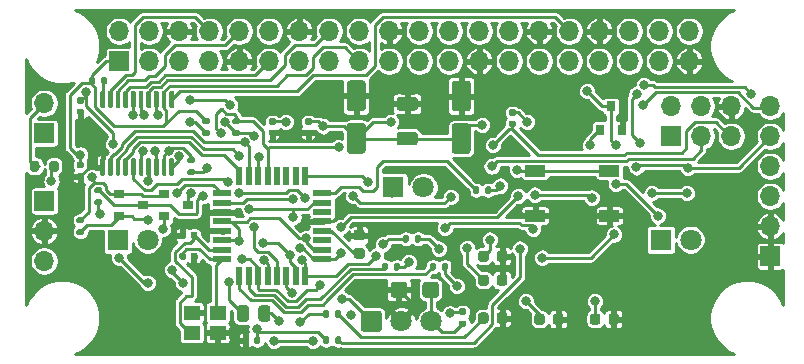
<source format=gtl>
G04 #@! TF.GenerationSoftware,KiCad,Pcbnew,(5.1.10-1-10_14)*
G04 #@! TF.CreationDate,2021-10-23T22:51:03+02:00*
G04 #@! TF.ProjectId,roodialino,726f6f64-6961-46c6-996e-6f2e6b696361,1.0*
G04 #@! TF.SameCoordinates,Original*
G04 #@! TF.FileFunction,Copper,L1,Top*
G04 #@! TF.FilePolarity,Positive*
%FSLAX46Y46*%
G04 Gerber Fmt 4.6, Leading zero omitted, Abs format (unit mm)*
G04 Created by KiCad (PCBNEW (5.1.10-1-10_14)) date 2021-10-23 22:51:03*
%MOMM*%
%LPD*%
G01*
G04 APERTURE LIST*
G04 #@! TA.AperFunction,SMDPad,CuDef*
%ADD10R,1.400000X1.200000*%
G04 #@! TD*
G04 #@! TA.AperFunction,ComponentPad*
%ADD11C,1.800000*%
G04 #@! TD*
G04 #@! TA.AperFunction,ComponentPad*
%ADD12R,1.800000X1.800000*%
G04 #@! TD*
G04 #@! TA.AperFunction,ComponentPad*
%ADD13R,1.700000X1.700000*%
G04 #@! TD*
G04 #@! TA.AperFunction,ComponentPad*
%ADD14O,1.700000X1.700000*%
G04 #@! TD*
G04 #@! TA.AperFunction,SMDPad,CuDef*
%ADD15R,0.800000X0.900000*%
G04 #@! TD*
G04 #@! TA.AperFunction,SMDPad,CuDef*
%ADD16R,0.900000X0.800000*%
G04 #@! TD*
G04 #@! TA.AperFunction,SMDPad,CuDef*
%ADD17R,1.700000X1.000000*%
G04 #@! TD*
G04 #@! TA.AperFunction,SMDPad,CuDef*
%ADD18R,1.600000X0.550000*%
G04 #@! TD*
G04 #@! TA.AperFunction,SMDPad,CuDef*
%ADD19R,0.550000X1.600000*%
G04 #@! TD*
G04 #@! TA.AperFunction,ViaPad*
%ADD20C,0.800000*%
G04 #@! TD*
G04 #@! TA.AperFunction,Conductor*
%ADD21C,0.250000*%
G04 #@! TD*
G04 #@! TA.AperFunction,Conductor*
%ADD22C,0.254000*%
G04 #@! TD*
G04 #@! TA.AperFunction,Conductor*
%ADD23C,0.100000*%
G04 #@! TD*
G04 APERTURE END LIST*
G04 #@! TA.AperFunction,SMDPad,CuDef*
G36*
G01*
X152926000Y-114763999D02*
X152926000Y-115614001D01*
G75*
G02*
X152676001Y-115864000I-249999J0D01*
G01*
X151775999Y-115864000D01*
G75*
G02*
X151526000Y-115614001I0J249999D01*
G01*
X151526000Y-114763999D01*
G75*
G02*
X151775999Y-114514000I249999J0D01*
G01*
X152676001Y-114514000D01*
G75*
G02*
X152926000Y-114763999I0J-249999D01*
G01*
G37*
G04 #@! TD.AperFunction*
G04 #@! TA.AperFunction,SMDPad,CuDef*
G36*
G01*
X150226000Y-114763999D02*
X150226000Y-115614001D01*
G75*
G02*
X149976001Y-115864000I-249999J0D01*
G01*
X149075999Y-115864000D01*
G75*
G02*
X148826000Y-115614001I0J249999D01*
G01*
X148826000Y-114763999D01*
G75*
G02*
X149075999Y-114514000I249999J0D01*
G01*
X149976001Y-114514000D01*
G75*
G02*
X150226000Y-114763999I0J-249999D01*
G01*
G37*
G04 #@! TD.AperFunction*
G04 #@! TA.AperFunction,SMDPad,CuDef*
G36*
G01*
X150382000Y-110686000D02*
X150382000Y-111056000D01*
G75*
G02*
X150247000Y-111191000I-135000J0D01*
G01*
X149977000Y-111191000D01*
G75*
G02*
X149842000Y-111056000I0J135000D01*
G01*
X149842000Y-110686000D01*
G75*
G02*
X149977000Y-110551000I135000J0D01*
G01*
X150247000Y-110551000D01*
G75*
G02*
X150382000Y-110686000I0J-135000D01*
G01*
G37*
G04 #@! TD.AperFunction*
G04 #@! TA.AperFunction,SMDPad,CuDef*
G36*
G01*
X151402000Y-110686000D02*
X151402000Y-111056000D01*
G75*
G02*
X151267000Y-111191000I-135000J0D01*
G01*
X150997000Y-111191000D01*
G75*
G02*
X150862000Y-111056000I0J135000D01*
G01*
X150862000Y-110686000D01*
G75*
G02*
X150997000Y-110551000I135000J0D01*
G01*
X151267000Y-110551000D01*
G75*
G02*
X151402000Y-110686000I0J-135000D01*
G01*
G37*
G04 #@! TD.AperFunction*
D10*
X131996000Y-118833000D03*
X134196000Y-118833000D03*
X134196000Y-117133000D03*
X131996000Y-117133000D03*
D11*
X151612600Y-106502200D03*
D12*
X149072600Y-106502200D03*
G04 #@! TA.AperFunction,SMDPad,CuDef*
G36*
G01*
X146428000Y-112557000D02*
X145928000Y-112557000D01*
G75*
G02*
X145703000Y-112332000I0J225000D01*
G01*
X145703000Y-111882000D01*
G75*
G02*
X145928000Y-111657000I225000J0D01*
G01*
X146428000Y-111657000D01*
G75*
G02*
X146653000Y-111882000I0J-225000D01*
G01*
X146653000Y-112332000D01*
G75*
G02*
X146428000Y-112557000I-225000J0D01*
G01*
G37*
G04 #@! TD.AperFunction*
G04 #@! TA.AperFunction,SMDPad,CuDef*
G36*
G01*
X146428000Y-111007000D02*
X145928000Y-111007000D01*
G75*
G02*
X145703000Y-110782000I0J225000D01*
G01*
X145703000Y-110332000D01*
G75*
G02*
X145928000Y-110107000I225000J0D01*
G01*
X146428000Y-110107000D01*
G75*
G02*
X146653000Y-110332000I0J-225000D01*
G01*
X146653000Y-110782000D01*
G75*
G02*
X146428000Y-111007000I-225000J0D01*
G01*
G37*
G04 #@! TD.AperFunction*
G04 #@! TA.AperFunction,SMDPad,CuDef*
G36*
G01*
X131900000Y-110740000D02*
X131900000Y-110400000D01*
G75*
G02*
X132040000Y-110260000I140000J0D01*
G01*
X132320000Y-110260000D01*
G75*
G02*
X132460000Y-110400000I0J-140000D01*
G01*
X132460000Y-110740000D01*
G75*
G02*
X132320000Y-110880000I-140000J0D01*
G01*
X132040000Y-110880000D01*
G75*
G02*
X131900000Y-110740000I0J140000D01*
G01*
G37*
G04 #@! TD.AperFunction*
G04 #@! TA.AperFunction,SMDPad,CuDef*
G36*
G01*
X130940000Y-110740000D02*
X130940000Y-110400000D01*
G75*
G02*
X131080000Y-110260000I140000J0D01*
G01*
X131360000Y-110260000D01*
G75*
G02*
X131500000Y-110400000I0J-140000D01*
G01*
X131500000Y-110740000D01*
G75*
G02*
X131360000Y-110880000I-140000J0D01*
G01*
X131080000Y-110880000D01*
G75*
G02*
X130940000Y-110740000I0J140000D01*
G01*
G37*
G04 #@! TD.AperFunction*
G04 #@! TA.AperFunction,SMDPad,CuDef*
G36*
G01*
X130940000Y-112518000D02*
X130940000Y-112178000D01*
G75*
G02*
X131080000Y-112038000I140000J0D01*
G01*
X131360000Y-112038000D01*
G75*
G02*
X131500000Y-112178000I0J-140000D01*
G01*
X131500000Y-112518000D01*
G75*
G02*
X131360000Y-112658000I-140000J0D01*
G01*
X131080000Y-112658000D01*
G75*
G02*
X130940000Y-112518000I0J140000D01*
G01*
G37*
G04 #@! TD.AperFunction*
G04 #@! TA.AperFunction,SMDPad,CuDef*
G36*
G01*
X131900000Y-112518000D02*
X131900000Y-112178000D01*
G75*
G02*
X132040000Y-112038000I140000J0D01*
G01*
X132320000Y-112038000D01*
G75*
G02*
X132460000Y-112178000I0J-140000D01*
G01*
X132460000Y-112518000D01*
G75*
G02*
X132320000Y-112658000I-140000J0D01*
G01*
X132040000Y-112658000D01*
G75*
G02*
X131900000Y-112518000I0J140000D01*
G01*
G37*
G04 #@! TD.AperFunction*
G04 #@! TA.AperFunction,SMDPad,CuDef*
G36*
G01*
X150892001Y-102968000D02*
X149591999Y-102968000D01*
G75*
G02*
X149342000Y-102718001I0J249999D01*
G01*
X149342000Y-102067999D01*
G75*
G02*
X149591999Y-101818000I249999J0D01*
G01*
X150892001Y-101818000D01*
G75*
G02*
X151142000Y-102067999I0J-249999D01*
G01*
X151142000Y-102718001D01*
G75*
G02*
X150892001Y-102968000I-249999J0D01*
G01*
G37*
G04 #@! TD.AperFunction*
G04 #@! TA.AperFunction,SMDPad,CuDef*
G36*
G01*
X150892001Y-100018000D02*
X149591999Y-100018000D01*
G75*
G02*
X149342000Y-99768001I0J249999D01*
G01*
X149342000Y-99117999D01*
G75*
G02*
X149591999Y-98868000I249999J0D01*
G01*
X150892001Y-98868000D01*
G75*
G02*
X151142000Y-99117999I0J-249999D01*
G01*
X151142000Y-99768001D01*
G75*
G02*
X150892001Y-100018000I-249999J0D01*
G01*
G37*
G04 #@! TD.AperFunction*
G04 #@! TA.AperFunction,SMDPad,CuDef*
G36*
G01*
X158706000Y-112091750D02*
X158706000Y-112604250D01*
G75*
G02*
X158487250Y-112823000I-218750J0D01*
G01*
X158049750Y-112823000D01*
G75*
G02*
X157831000Y-112604250I0J218750D01*
G01*
X157831000Y-112091750D01*
G75*
G02*
X158049750Y-111873000I218750J0D01*
G01*
X158487250Y-111873000D01*
G75*
G02*
X158706000Y-112091750I0J-218750D01*
G01*
G37*
G04 #@! TD.AperFunction*
G04 #@! TA.AperFunction,SMDPad,CuDef*
G36*
G01*
X157131000Y-112091750D02*
X157131000Y-112604250D01*
G75*
G02*
X156912250Y-112823000I-218750J0D01*
G01*
X156474750Y-112823000D01*
G75*
G02*
X156256000Y-112604250I0J218750D01*
G01*
X156256000Y-112091750D01*
G75*
G02*
X156474750Y-111873000I218750J0D01*
G01*
X156912250Y-111873000D01*
G75*
G02*
X157131000Y-112091750I0J-218750D01*
G01*
G37*
G04 #@! TD.AperFunction*
G04 #@! TA.AperFunction,SMDPad,CuDef*
G36*
G01*
X157131000Y-114123750D02*
X157131000Y-114636250D01*
G75*
G02*
X156912250Y-114855000I-218750J0D01*
G01*
X156474750Y-114855000D01*
G75*
G02*
X156256000Y-114636250I0J218750D01*
G01*
X156256000Y-114123750D01*
G75*
G02*
X156474750Y-113905000I218750J0D01*
G01*
X156912250Y-113905000D01*
G75*
G02*
X157131000Y-114123750I0J-218750D01*
G01*
G37*
G04 #@! TD.AperFunction*
G04 #@! TA.AperFunction,SMDPad,CuDef*
G36*
G01*
X158706000Y-114123750D02*
X158706000Y-114636250D01*
G75*
G02*
X158487250Y-114855000I-218750J0D01*
G01*
X158049750Y-114855000D01*
G75*
G02*
X157831000Y-114636250I0J218750D01*
G01*
X157831000Y-114123750D01*
G75*
G02*
X158049750Y-113905000I218750J0D01*
G01*
X158487250Y-113905000D01*
G75*
G02*
X158706000Y-114123750I0J-218750D01*
G01*
G37*
G04 #@! TD.AperFunction*
G04 #@! TA.AperFunction,SMDPad,CuDef*
G36*
G01*
X158706000Y-117324150D02*
X158706000Y-117836650D01*
G75*
G02*
X158487250Y-118055400I-218750J0D01*
G01*
X158049750Y-118055400D01*
G75*
G02*
X157831000Y-117836650I0J218750D01*
G01*
X157831000Y-117324150D01*
G75*
G02*
X158049750Y-117105400I218750J0D01*
G01*
X158487250Y-117105400D01*
G75*
G02*
X158706000Y-117324150I0J-218750D01*
G01*
G37*
G04 #@! TD.AperFunction*
G04 #@! TA.AperFunction,SMDPad,CuDef*
G36*
G01*
X157131000Y-117324150D02*
X157131000Y-117836650D01*
G75*
G02*
X156912250Y-118055400I-218750J0D01*
G01*
X156474750Y-118055400D01*
G75*
G02*
X156256000Y-117836650I0J218750D01*
G01*
X156256000Y-117324150D01*
G75*
G02*
X156474750Y-117105400I218750J0D01*
G01*
X156912250Y-117105400D01*
G75*
G02*
X157131000Y-117324150I0J-218750D01*
G01*
G37*
G04 #@! TD.AperFunction*
X125731000Y-110951000D03*
D11*
X128271000Y-110951000D03*
X174245000Y-110951000D03*
D12*
X171705000Y-110951000D03*
D13*
X125858000Y-95838000D03*
D14*
X125858000Y-93298000D03*
X128398000Y-95838000D03*
X128398000Y-93298000D03*
X130938000Y-95838000D03*
X130938000Y-93298000D03*
X133478000Y-95838000D03*
X133478000Y-93298000D03*
X136018000Y-95838000D03*
X136018000Y-93298000D03*
X138558000Y-95838000D03*
X138558000Y-93298000D03*
X141098000Y-95838000D03*
X141098000Y-93298000D03*
X143638000Y-95838000D03*
X143638000Y-93298000D03*
X146178000Y-95838000D03*
X146178000Y-93298000D03*
X148718000Y-95838000D03*
X148718000Y-93298000D03*
X151258000Y-95838000D03*
X151258000Y-93298000D03*
X153798000Y-95838000D03*
X153798000Y-93298000D03*
X156338000Y-95838000D03*
X156338000Y-93298000D03*
X158878000Y-95838000D03*
X158878000Y-93298000D03*
X161418000Y-95838000D03*
X161418000Y-93298000D03*
X163958000Y-95838000D03*
X163958000Y-93298000D03*
X166498000Y-95838000D03*
X166498000Y-93298000D03*
X169038000Y-95838000D03*
X169038000Y-93298000D03*
X171578000Y-95838000D03*
X171578000Y-93298000D03*
X174118000Y-95838000D03*
X174118000Y-93298000D03*
D13*
X172594000Y-102188000D03*
D14*
X172594000Y-99648000D03*
X175134000Y-102188000D03*
X175134000Y-99648000D03*
X177674000Y-102188000D03*
X177674000Y-99648000D03*
D13*
X119507000Y-107670600D03*
D14*
X119507000Y-110210600D03*
X119507000Y-112750600D03*
D13*
X119508000Y-101934000D03*
D14*
X119508000Y-99394000D03*
D15*
X167514000Y-99664000D03*
X168464000Y-101664000D03*
X166564000Y-101664000D03*
D16*
X125874000Y-107080000D03*
X125874000Y-108980000D03*
X127874000Y-108030000D03*
X129684000Y-107080000D03*
X129684000Y-108980000D03*
X131684000Y-108030000D03*
G04 #@! TA.AperFunction,SMDPad,CuDef*
G36*
G01*
X138661200Y-116745598D02*
X138661200Y-117645602D01*
G75*
G02*
X138411202Y-117895600I-249998J0D01*
G01*
X137886198Y-117895600D01*
G75*
G02*
X137636200Y-117645602I0J249998D01*
G01*
X137636200Y-116745598D01*
G75*
G02*
X137886198Y-116495600I249998J0D01*
G01*
X138411202Y-116495600D01*
G75*
G02*
X138661200Y-116745598I0J-249998D01*
G01*
G37*
G04 #@! TD.AperFunction*
G04 #@! TA.AperFunction,SMDPad,CuDef*
G36*
G01*
X136836200Y-116745598D02*
X136836200Y-117645602D01*
G75*
G02*
X136586202Y-117895600I-249998J0D01*
G01*
X136061198Y-117895600D01*
G75*
G02*
X135811200Y-117645602I0J249998D01*
G01*
X135811200Y-116745598D01*
G75*
G02*
X136061198Y-116495600I249998J0D01*
G01*
X136586202Y-116495600D01*
G75*
G02*
X136836200Y-116745598I0J-249998D01*
G01*
G37*
G04 #@! TD.AperFunction*
G04 #@! TA.AperFunction,SMDPad,CuDef*
G36*
G01*
X136793000Y-119275000D02*
X136793000Y-119645000D01*
G75*
G02*
X136658000Y-119780000I-135000J0D01*
G01*
X136388000Y-119780000D01*
G75*
G02*
X136253000Y-119645000I0J135000D01*
G01*
X136253000Y-119275000D01*
G75*
G02*
X136388000Y-119140000I135000J0D01*
G01*
X136658000Y-119140000D01*
G75*
G02*
X136793000Y-119275000I0J-135000D01*
G01*
G37*
G04 #@! TD.AperFunction*
G04 #@! TA.AperFunction,SMDPad,CuDef*
G36*
G01*
X137813000Y-119275000D02*
X137813000Y-119645000D01*
G75*
G02*
X137678000Y-119780000I-135000J0D01*
G01*
X137408000Y-119780000D01*
G75*
G02*
X137273000Y-119645000I0J135000D01*
G01*
X137273000Y-119275000D01*
G75*
G02*
X137408000Y-119140000I135000J0D01*
G01*
X137678000Y-119140000D01*
G75*
G02*
X137813000Y-119275000I0J-135000D01*
G01*
G37*
G04 #@! TD.AperFunction*
G04 #@! TA.AperFunction,SMDPad,CuDef*
G36*
G01*
X143111000Y-119645000D02*
X143111000Y-119275000D01*
G75*
G02*
X143246000Y-119140000I135000J0D01*
G01*
X143516000Y-119140000D01*
G75*
G02*
X143651000Y-119275000I0J-135000D01*
G01*
X143651000Y-119645000D01*
G75*
G02*
X143516000Y-119780000I-135000J0D01*
G01*
X143246000Y-119780000D01*
G75*
G02*
X143111000Y-119645000I0J135000D01*
G01*
G37*
G04 #@! TD.AperFunction*
G04 #@! TA.AperFunction,SMDPad,CuDef*
G36*
G01*
X144131000Y-119645000D02*
X144131000Y-119275000D01*
G75*
G02*
X144266000Y-119140000I135000J0D01*
G01*
X144536000Y-119140000D01*
G75*
G02*
X144671000Y-119275000I0J-135000D01*
G01*
X144671000Y-119645000D01*
G75*
G02*
X144536000Y-119780000I-135000J0D01*
G01*
X144266000Y-119780000D01*
G75*
G02*
X144131000Y-119645000I0J135000D01*
G01*
G37*
G04 #@! TD.AperFunction*
G04 #@! TA.AperFunction,SMDPad,CuDef*
G36*
G01*
X124319000Y-97670200D02*
X124319000Y-97300200D01*
G75*
G02*
X124454000Y-97165200I135000J0D01*
G01*
X124724000Y-97165200D01*
G75*
G02*
X124859000Y-97300200I0J-135000D01*
G01*
X124859000Y-97670200D01*
G75*
G02*
X124724000Y-97805200I-135000J0D01*
G01*
X124454000Y-97805200D01*
G75*
G02*
X124319000Y-97670200I0J135000D01*
G01*
G37*
G04 #@! TD.AperFunction*
G04 #@! TA.AperFunction,SMDPad,CuDef*
G36*
G01*
X123299000Y-97670200D02*
X123299000Y-97300200D01*
G75*
G02*
X123434000Y-97165200I135000J0D01*
G01*
X123704000Y-97165200D01*
G75*
G02*
X123839000Y-97300200I0J-135000D01*
G01*
X123839000Y-97670200D01*
G75*
G02*
X123704000Y-97805200I-135000J0D01*
G01*
X123434000Y-97805200D01*
G75*
G02*
X123299000Y-97670200I0J135000D01*
G01*
G37*
G04 #@! TD.AperFunction*
G04 #@! TA.AperFunction,SMDPad,CuDef*
G36*
G01*
X122741000Y-109568000D02*
X122371000Y-109568000D01*
G75*
G02*
X122236000Y-109433000I0J135000D01*
G01*
X122236000Y-109163000D01*
G75*
G02*
X122371000Y-109028000I135000J0D01*
G01*
X122741000Y-109028000D01*
G75*
G02*
X122876000Y-109163000I0J-135000D01*
G01*
X122876000Y-109433000D01*
G75*
G02*
X122741000Y-109568000I-135000J0D01*
G01*
G37*
G04 #@! TD.AperFunction*
G04 #@! TA.AperFunction,SMDPad,CuDef*
G36*
G01*
X122741000Y-110588000D02*
X122371000Y-110588000D01*
G75*
G02*
X122236000Y-110453000I0J135000D01*
G01*
X122236000Y-110183000D01*
G75*
G02*
X122371000Y-110048000I135000J0D01*
G01*
X122741000Y-110048000D01*
G75*
G02*
X122876000Y-110183000I0J-135000D01*
G01*
X122876000Y-110453000D01*
G75*
G02*
X122741000Y-110588000I-135000J0D01*
G01*
G37*
G04 #@! TD.AperFunction*
G04 #@! TA.AperFunction,SMDPad,CuDef*
G36*
G01*
X133409000Y-102206000D02*
X133039000Y-102206000D01*
G75*
G02*
X132904000Y-102071000I0J135000D01*
G01*
X132904000Y-101801000D01*
G75*
G02*
X133039000Y-101666000I135000J0D01*
G01*
X133409000Y-101666000D01*
G75*
G02*
X133544000Y-101801000I0J-135000D01*
G01*
X133544000Y-102071000D01*
G75*
G02*
X133409000Y-102206000I-135000J0D01*
G01*
G37*
G04 #@! TD.AperFunction*
G04 #@! TA.AperFunction,SMDPad,CuDef*
G36*
G01*
X133409000Y-101186000D02*
X133039000Y-101186000D01*
G75*
G02*
X132904000Y-101051000I0J135000D01*
G01*
X132904000Y-100781000D01*
G75*
G02*
X133039000Y-100646000I135000J0D01*
G01*
X133409000Y-100646000D01*
G75*
G02*
X133544000Y-100781000I0J-135000D01*
G01*
X133544000Y-101051000D01*
G75*
G02*
X133409000Y-101186000I-135000J0D01*
G01*
G37*
G04 #@! TD.AperFunction*
G04 #@! TA.AperFunction,SMDPad,CuDef*
G36*
G01*
X123895000Y-106488000D02*
X124265000Y-106488000D01*
G75*
G02*
X124400000Y-106623000I0J-135000D01*
G01*
X124400000Y-106893000D01*
G75*
G02*
X124265000Y-107028000I-135000J0D01*
G01*
X123895000Y-107028000D01*
G75*
G02*
X123760000Y-106893000I0J135000D01*
G01*
X123760000Y-106623000D01*
G75*
G02*
X123895000Y-106488000I135000J0D01*
G01*
G37*
G04 #@! TD.AperFunction*
G04 #@! TA.AperFunction,SMDPad,CuDef*
G36*
G01*
X123895000Y-107508000D02*
X124265000Y-107508000D01*
G75*
G02*
X124400000Y-107643000I0J-135000D01*
G01*
X124400000Y-107913000D01*
G75*
G02*
X124265000Y-108048000I-135000J0D01*
G01*
X123895000Y-108048000D01*
G75*
G02*
X123760000Y-107913000I0J135000D01*
G01*
X123760000Y-107643000D01*
G75*
G02*
X123895000Y-107508000I135000J0D01*
G01*
G37*
G04 #@! TD.AperFunction*
G04 #@! TA.AperFunction,SMDPad,CuDef*
G36*
G01*
X132139000Y-104488000D02*
X131769000Y-104488000D01*
G75*
G02*
X131634000Y-104353000I0J135000D01*
G01*
X131634000Y-104083000D01*
G75*
G02*
X131769000Y-103948000I135000J0D01*
G01*
X132139000Y-103948000D01*
G75*
G02*
X132274000Y-104083000I0J-135000D01*
G01*
X132274000Y-104353000D01*
G75*
G02*
X132139000Y-104488000I-135000J0D01*
G01*
G37*
G04 #@! TD.AperFunction*
G04 #@! TA.AperFunction,SMDPad,CuDef*
G36*
G01*
X132139000Y-105508000D02*
X131769000Y-105508000D01*
G75*
G02*
X131634000Y-105373000I0J135000D01*
G01*
X131634000Y-105103000D01*
G75*
G02*
X131769000Y-104968000I135000J0D01*
G01*
X132139000Y-104968000D01*
G75*
G02*
X132274000Y-105103000I0J-135000D01*
G01*
X132274000Y-105373000D01*
G75*
G02*
X132139000Y-105508000I-135000J0D01*
G01*
G37*
G04 #@! TD.AperFunction*
D17*
X167362000Y-108914000D03*
X161062000Y-108914000D03*
X167362000Y-105114000D03*
X161062000Y-105114000D03*
D18*
X134562000Y-107008000D03*
X134562000Y-107808000D03*
X134562000Y-108608000D03*
X134562000Y-109408000D03*
X134562000Y-110208000D03*
X134562000Y-111008000D03*
X134562000Y-111808000D03*
X134562000Y-112608000D03*
D19*
X136012000Y-114058000D03*
X136812000Y-114058000D03*
X137612000Y-114058000D03*
X138412000Y-114058000D03*
X139212000Y-114058000D03*
X140012000Y-114058000D03*
X140812000Y-114058000D03*
X141612000Y-114058000D03*
D18*
X143062000Y-112608000D03*
X143062000Y-111808000D03*
X143062000Y-111008000D03*
X143062000Y-110208000D03*
X143062000Y-109408000D03*
X143062000Y-108608000D03*
X143062000Y-107808000D03*
X143062000Y-107008000D03*
D19*
X141612000Y-105558000D03*
X140812000Y-105558000D03*
X140012000Y-105558000D03*
X139212000Y-105558000D03*
X138412000Y-105558000D03*
X137612000Y-105558000D03*
X136812000Y-105558000D03*
X136012000Y-105558000D03*
G04 #@! TA.AperFunction,SMDPad,CuDef*
G36*
G01*
X130207000Y-98334000D02*
X130407000Y-98334000D01*
G75*
G02*
X130507000Y-98434000I0J-100000D01*
G01*
X130507000Y-99709000D01*
G75*
G02*
X130407000Y-99809000I-100000J0D01*
G01*
X130207000Y-99809000D01*
G75*
G02*
X130107000Y-99709000I0J100000D01*
G01*
X130107000Y-98434000D01*
G75*
G02*
X130207000Y-98334000I100000J0D01*
G01*
G37*
G04 #@! TD.AperFunction*
G04 #@! TA.AperFunction,SMDPad,CuDef*
G36*
G01*
X129557000Y-98334000D02*
X129757000Y-98334000D01*
G75*
G02*
X129857000Y-98434000I0J-100000D01*
G01*
X129857000Y-99709000D01*
G75*
G02*
X129757000Y-99809000I-100000J0D01*
G01*
X129557000Y-99809000D01*
G75*
G02*
X129457000Y-99709000I0J100000D01*
G01*
X129457000Y-98434000D01*
G75*
G02*
X129557000Y-98334000I100000J0D01*
G01*
G37*
G04 #@! TD.AperFunction*
G04 #@! TA.AperFunction,SMDPad,CuDef*
G36*
G01*
X128907000Y-98334000D02*
X129107000Y-98334000D01*
G75*
G02*
X129207000Y-98434000I0J-100000D01*
G01*
X129207000Y-99709000D01*
G75*
G02*
X129107000Y-99809000I-100000J0D01*
G01*
X128907000Y-99809000D01*
G75*
G02*
X128807000Y-99709000I0J100000D01*
G01*
X128807000Y-98434000D01*
G75*
G02*
X128907000Y-98334000I100000J0D01*
G01*
G37*
G04 #@! TD.AperFunction*
G04 #@! TA.AperFunction,SMDPad,CuDef*
G36*
G01*
X128257000Y-98334000D02*
X128457000Y-98334000D01*
G75*
G02*
X128557000Y-98434000I0J-100000D01*
G01*
X128557000Y-99709000D01*
G75*
G02*
X128457000Y-99809000I-100000J0D01*
G01*
X128257000Y-99809000D01*
G75*
G02*
X128157000Y-99709000I0J100000D01*
G01*
X128157000Y-98434000D01*
G75*
G02*
X128257000Y-98334000I100000J0D01*
G01*
G37*
G04 #@! TD.AperFunction*
G04 #@! TA.AperFunction,SMDPad,CuDef*
G36*
G01*
X127607000Y-98334000D02*
X127807000Y-98334000D01*
G75*
G02*
X127907000Y-98434000I0J-100000D01*
G01*
X127907000Y-99709000D01*
G75*
G02*
X127807000Y-99809000I-100000J0D01*
G01*
X127607000Y-99809000D01*
G75*
G02*
X127507000Y-99709000I0J100000D01*
G01*
X127507000Y-98434000D01*
G75*
G02*
X127607000Y-98334000I100000J0D01*
G01*
G37*
G04 #@! TD.AperFunction*
G04 #@! TA.AperFunction,SMDPad,CuDef*
G36*
G01*
X126957000Y-98334000D02*
X127157000Y-98334000D01*
G75*
G02*
X127257000Y-98434000I0J-100000D01*
G01*
X127257000Y-99709000D01*
G75*
G02*
X127157000Y-99809000I-100000J0D01*
G01*
X126957000Y-99809000D01*
G75*
G02*
X126857000Y-99709000I0J100000D01*
G01*
X126857000Y-98434000D01*
G75*
G02*
X126957000Y-98334000I100000J0D01*
G01*
G37*
G04 #@! TD.AperFunction*
G04 #@! TA.AperFunction,SMDPad,CuDef*
G36*
G01*
X126307000Y-98334000D02*
X126507000Y-98334000D01*
G75*
G02*
X126607000Y-98434000I0J-100000D01*
G01*
X126607000Y-99709000D01*
G75*
G02*
X126507000Y-99809000I-100000J0D01*
G01*
X126307000Y-99809000D01*
G75*
G02*
X126207000Y-99709000I0J100000D01*
G01*
X126207000Y-98434000D01*
G75*
G02*
X126307000Y-98334000I100000J0D01*
G01*
G37*
G04 #@! TD.AperFunction*
G04 #@! TA.AperFunction,SMDPad,CuDef*
G36*
G01*
X125657000Y-98334000D02*
X125857000Y-98334000D01*
G75*
G02*
X125957000Y-98434000I0J-100000D01*
G01*
X125957000Y-99709000D01*
G75*
G02*
X125857000Y-99809000I-100000J0D01*
G01*
X125657000Y-99809000D01*
G75*
G02*
X125557000Y-99709000I0J100000D01*
G01*
X125557000Y-98434000D01*
G75*
G02*
X125657000Y-98334000I100000J0D01*
G01*
G37*
G04 #@! TD.AperFunction*
G04 #@! TA.AperFunction,SMDPad,CuDef*
G36*
G01*
X125007000Y-98334000D02*
X125207000Y-98334000D01*
G75*
G02*
X125307000Y-98434000I0J-100000D01*
G01*
X125307000Y-99709000D01*
G75*
G02*
X125207000Y-99809000I-100000J0D01*
G01*
X125007000Y-99809000D01*
G75*
G02*
X124907000Y-99709000I0J100000D01*
G01*
X124907000Y-98434000D01*
G75*
G02*
X125007000Y-98334000I100000J0D01*
G01*
G37*
G04 #@! TD.AperFunction*
G04 #@! TA.AperFunction,SMDPad,CuDef*
G36*
G01*
X124357000Y-98334000D02*
X124557000Y-98334000D01*
G75*
G02*
X124657000Y-98434000I0J-100000D01*
G01*
X124657000Y-99709000D01*
G75*
G02*
X124557000Y-99809000I-100000J0D01*
G01*
X124357000Y-99809000D01*
G75*
G02*
X124257000Y-99709000I0J100000D01*
G01*
X124257000Y-98434000D01*
G75*
G02*
X124357000Y-98334000I100000J0D01*
G01*
G37*
G04 #@! TD.AperFunction*
G04 #@! TA.AperFunction,SMDPad,CuDef*
G36*
G01*
X124357000Y-104059000D02*
X124557000Y-104059000D01*
G75*
G02*
X124657000Y-104159000I0J-100000D01*
G01*
X124657000Y-105434000D01*
G75*
G02*
X124557000Y-105534000I-100000J0D01*
G01*
X124357000Y-105534000D01*
G75*
G02*
X124257000Y-105434000I0J100000D01*
G01*
X124257000Y-104159000D01*
G75*
G02*
X124357000Y-104059000I100000J0D01*
G01*
G37*
G04 #@! TD.AperFunction*
G04 #@! TA.AperFunction,SMDPad,CuDef*
G36*
G01*
X125007000Y-104059000D02*
X125207000Y-104059000D01*
G75*
G02*
X125307000Y-104159000I0J-100000D01*
G01*
X125307000Y-105434000D01*
G75*
G02*
X125207000Y-105534000I-100000J0D01*
G01*
X125007000Y-105534000D01*
G75*
G02*
X124907000Y-105434000I0J100000D01*
G01*
X124907000Y-104159000D01*
G75*
G02*
X125007000Y-104059000I100000J0D01*
G01*
G37*
G04 #@! TD.AperFunction*
G04 #@! TA.AperFunction,SMDPad,CuDef*
G36*
G01*
X125657000Y-104059000D02*
X125857000Y-104059000D01*
G75*
G02*
X125957000Y-104159000I0J-100000D01*
G01*
X125957000Y-105434000D01*
G75*
G02*
X125857000Y-105534000I-100000J0D01*
G01*
X125657000Y-105534000D01*
G75*
G02*
X125557000Y-105434000I0J100000D01*
G01*
X125557000Y-104159000D01*
G75*
G02*
X125657000Y-104059000I100000J0D01*
G01*
G37*
G04 #@! TD.AperFunction*
G04 #@! TA.AperFunction,SMDPad,CuDef*
G36*
G01*
X126307000Y-104059000D02*
X126507000Y-104059000D01*
G75*
G02*
X126607000Y-104159000I0J-100000D01*
G01*
X126607000Y-105434000D01*
G75*
G02*
X126507000Y-105534000I-100000J0D01*
G01*
X126307000Y-105534000D01*
G75*
G02*
X126207000Y-105434000I0J100000D01*
G01*
X126207000Y-104159000D01*
G75*
G02*
X126307000Y-104059000I100000J0D01*
G01*
G37*
G04 #@! TD.AperFunction*
G04 #@! TA.AperFunction,SMDPad,CuDef*
G36*
G01*
X126957000Y-104059000D02*
X127157000Y-104059000D01*
G75*
G02*
X127257000Y-104159000I0J-100000D01*
G01*
X127257000Y-105434000D01*
G75*
G02*
X127157000Y-105534000I-100000J0D01*
G01*
X126957000Y-105534000D01*
G75*
G02*
X126857000Y-105434000I0J100000D01*
G01*
X126857000Y-104159000D01*
G75*
G02*
X126957000Y-104059000I100000J0D01*
G01*
G37*
G04 #@! TD.AperFunction*
G04 #@! TA.AperFunction,SMDPad,CuDef*
G36*
G01*
X127607000Y-104059000D02*
X127807000Y-104059000D01*
G75*
G02*
X127907000Y-104159000I0J-100000D01*
G01*
X127907000Y-105434000D01*
G75*
G02*
X127807000Y-105534000I-100000J0D01*
G01*
X127607000Y-105534000D01*
G75*
G02*
X127507000Y-105434000I0J100000D01*
G01*
X127507000Y-104159000D01*
G75*
G02*
X127607000Y-104059000I100000J0D01*
G01*
G37*
G04 #@! TD.AperFunction*
G04 #@! TA.AperFunction,SMDPad,CuDef*
G36*
G01*
X128257000Y-104059000D02*
X128457000Y-104059000D01*
G75*
G02*
X128557000Y-104159000I0J-100000D01*
G01*
X128557000Y-105434000D01*
G75*
G02*
X128457000Y-105534000I-100000J0D01*
G01*
X128257000Y-105534000D01*
G75*
G02*
X128157000Y-105434000I0J100000D01*
G01*
X128157000Y-104159000D01*
G75*
G02*
X128257000Y-104059000I100000J0D01*
G01*
G37*
G04 #@! TD.AperFunction*
G04 #@! TA.AperFunction,SMDPad,CuDef*
G36*
G01*
X128907000Y-104059000D02*
X129107000Y-104059000D01*
G75*
G02*
X129207000Y-104159000I0J-100000D01*
G01*
X129207000Y-105434000D01*
G75*
G02*
X129107000Y-105534000I-100000J0D01*
G01*
X128907000Y-105534000D01*
G75*
G02*
X128807000Y-105434000I0J100000D01*
G01*
X128807000Y-104159000D01*
G75*
G02*
X128907000Y-104059000I100000J0D01*
G01*
G37*
G04 #@! TD.AperFunction*
G04 #@! TA.AperFunction,SMDPad,CuDef*
G36*
G01*
X129557000Y-104059000D02*
X129757000Y-104059000D01*
G75*
G02*
X129857000Y-104159000I0J-100000D01*
G01*
X129857000Y-105434000D01*
G75*
G02*
X129757000Y-105534000I-100000J0D01*
G01*
X129557000Y-105534000D01*
G75*
G02*
X129457000Y-105434000I0J100000D01*
G01*
X129457000Y-104159000D01*
G75*
G02*
X129557000Y-104059000I100000J0D01*
G01*
G37*
G04 #@! TD.AperFunction*
G04 #@! TA.AperFunction,SMDPad,CuDef*
G36*
G01*
X130207000Y-104059000D02*
X130407000Y-104059000D01*
G75*
G02*
X130507000Y-104159000I0J-100000D01*
G01*
X130507000Y-105434000D01*
G75*
G02*
X130407000Y-105534000I-100000J0D01*
G01*
X130207000Y-105534000D01*
G75*
G02*
X130107000Y-105434000I0J100000D01*
G01*
X130107000Y-104159000D01*
G75*
G02*
X130207000Y-104059000I100000J0D01*
G01*
G37*
G04 #@! TD.AperFunction*
D13*
X180976000Y-112348000D03*
D14*
X180976000Y-109808000D03*
X180976000Y-107268000D03*
X180976000Y-104728000D03*
X180976000Y-102188000D03*
X180976000Y-99648000D03*
G04 #@! TA.AperFunction,SMDPad,CuDef*
G36*
G01*
X135949000Y-102206000D02*
X135579000Y-102206000D01*
G75*
G02*
X135444000Y-102071000I0J135000D01*
G01*
X135444000Y-101801000D01*
G75*
G02*
X135579000Y-101666000I135000J0D01*
G01*
X135949000Y-101666000D01*
G75*
G02*
X136084000Y-101801000I0J-135000D01*
G01*
X136084000Y-102071000D01*
G75*
G02*
X135949000Y-102206000I-135000J0D01*
G01*
G37*
G04 #@! TD.AperFunction*
G04 #@! TA.AperFunction,SMDPad,CuDef*
G36*
G01*
X135949000Y-101186000D02*
X135579000Y-101186000D01*
G75*
G02*
X135444000Y-101051000I0J135000D01*
G01*
X135444000Y-100781000D01*
G75*
G02*
X135579000Y-100646000I135000J0D01*
G01*
X135949000Y-100646000D01*
G75*
G02*
X136084000Y-100781000I0J-135000D01*
G01*
X136084000Y-101051000D01*
G75*
G02*
X135949000Y-101186000I-135000J0D01*
G01*
G37*
G04 #@! TD.AperFunction*
G04 #@! TA.AperFunction,SMDPad,CuDef*
G36*
G01*
X155363000Y-100084000D02*
X154263000Y-100084000D01*
G75*
G02*
X154013000Y-99834000I0J250000D01*
G01*
X154013000Y-97734000D01*
G75*
G02*
X154263000Y-97484000I250000J0D01*
G01*
X155363000Y-97484000D01*
G75*
G02*
X155613000Y-97734000I0J-250000D01*
G01*
X155613000Y-99834000D01*
G75*
G02*
X155363000Y-100084000I-250000J0D01*
G01*
G37*
G04 #@! TD.AperFunction*
G04 #@! TA.AperFunction,SMDPad,CuDef*
G36*
G01*
X155363000Y-103684000D02*
X154263000Y-103684000D01*
G75*
G02*
X154013000Y-103434000I0J250000D01*
G01*
X154013000Y-101334000D01*
G75*
G02*
X154263000Y-101084000I250000J0D01*
G01*
X155363000Y-101084000D01*
G75*
G02*
X155613000Y-101334000I0J-250000D01*
G01*
X155613000Y-103434000D01*
G75*
G02*
X155363000Y-103684000I-250000J0D01*
G01*
G37*
G04 #@! TD.AperFunction*
G04 #@! TA.AperFunction,SMDPad,CuDef*
G36*
G01*
X146473000Y-103662000D02*
X145373000Y-103662000D01*
G75*
G02*
X145123000Y-103412000I0J250000D01*
G01*
X145123000Y-101312000D01*
G75*
G02*
X145373000Y-101062000I250000J0D01*
G01*
X146473000Y-101062000D01*
G75*
G02*
X146723000Y-101312000I0J-250000D01*
G01*
X146723000Y-103412000D01*
G75*
G02*
X146473000Y-103662000I-250000J0D01*
G01*
G37*
G04 #@! TD.AperFunction*
G04 #@! TA.AperFunction,SMDPad,CuDef*
G36*
G01*
X146473000Y-100062000D02*
X145373000Y-100062000D01*
G75*
G02*
X145123000Y-99812000I0J250000D01*
G01*
X145123000Y-97712000D01*
G75*
G02*
X145373000Y-97462000I250000J0D01*
G01*
X146473000Y-97462000D01*
G75*
G02*
X146723000Y-97712000I0J-250000D01*
G01*
X146723000Y-99812000D01*
G75*
G02*
X146473000Y-100062000I-250000J0D01*
G01*
G37*
G04 #@! TD.AperFunction*
G04 #@! TA.AperFunction,ComponentPad*
G36*
G01*
X146293000Y-118507600D02*
X146293000Y-117204400D01*
G75*
G02*
X146541400Y-116956000I248400J0D01*
G01*
X147844600Y-116956000D01*
G75*
G02*
X148093000Y-117204400I0J-248400D01*
G01*
X148093000Y-118507600D01*
G75*
G02*
X147844600Y-118756000I-248400J0D01*
G01*
X146541400Y-118756000D01*
G75*
G02*
X146293000Y-118507600I0J248400D01*
G01*
G37*
G04 #@! TD.AperFunction*
D11*
X149733000Y-117856000D03*
X152273000Y-117856000D03*
G04 #@! TA.AperFunction,SMDPad,CuDef*
G36*
G01*
X157372000Y-106575000D02*
X157372000Y-106945000D01*
G75*
G02*
X157237000Y-107080000I-135000J0D01*
G01*
X156967000Y-107080000D01*
G75*
G02*
X156832000Y-106945000I0J135000D01*
G01*
X156832000Y-106575000D01*
G75*
G02*
X156967000Y-106440000I135000J0D01*
G01*
X157237000Y-106440000D01*
G75*
G02*
X157372000Y-106575000I0J-135000D01*
G01*
G37*
G04 #@! TD.AperFunction*
G04 #@! TA.AperFunction,SMDPad,CuDef*
G36*
G01*
X156352000Y-106575000D02*
X156352000Y-106945000D01*
G75*
G02*
X156217000Y-107080000I-135000J0D01*
G01*
X155947000Y-107080000D01*
G75*
G02*
X155812000Y-106945000I0J135000D01*
G01*
X155812000Y-106575000D01*
G75*
G02*
X155947000Y-106440000I135000J0D01*
G01*
X156217000Y-106440000D01*
G75*
G02*
X156352000Y-106575000I0J-135000D01*
G01*
G37*
G04 #@! TD.AperFunction*
G04 #@! TA.AperFunction,SMDPad,CuDef*
G36*
G01*
X144645600Y-117036000D02*
X144645600Y-117406000D01*
G75*
G02*
X144510600Y-117541000I-135000J0D01*
G01*
X144240600Y-117541000D01*
G75*
G02*
X144105600Y-117406000I0J135000D01*
G01*
X144105600Y-117036000D01*
G75*
G02*
X144240600Y-116901000I135000J0D01*
G01*
X144510600Y-116901000D01*
G75*
G02*
X144645600Y-117036000I0J-135000D01*
G01*
G37*
G04 #@! TD.AperFunction*
G04 #@! TA.AperFunction,SMDPad,CuDef*
G36*
G01*
X143625600Y-117036000D02*
X143625600Y-117406000D01*
G75*
G02*
X143490600Y-117541000I-135000J0D01*
G01*
X143220600Y-117541000D01*
G75*
G02*
X143085600Y-117406000I0J135000D01*
G01*
X143085600Y-117036000D01*
G75*
G02*
X143220600Y-116901000I135000J0D01*
G01*
X143490600Y-116901000D01*
G75*
G02*
X143625600Y-117036000I0J-135000D01*
G01*
G37*
G04 #@! TD.AperFunction*
G04 #@! TA.AperFunction,SMDPad,CuDef*
G36*
G01*
X152669000Y-113052000D02*
X152669000Y-113422000D01*
G75*
G02*
X152534000Y-113557000I-135000J0D01*
G01*
X152264000Y-113557000D01*
G75*
G02*
X152129000Y-113422000I0J135000D01*
G01*
X152129000Y-113052000D01*
G75*
G02*
X152264000Y-112917000I135000J0D01*
G01*
X152534000Y-112917000D01*
G75*
G02*
X152669000Y-113052000I0J-135000D01*
G01*
G37*
G04 #@! TD.AperFunction*
G04 #@! TA.AperFunction,SMDPad,CuDef*
G36*
G01*
X153689000Y-113052000D02*
X153689000Y-113422000D01*
G75*
G02*
X153554000Y-113557000I-135000J0D01*
G01*
X153284000Y-113557000D01*
G75*
G02*
X153149000Y-113422000I0J135000D01*
G01*
X153149000Y-113052000D01*
G75*
G02*
X153284000Y-112917000I135000J0D01*
G01*
X153554000Y-112917000D01*
G75*
G02*
X153689000Y-113052000I0J-135000D01*
G01*
G37*
G04 #@! TD.AperFunction*
G04 #@! TA.AperFunction,SMDPad,CuDef*
G36*
G01*
X149625000Y-113052000D02*
X149625000Y-113422000D01*
G75*
G02*
X149490000Y-113557000I-135000J0D01*
G01*
X149220000Y-113557000D01*
G75*
G02*
X149085000Y-113422000I0J135000D01*
G01*
X149085000Y-113052000D01*
G75*
G02*
X149220000Y-112917000I135000J0D01*
G01*
X149490000Y-112917000D01*
G75*
G02*
X149625000Y-113052000I0J-135000D01*
G01*
G37*
G04 #@! TD.AperFunction*
G04 #@! TA.AperFunction,SMDPad,CuDef*
G36*
G01*
X148605000Y-113052000D02*
X148605000Y-113422000D01*
G75*
G02*
X148470000Y-113557000I-135000J0D01*
G01*
X148200000Y-113557000D01*
G75*
G02*
X148065000Y-113422000I0J135000D01*
G01*
X148065000Y-113052000D01*
G75*
G02*
X148200000Y-112917000I135000J0D01*
G01*
X148470000Y-112917000D01*
G75*
G02*
X148605000Y-113052000I0J-135000D01*
G01*
G37*
G04 #@! TD.AperFunction*
G04 #@! TA.AperFunction,SMDPad,CuDef*
G36*
G01*
X138642000Y-100666000D02*
X138982000Y-100666000D01*
G75*
G02*
X139122000Y-100806000I0J-140000D01*
G01*
X139122000Y-101086000D01*
G75*
G02*
X138982000Y-101226000I-140000J0D01*
G01*
X138642000Y-101226000D01*
G75*
G02*
X138502000Y-101086000I0J140000D01*
G01*
X138502000Y-100806000D01*
G75*
G02*
X138642000Y-100666000I140000J0D01*
G01*
G37*
G04 #@! TD.AperFunction*
G04 #@! TA.AperFunction,SMDPad,CuDef*
G36*
G01*
X138642000Y-101626000D02*
X138982000Y-101626000D01*
G75*
G02*
X139122000Y-101766000I0J-140000D01*
G01*
X139122000Y-102046000D01*
G75*
G02*
X138982000Y-102186000I-140000J0D01*
G01*
X138642000Y-102186000D01*
G75*
G02*
X138502000Y-102046000I0J140000D01*
G01*
X138502000Y-101766000D01*
G75*
G02*
X138642000Y-101626000I140000J0D01*
G01*
G37*
G04 #@! TD.AperFunction*
G04 #@! TA.AperFunction,SMDPad,CuDef*
G36*
G01*
X158962000Y-99904000D02*
X159302000Y-99904000D01*
G75*
G02*
X159442000Y-100044000I0J-140000D01*
G01*
X159442000Y-100324000D01*
G75*
G02*
X159302000Y-100464000I-140000J0D01*
G01*
X158962000Y-100464000D01*
G75*
G02*
X158822000Y-100324000I0J140000D01*
G01*
X158822000Y-100044000D01*
G75*
G02*
X158962000Y-99904000I140000J0D01*
G01*
G37*
G04 #@! TD.AperFunction*
G04 #@! TA.AperFunction,SMDPad,CuDef*
G36*
G01*
X158962000Y-100864000D02*
X159302000Y-100864000D01*
G75*
G02*
X159442000Y-101004000I0J-140000D01*
G01*
X159442000Y-101284000D01*
G75*
G02*
X159302000Y-101424000I-140000J0D01*
G01*
X158962000Y-101424000D01*
G75*
G02*
X158822000Y-101284000I0J140000D01*
G01*
X158822000Y-101004000D01*
G75*
G02*
X158962000Y-100864000I140000J0D01*
G01*
G37*
G04 #@! TD.AperFunction*
G04 #@! TA.AperFunction,SMDPad,CuDef*
G36*
G01*
X141690000Y-101626000D02*
X142030000Y-101626000D01*
G75*
G02*
X142170000Y-101766000I0J-140000D01*
G01*
X142170000Y-102046000D01*
G75*
G02*
X142030000Y-102186000I-140000J0D01*
G01*
X141690000Y-102186000D01*
G75*
G02*
X141550000Y-102046000I0J140000D01*
G01*
X141550000Y-101766000D01*
G75*
G02*
X141690000Y-101626000I140000J0D01*
G01*
G37*
G04 #@! TD.AperFunction*
G04 #@! TA.AperFunction,SMDPad,CuDef*
G36*
G01*
X141690000Y-100666000D02*
X142030000Y-100666000D01*
G75*
G02*
X142170000Y-100806000I0J-140000D01*
G01*
X142170000Y-101086000D01*
G75*
G02*
X142030000Y-101226000I-140000J0D01*
G01*
X141690000Y-101226000D01*
G75*
G02*
X141550000Y-101086000I0J140000D01*
G01*
X141550000Y-100806000D01*
G75*
G02*
X141690000Y-100666000I140000J0D01*
G01*
G37*
G04 #@! TD.AperFunction*
G04 #@! TA.AperFunction,SMDPad,CuDef*
G36*
G01*
X122386000Y-104345200D02*
X122726000Y-104345200D01*
G75*
G02*
X122866000Y-104485200I0J-140000D01*
G01*
X122866000Y-104765200D01*
G75*
G02*
X122726000Y-104905200I-140000J0D01*
G01*
X122386000Y-104905200D01*
G75*
G02*
X122246000Y-104765200I0J140000D01*
G01*
X122246000Y-104485200D01*
G75*
G02*
X122386000Y-104345200I140000J0D01*
G01*
G37*
G04 #@! TD.AperFunction*
G04 #@! TA.AperFunction,SMDPad,CuDef*
G36*
G01*
X122386000Y-105305200D02*
X122726000Y-105305200D01*
G75*
G02*
X122866000Y-105445200I0J-140000D01*
G01*
X122866000Y-105725200D01*
G75*
G02*
X122726000Y-105865200I-140000J0D01*
G01*
X122386000Y-105865200D01*
G75*
G02*
X122246000Y-105725200I0J140000D01*
G01*
X122246000Y-105445200D01*
G75*
G02*
X122386000Y-105305200I140000J0D01*
G01*
G37*
G04 #@! TD.AperFunction*
G04 #@! TA.AperFunction,SMDPad,CuDef*
G36*
G01*
X122386000Y-99848000D02*
X122726000Y-99848000D01*
G75*
G02*
X122866000Y-99988000I0J-140000D01*
G01*
X122866000Y-100268000D01*
G75*
G02*
X122726000Y-100408000I-140000J0D01*
G01*
X122386000Y-100408000D01*
G75*
G02*
X122246000Y-100268000I0J140000D01*
G01*
X122246000Y-99988000D01*
G75*
G02*
X122386000Y-99848000I140000J0D01*
G01*
G37*
G04 #@! TD.AperFunction*
G04 #@! TA.AperFunction,SMDPad,CuDef*
G36*
G01*
X122386000Y-98888000D02*
X122726000Y-98888000D01*
G75*
G02*
X122866000Y-99028000I0J-140000D01*
G01*
X122866000Y-99308000D01*
G75*
G02*
X122726000Y-99448000I-140000J0D01*
G01*
X122386000Y-99448000D01*
G75*
G02*
X122246000Y-99308000I0J140000D01*
G01*
X122246000Y-99028000D01*
G75*
G02*
X122386000Y-98888000I140000J0D01*
G01*
G37*
G04 #@! TD.AperFunction*
G04 #@! TA.AperFunction,SMDPad,CuDef*
G36*
G01*
X163455800Y-117425750D02*
X163455800Y-117938250D01*
G75*
G02*
X163237050Y-118157000I-218750J0D01*
G01*
X162799550Y-118157000D01*
G75*
G02*
X162580800Y-117938250I0J218750D01*
G01*
X162580800Y-117425750D01*
G75*
G02*
X162799550Y-117207000I218750J0D01*
G01*
X163237050Y-117207000D01*
G75*
G02*
X163455800Y-117425750I0J-218750D01*
G01*
G37*
G04 #@! TD.AperFunction*
G04 #@! TA.AperFunction,SMDPad,CuDef*
G36*
G01*
X161880800Y-117425750D02*
X161880800Y-117938250D01*
G75*
G02*
X161662050Y-118157000I-218750J0D01*
G01*
X161224550Y-118157000D01*
G75*
G02*
X161005800Y-117938250I0J218750D01*
G01*
X161005800Y-117425750D01*
G75*
G02*
X161224550Y-117207000I218750J0D01*
G01*
X161662050Y-117207000D01*
G75*
G02*
X161880800Y-117425750I0J-218750D01*
G01*
G37*
G04 #@! TD.AperFunction*
G04 #@! TA.AperFunction,SMDPad,CuDef*
G36*
G01*
X166582100Y-117425750D02*
X166582100Y-117938250D01*
G75*
G02*
X166363350Y-118157000I-218750J0D01*
G01*
X165925850Y-118157000D01*
G75*
G02*
X165707100Y-117938250I0J218750D01*
G01*
X165707100Y-117425750D01*
G75*
G02*
X165925850Y-117207000I218750J0D01*
G01*
X166363350Y-117207000D01*
G75*
G02*
X166582100Y-117425750I0J-218750D01*
G01*
G37*
G04 #@! TD.AperFunction*
G04 #@! TA.AperFunction,SMDPad,CuDef*
G36*
G01*
X168157100Y-117425750D02*
X168157100Y-117938250D01*
G75*
G02*
X167938350Y-118157000I-218750J0D01*
G01*
X167500850Y-118157000D01*
G75*
G02*
X167282100Y-117938250I0J218750D01*
G01*
X167282100Y-117425750D01*
G75*
G02*
X167500850Y-117207000I218750J0D01*
G01*
X167938350Y-117207000D01*
G75*
G02*
X168157100Y-117425750I0J-218750D01*
G01*
G37*
G04 #@! TD.AperFunction*
G04 #@! TA.AperFunction,SMDPad,CuDef*
G36*
G01*
X120733000Y-104453000D02*
X120733000Y-105003000D01*
G75*
G02*
X120533000Y-105203000I-200000J0D01*
G01*
X120133000Y-105203000D01*
G75*
G02*
X119933000Y-105003000I0J200000D01*
G01*
X119933000Y-104453000D01*
G75*
G02*
X120133000Y-104253000I200000J0D01*
G01*
X120533000Y-104253000D01*
G75*
G02*
X120733000Y-104453000I0J-200000D01*
G01*
G37*
G04 #@! TD.AperFunction*
G04 #@! TA.AperFunction,SMDPad,CuDef*
G36*
G01*
X119083000Y-104453000D02*
X119083000Y-105003000D01*
G75*
G02*
X118883000Y-105203000I-200000J0D01*
G01*
X118483000Y-105203000D01*
G75*
G02*
X118283000Y-105003000I0J200000D01*
G01*
X118283000Y-104453000D01*
G75*
G02*
X118483000Y-104253000I200000J0D01*
G01*
X118883000Y-104253000D01*
G75*
G02*
X119083000Y-104453000I0J-200000D01*
G01*
G37*
G04 #@! TD.AperFunction*
G04 #@! TA.AperFunction,SMDPad,CuDef*
G36*
G01*
X154729600Y-116771200D02*
X155099600Y-116771200D01*
G75*
G02*
X155234600Y-116906200I0J-135000D01*
G01*
X155234600Y-117176200D01*
G75*
G02*
X155099600Y-117311200I-135000J0D01*
G01*
X154729600Y-117311200D01*
G75*
G02*
X154594600Y-117176200I0J135000D01*
G01*
X154594600Y-116906200D01*
G75*
G02*
X154729600Y-116771200I135000J0D01*
G01*
G37*
G04 #@! TD.AperFunction*
G04 #@! TA.AperFunction,SMDPad,CuDef*
G36*
G01*
X154729600Y-117791200D02*
X155099600Y-117791200D01*
G75*
G02*
X155234600Y-117926200I0J-135000D01*
G01*
X155234600Y-118196200D01*
G75*
G02*
X155099600Y-118331200I-135000J0D01*
G01*
X154729600Y-118331200D01*
G75*
G02*
X154594600Y-118196200I0J135000D01*
G01*
X154594600Y-117926200D01*
G75*
G02*
X154729600Y-117791200I135000J0D01*
G01*
G37*
G04 #@! TD.AperFunction*
D20*
X122556000Y-103739992D03*
X123561888Y-105626938D03*
X124207000Y-108792000D03*
X136018000Y-111078000D03*
X134830689Y-100998900D03*
X137286980Y-102130060D03*
X148844000Y-100965000D03*
X139954000Y-100965000D03*
X143129000Y-101346000D03*
X156591000Y-101219000D03*
X130053672Y-103417217D03*
X141661988Y-110826103D03*
X120116600Y-106019600D03*
X139344400Y-117805200D03*
X125334625Y-102867715D03*
X153847800Y-117195600D03*
X123012200Y-98450400D03*
X128268992Y-109308722D03*
X129541000Y-110062000D03*
X131827000Y-100964992D03*
X150952200Y-116763802D03*
X153060400Y-116459000D03*
X130937000Y-103885992D03*
X134491918Y-101939782D03*
X157481000Y-102950000D03*
X144424400Y-103124000D03*
X170180000Y-99568000D03*
X160401000Y-100965000D03*
X140558764Y-107486931D03*
X159512000Y-105029000D03*
X157227000Y-110951000D03*
X158115000Y-106375200D03*
X152909000Y-111713000D03*
X155321000Y-111633000D03*
X154433000Y-114888000D03*
X160275000Y-116158000D03*
X150369000Y-112856000D03*
X166117000Y-116158000D03*
X145670000Y-107268000D03*
X125858000Y-112475002D03*
X128271000Y-114597010D03*
X138938000Y-119507000D03*
X142240000Y-119502023D03*
X145498260Y-117345740D03*
X153924000Y-107340400D03*
X135136976Y-114507000D03*
X130303000Y-113491000D03*
X131259935Y-114632389D03*
X160910000Y-110014002D03*
X153417000Y-109945010D03*
X131827000Y-99140000D03*
X167895000Y-106252000D03*
X171451000Y-108919000D03*
X135256000Y-99553021D03*
X165482000Y-98378000D03*
X167895000Y-102950010D03*
X126989694Y-100366990D03*
X127989707Y-100366990D03*
X129118272Y-100362937D03*
X147575000Y-112348000D03*
X161672000Y-112475000D03*
X135095984Y-106088010D03*
X141309325Y-112700698D03*
X136018000Y-107014000D03*
X141605000Y-107442004D03*
X167756344Y-110501590D03*
X144654000Y-112094000D03*
X128921987Y-103468704D03*
X157390988Y-104738010D03*
X141145722Y-111682536D03*
X128282609Y-106000289D03*
X159640000Y-107268000D03*
X161037000Y-107141000D03*
X170943000Y-107014000D03*
X144621979Y-109890876D03*
X165863000Y-107395000D03*
X140335004Y-112268000D03*
X138012010Y-111242384D03*
X173910000Y-107014000D03*
X179373661Y-98583339D03*
X170271487Y-97841214D03*
X137669000Y-103966000D03*
X136018000Y-103839000D03*
X169645982Y-104818010D03*
X173991002Y-104855000D03*
X169661806Y-98633875D03*
X136471289Y-102708568D03*
X169926000Y-102743000D03*
X136272000Y-112602000D03*
X142876000Y-114783010D03*
X144717517Y-115964174D03*
X159767000Y-111713000D03*
X165736000Y-102950000D03*
X132970000Y-107268000D03*
X137287000Y-109855000D03*
X136876542Y-108371223D03*
X131954000Y-107008031D03*
X140601805Y-109033842D03*
X133292152Y-104897273D03*
X148210000Y-111332000D03*
X146950149Y-106091853D03*
X140493649Y-115456443D03*
X141198600Y-117957600D03*
X137496479Y-118512988D03*
X138087267Y-112692396D03*
X127894660Y-103462660D03*
X130734002Y-106977010D03*
D21*
X129684000Y-107080000D02*
X129366813Y-107080000D01*
X130877322Y-100029000D02*
X129657000Y-101249322D01*
X132337000Y-100029000D02*
X130877322Y-100029000D01*
X133224000Y-100916000D02*
X132337000Y-100029000D01*
X140094589Y-97013001D02*
X139194567Y-97913023D01*
X139194567Y-97913023D02*
X130126920Y-97913023D01*
X129657000Y-98382943D02*
X129657000Y-99071500D01*
X130126920Y-97913023D02*
X129657000Y-98382943D01*
X143073999Y-94662999D02*
X144954999Y-94662999D01*
X142273001Y-95463997D02*
X143073999Y-94662999D01*
X142273001Y-96402001D02*
X142273001Y-95463997D01*
X141662001Y-97013001D02*
X142273001Y-96402001D01*
X140094589Y-97013001D02*
X141662001Y-97013001D01*
X144954999Y-94662999D02*
X146177000Y-95885000D01*
X129657000Y-99071500D02*
X129657000Y-99828663D01*
X129843273Y-101063049D02*
X129657000Y-101249322D01*
X129843273Y-100014936D02*
X129843273Y-101063049D01*
X129657000Y-99828663D02*
X129843273Y-100014936D01*
X124758000Y-95838000D02*
X125858000Y-95838000D01*
X127681590Y-107061000D02*
X125907800Y-107061000D01*
X127830600Y-107210010D02*
X127681590Y-107061000D01*
X129217990Y-107210010D02*
X127830600Y-107210010D01*
X129684000Y-107080000D02*
X129348000Y-107080000D01*
X129348000Y-107080000D02*
X129217990Y-107210010D01*
X125056408Y-107061000D02*
X125882400Y-107061000D01*
X124725010Y-106729602D02*
X125056408Y-107061000D01*
X124725010Y-106432456D02*
X124725010Y-106729602D01*
X124455544Y-106162990D02*
X124725010Y-106432456D01*
X123863990Y-106162990D02*
X124455544Y-106162990D01*
X123266200Y-108585000D02*
X122529600Y-109321600D01*
X123266200Y-106601246D02*
X123266200Y-108585000D01*
X123704456Y-106162990D02*
X123266200Y-106601246D01*
X123863990Y-106162990D02*
X123704456Y-106162990D01*
X122580400Y-103733600D02*
X122574008Y-103739992D01*
X122574008Y-103739992D02*
X122556000Y-103739992D01*
X122556000Y-103739992D02*
X122556000Y-104570800D01*
X122556000Y-104570800D02*
X122555000Y-104571800D01*
X123569000Y-97027000D02*
X124758000Y-95838000D01*
X123569000Y-97485200D02*
X123569000Y-97027000D01*
X123561888Y-105860888D02*
X123561888Y-105626938D01*
X123863990Y-106162990D02*
X123561888Y-105860888D01*
X122246000Y-103740000D02*
X121666000Y-103160000D01*
X125374527Y-101327585D02*
X129578737Y-101327585D01*
X121666000Y-103160000D02*
X121666000Y-98723596D01*
X122714998Y-97674598D02*
X123411002Y-97674598D01*
X123788002Y-98051598D02*
X123788002Y-99741060D01*
X122556000Y-103740000D02*
X122246000Y-103740000D01*
X129578737Y-101327585D02*
X129657000Y-101249322D01*
X123411002Y-97674598D02*
X123788002Y-98051598D01*
X121666000Y-98723596D02*
X122714998Y-97674598D01*
X123788002Y-99741060D02*
X125374527Y-101327585D01*
X145924000Y-102393000D02*
X150242000Y-102393000D01*
X150242000Y-102393000D02*
X154814000Y-102393000D01*
X124080000Y-108665000D02*
X124207000Y-108792000D01*
X124080000Y-107778000D02*
X124080000Y-108665000D01*
X134562000Y-111008000D02*
X135948000Y-111008000D01*
X135948000Y-111008000D02*
X136018000Y-111078000D01*
X136018000Y-110003998D02*
X135441002Y-109427000D01*
X136018000Y-111078000D02*
X136018000Y-110003998D01*
X135441002Y-109427000D02*
X134494000Y-109427000D01*
X135764000Y-101936000D02*
X135764000Y-101932211D01*
X135230688Y-101398899D02*
X134830689Y-100998900D01*
X135764000Y-101932211D02*
X135230688Y-101398899D01*
X135764000Y-101936000D02*
X137092920Y-101936000D01*
X137092920Y-101936000D02*
X137286980Y-102130060D01*
X147352000Y-100965000D02*
X148844000Y-100965000D01*
X145924000Y-102393000D02*
X147352000Y-100965000D01*
X154813000Y-102384000D02*
X154813000Y-101981000D01*
X155575000Y-101219000D02*
X156591000Y-101219000D01*
X154813000Y-101981000D02*
X155575000Y-101219000D01*
X129657000Y-103813889D02*
X130053672Y-103417217D01*
X129657000Y-104796500D02*
X129657000Y-103813889D01*
X131954000Y-104218000D02*
X131954000Y-103829988D01*
X131954000Y-103829988D02*
X131285002Y-103160990D01*
X131285002Y-103160990D02*
X130309899Y-103160990D01*
X130309899Y-103160990D02*
X130053672Y-103417217D01*
X142318343Y-111808000D02*
X141661988Y-111151645D01*
X141661988Y-111151645D02*
X141661988Y-110826103D01*
X143062000Y-111808000D02*
X142318343Y-111808000D01*
X136641998Y-109427000D02*
X136938999Y-109129999D01*
X141096303Y-110826103D02*
X141661988Y-110826103D01*
X134621000Y-109427000D02*
X136641998Y-109427000D01*
X139400199Y-109129999D02*
X141096303Y-110826103D01*
X136938999Y-109129999D02*
X139400199Y-109129999D01*
X120116600Y-104952800D02*
X120116600Y-106019600D01*
X120345200Y-104724200D02*
X120116600Y-104952800D01*
X139928600Y-100939600D02*
X139954000Y-100965000D01*
X138811000Y-100939600D02*
X139928600Y-100939600D01*
X142722600Y-100939600D02*
X143129000Y-101346000D01*
X141860000Y-100939600D02*
X142722600Y-100939600D01*
X143129000Y-101346000D02*
X142935000Y-101152000D01*
X144877000Y-101346000D02*
X145924000Y-102393000D01*
X143129000Y-101346000D02*
X144877000Y-101346000D01*
X138176000Y-117174000D02*
X138713200Y-117174000D01*
X138713200Y-117174000D02*
X139344400Y-117805200D01*
X154002200Y-117041200D02*
X153847800Y-117195600D01*
X154914600Y-117041200D02*
X154002200Y-117041200D01*
X125334625Y-101929042D02*
X123012200Y-99606617D01*
X122555000Y-99212400D02*
X123012200Y-98755200D01*
X123012200Y-99606617D02*
X123012200Y-98450400D01*
X123012200Y-98755200D02*
X123012200Y-98450400D01*
X125334625Y-102867715D02*
X125334625Y-101929042D01*
X125122401Y-109725999D02*
X125882400Y-108966000D01*
X123148001Y-109725999D02*
X125122401Y-109725999D01*
X122556000Y-110318000D02*
X123148001Y-109725999D01*
X128133270Y-109173000D02*
X128268992Y-109308722D01*
X127128000Y-109173000D02*
X128133270Y-109173000D01*
X126921000Y-108966000D02*
X127128000Y-109173000D01*
X125882400Y-108966000D02*
X126921000Y-108966000D01*
X129684000Y-109919000D02*
X129541000Y-110062000D01*
X129684000Y-108980000D02*
X129684000Y-109919000D01*
X132252992Y-100964992D02*
X131827000Y-100964992D01*
X133224000Y-101936000D02*
X132252992Y-100964992D01*
X143062000Y-110208000D02*
X143804000Y-110208000D01*
X145703000Y-112107000D02*
X146178000Y-112107000D01*
X143804000Y-110208000D02*
X145703000Y-112107000D01*
X143062000Y-109408000D02*
X143111000Y-109408000D01*
X143922002Y-109408000D02*
X144527000Y-108803002D01*
X143111000Y-109408000D02*
X143922002Y-109408000D01*
X144527000Y-108803002D02*
X144527000Y-108665000D01*
X150952200Y-116615200D02*
X150952200Y-116763802D01*
X149526000Y-115189000D02*
X150952200Y-116615200D01*
X122556000Y-105585200D02*
X122563626Y-105585200D01*
X123373826Y-104775000D02*
X124434600Y-104775000D01*
X122563626Y-105585200D02*
X123373826Y-104775000D01*
X133418000Y-111808000D02*
X134562000Y-111808000D01*
X132180000Y-110570000D02*
X133418000Y-111808000D01*
X131395364Y-111205010D02*
X131854990Y-111205010D01*
X131984936Y-114080562D02*
X130614990Y-112710616D01*
X131854990Y-111205010D02*
X132180000Y-110880000D01*
X130614990Y-112710616D02*
X130614990Y-111985384D01*
X130614990Y-111985384D02*
X131395364Y-111205010D01*
X132180000Y-110880000D02*
X132180000Y-110570000D01*
X131984936Y-114080562D02*
X131984936Y-115728936D01*
X130970999Y-116272999D02*
X130970999Y-118016999D01*
X131515062Y-115728936D02*
X130970999Y-116272999D01*
X131984936Y-115728936D02*
X131515062Y-115728936D01*
X130970999Y-118016999D02*
X131826000Y-118872000D01*
X134070000Y-117086000D02*
X134074000Y-117086000D01*
X133512000Y-112608000D02*
X134562000Y-112608000D01*
X132616990Y-111712990D02*
X133512000Y-112608000D01*
X131545010Y-111712990D02*
X132616990Y-111712990D01*
X131220000Y-112038000D02*
X131545010Y-111712990D01*
X131220000Y-112348000D02*
X131220000Y-112038000D01*
X134562000Y-112608000D02*
X134070000Y-113100000D01*
X134070000Y-113100000D02*
X134070000Y-117086000D01*
X130307000Y-104796500D02*
X130937000Y-104166500D01*
X130937000Y-104166500D02*
X130937000Y-103885992D01*
X137172414Y-100916000D02*
X135764000Y-100916000D01*
X138412000Y-103244000D02*
X138011990Y-102843990D01*
X138011990Y-102843990D02*
X138011990Y-101755576D01*
X138011990Y-101755576D02*
X137172414Y-100916000D01*
X135764000Y-100458066D02*
X135583957Y-100278023D01*
X134497700Y-101934000D02*
X134491918Y-101939782D01*
X134746000Y-101934000D02*
X134497700Y-101934000D01*
X134091919Y-100322031D02*
X134091919Y-101539783D01*
X134907998Y-100278023D02*
X134531984Y-99902009D01*
X134091919Y-101539783D02*
X134491918Y-101939782D01*
X135764000Y-100918000D02*
X135764000Y-100458066D01*
X134511941Y-99902009D02*
X134091919Y-100322031D01*
X134531984Y-99902009D02*
X134511941Y-99902009D01*
X135583957Y-100278023D02*
X134907998Y-100278023D01*
X138411987Y-103244013D02*
X138412000Y-103244000D01*
X138411987Y-105557987D02*
X138411987Y-103244013D01*
X138412000Y-105558000D02*
X138411987Y-105557987D01*
X138412000Y-103244000D02*
X138532000Y-103124000D01*
X138532000Y-103124000D02*
X144424400Y-103124000D01*
X174569999Y-101012999D02*
X173864000Y-101718998D01*
X168841010Y-103585000D02*
X168624009Y-103802001D01*
X173482002Y-103585000D02*
X168841010Y-103585000D01*
X161333001Y-103802001D02*
X159131000Y-101600000D01*
X176371999Y-101012999D02*
X174569999Y-101012999D01*
X168624009Y-103802001D02*
X161333001Y-103802001D01*
X173864000Y-101718998D02*
X173864000Y-103203002D01*
X173864000Y-103203002D02*
X173482002Y-103585000D01*
X177674000Y-102315000D02*
X176371999Y-101012999D01*
X158831000Y-101600000D02*
X157481000Y-102950000D01*
X159131000Y-101600000D02*
X158831000Y-101600000D01*
X159131000Y-101600000D02*
X159131000Y-101142800D01*
X181103000Y-99775000D02*
X179540002Y-99775000D01*
X178238001Y-98472999D02*
X171275001Y-98472999D01*
X179540002Y-99775000D02*
X178238001Y-98472999D01*
X171275001Y-98472999D02*
X170180000Y-99568000D01*
X159613600Y-100177600D02*
X160401000Y-100965000D01*
X159131000Y-100177600D02*
X159613600Y-100177600D01*
X134562000Y-107808000D02*
X136366761Y-107808000D01*
X136366761Y-107808000D02*
X136687830Y-107486931D01*
X136687830Y-107486931D02*
X140558764Y-107486931D01*
X161044800Y-105114000D02*
X162729990Y-105114000D01*
X162729990Y-105114000D02*
X167362000Y-105114000D01*
X161036000Y-105105200D02*
X161044800Y-105114000D01*
X159597000Y-105114000D02*
X159512000Y-105029000D01*
X161062000Y-105114000D02*
X159597000Y-105114000D01*
X157227000Y-110951000D02*
X157227000Y-111840000D01*
X157227000Y-111840000D02*
X156719000Y-112348000D01*
X157102000Y-106760000D02*
X157730200Y-106760000D01*
X157730200Y-106760000D02*
X158115000Y-106375200D01*
X156719000Y-114380000D02*
X155321000Y-112982000D01*
X155321000Y-112982000D02*
X155321000Y-111633000D01*
X152067000Y-110871000D02*
X152909000Y-111713000D01*
X151132000Y-110871000D02*
X152067000Y-110871000D01*
X146333200Y-119206000D02*
X155068000Y-119206000D01*
X144399000Y-117271800D02*
X146333200Y-119206000D01*
X155068000Y-119206000D02*
X156719000Y-117555000D01*
X153419000Y-113874000D02*
X154433000Y-114888000D01*
X153419000Y-113237000D02*
X153419000Y-113874000D01*
X161442400Y-117325400D02*
X161442400Y-117652800D01*
X160275000Y-116158000D02*
X161442400Y-117325400D01*
X150369000Y-112856000D02*
X149941000Y-113284000D01*
X149941000Y-113284000D02*
X149402800Y-113284000D01*
X166117000Y-116158000D02*
X166117000Y-117682000D01*
X125858000Y-112475002D02*
X127980008Y-114597010D01*
X127980008Y-114597010D02*
X128271000Y-114597010D01*
X142235023Y-119507000D02*
X142240000Y-119502023D01*
X138938000Y-119507000D02*
X142235023Y-119507000D01*
X149099000Y-107014000D02*
X148845000Y-107268000D01*
X153390600Y-107873800D02*
X153924000Y-107340400D01*
X146275800Y-107873800D02*
X153390600Y-107873800D01*
X145670000Y-107268000D02*
X146275800Y-107873800D01*
X130303000Y-113675454D02*
X131259935Y-114632389D01*
X130303000Y-113491000D02*
X130303000Y-113675454D01*
X135136976Y-116086976D02*
X135136976Y-114507000D01*
X136296400Y-117246400D02*
X135136976Y-116086976D01*
X159737798Y-109524800D02*
X153837210Y-109524800D01*
X153837210Y-109524800D02*
X153417000Y-109945010D01*
X159951999Y-109739001D02*
X159737798Y-109524800D01*
X160634999Y-109739001D02*
X159951999Y-109739001D01*
X160910000Y-110014002D02*
X160634999Y-109739001D01*
X168784000Y-106252000D02*
X171451000Y-108919000D01*
X167895000Y-106252000D02*
X168784000Y-106252000D01*
X131827000Y-99140000D02*
X134842979Y-99140000D01*
X134842979Y-99140000D02*
X135256000Y-99553021D01*
X167514000Y-102569010D02*
X167895000Y-102950010D01*
X167514000Y-99664000D02*
X167514000Y-102569010D01*
X166330500Y-99226500D02*
X165482000Y-98378000D01*
X166768000Y-99664000D02*
X166330500Y-99226500D01*
X167514000Y-99664000D02*
X166768000Y-99664000D01*
X125107000Y-99071500D02*
X125107000Y-98334000D01*
X126427999Y-97013001D02*
X126968001Y-97013001D01*
X132302999Y-92122999D02*
X133478000Y-93298000D01*
X127222999Y-96758003D02*
X127222999Y-92733999D01*
X127222999Y-92733999D02*
X127833999Y-92122999D01*
X127833999Y-92122999D02*
X132302999Y-92122999D01*
X125107000Y-98334000D02*
X126427999Y-97013001D01*
X126968001Y-97013001D02*
X127222999Y-96758003D01*
X134842999Y-94473001D02*
X136018000Y-93298000D01*
X130563997Y-94473001D02*
X134842999Y-94473001D01*
X129762999Y-95273999D02*
X130563997Y-94473001D01*
X129762999Y-96212003D02*
X129762999Y-95273999D01*
X128866034Y-97108968D02*
X129762999Y-96212003D01*
X128358152Y-97108968D02*
X128866034Y-97108968D01*
X128004109Y-97463012D02*
X128358152Y-97108968D01*
X126627988Y-97463012D02*
X128004109Y-97463012D01*
X125757000Y-98334000D02*
X126627988Y-97463012D01*
X125757000Y-99071500D02*
X125757000Y-98334000D01*
X126732010Y-98008990D02*
X128094541Y-98008990D01*
X126407000Y-98334000D02*
X126732010Y-98008990D01*
X126407000Y-99071500D02*
X126407000Y-98334000D01*
X128544552Y-97558979D02*
X129208142Y-97558979D01*
X129208142Y-97558979D02*
X129754120Y-97013001D01*
X129754120Y-97013001D02*
X137382999Y-97013001D01*
X137382999Y-97013001D02*
X138558000Y-95838000D01*
X128094541Y-98008990D02*
X128544552Y-97558979D01*
X127057000Y-99071500D02*
X127057000Y-100299684D01*
X127057000Y-100299684D02*
X126989694Y-100366990D01*
X127707000Y-100084283D02*
X127989707Y-100366990D01*
X127707000Y-99071500D02*
X127707000Y-100084283D01*
X142462999Y-94473001D02*
X143638000Y-93298000D01*
X139922999Y-96174253D02*
X139922999Y-95273999D01*
X138634240Y-97463012D02*
X139922999Y-96174253D01*
X128730952Y-98008990D02*
X129394542Y-98008990D01*
X140723997Y-94473001D02*
X142462999Y-94473001D01*
X129940520Y-97463012D02*
X138634240Y-97463012D01*
X129394542Y-98008990D02*
X129940520Y-97463012D01*
X128357000Y-98382942D02*
X128730952Y-98008990D01*
X139922999Y-95273999D02*
X140723997Y-94473001D01*
X128357000Y-99071500D02*
X128357000Y-98382942D01*
X129007000Y-99071500D02*
X129007000Y-100251665D01*
X129007000Y-100251665D02*
X129118272Y-100362937D01*
X162782999Y-92122999D02*
X163958000Y-93298000D01*
X148153999Y-92122999D02*
X162782999Y-92122999D01*
X147542999Y-92733999D02*
X148153999Y-92122999D01*
X140948379Y-98363034D02*
X142283413Y-97028000D01*
X147542999Y-96212003D02*
X147542999Y-92733999D01*
X131015466Y-98363034D02*
X140948379Y-98363034D01*
X130307000Y-99071500D02*
X131015466Y-98363034D01*
X146727002Y-97028000D02*
X147542999Y-96212003D01*
X142283413Y-97028000D02*
X146727002Y-97028000D01*
X141612000Y-114058000D02*
X141612000Y-113003373D01*
X141612000Y-113003373D02*
X141309325Y-112700698D01*
X127057000Y-104796500D02*
X127057000Y-105799999D01*
X127057000Y-105799999D02*
X128017000Y-106759999D01*
X128017000Y-106759999D02*
X128568999Y-106759999D01*
X128568999Y-106759999D02*
X129076989Y-106252009D01*
X129076989Y-106252009D02*
X130752578Y-106252009D01*
X130752578Y-106252009D02*
X131171577Y-105833010D01*
X131171577Y-105833010D02*
X134840984Y-105833010D01*
X134840984Y-105833010D02*
X135095984Y-106088010D01*
X140216491Y-106756200D02*
X140919196Y-106756200D01*
X139958691Y-107014000D02*
X140216491Y-106756200D01*
X140919196Y-106756200D02*
X141605000Y-107442004D01*
X136018000Y-107014000D02*
X139958691Y-107014000D01*
X144191165Y-114058000D02*
X145267176Y-112981988D01*
X145267176Y-112981988D02*
X146941012Y-112981988D01*
X141612000Y-114058000D02*
X144191165Y-114058000D01*
X146941012Y-112981988D02*
X147575000Y-112348000D01*
X161672000Y-112475000D02*
X165782934Y-112475000D01*
X165782934Y-112475000D02*
X167756344Y-110501590D01*
X129007000Y-104796500D02*
X129091500Y-104796500D01*
X144140000Y-112608000D02*
X144654000Y-112094000D01*
X143062000Y-112608000D02*
X144140000Y-112608000D01*
X129007000Y-104796500D02*
X129007000Y-103553717D01*
X129007000Y-103553717D02*
X128921987Y-103468704D01*
X141379288Y-111682536D02*
X141145722Y-111682536D01*
X142304752Y-112608000D02*
X141379288Y-111682536D01*
X143062000Y-112608000D02*
X142304752Y-112608000D01*
X157876986Y-104252012D02*
X157390988Y-104738010D01*
X168810409Y-104252012D02*
X157876986Y-104252012D01*
X174431081Y-104093000D02*
X168969422Y-104093000D01*
X168969422Y-104093000D02*
X168810409Y-104252012D01*
X175134000Y-103390081D02*
X174431081Y-104093000D01*
X175134000Y-102188000D02*
X175134000Y-103390081D01*
X128357000Y-104796500D02*
X128357000Y-104769000D01*
X128357000Y-105925898D02*
X128282609Y-106000289D01*
X128357000Y-104796500D02*
X128357000Y-105925898D01*
X161037000Y-107141000D02*
X165609000Y-107141000D01*
X165609000Y-107141000D02*
X165863000Y-107395000D01*
X140812000Y-113310681D02*
X140335004Y-112833685D01*
X140812000Y-114058000D02*
X140812000Y-113310681D01*
X140335004Y-112833685D02*
X140335004Y-112268000D01*
X139309388Y-111242384D02*
X138012010Y-111242384D01*
X140335004Y-112268000D02*
X139309388Y-111242384D01*
X173910000Y-107014000D02*
X170943000Y-107014000D01*
X145021978Y-109490877D02*
X144621979Y-109890876D01*
X145445255Y-109067600D02*
X145021978Y-109490877D01*
X157840400Y-109067600D02*
X145445255Y-109067600D01*
X159640000Y-107268000D02*
X157840400Y-109067600D01*
X137612000Y-104023000D02*
X137669000Y-103966000D01*
X137612000Y-105558000D02*
X137612000Y-104023000D01*
X178808922Y-98018600D02*
X179373661Y-98583339D01*
X171221400Y-98018600D02*
X178808922Y-98018600D01*
X171044014Y-97841214D02*
X171221400Y-98018600D01*
X170271487Y-97841214D02*
X171044014Y-97841214D01*
X126554066Y-103310003D02*
X126554066Y-103060524D01*
X135491001Y-103312001D02*
X136018000Y-103839000D01*
X131908642Y-102227607D02*
X132993036Y-103312001D01*
X132993036Y-103312001D02*
X135491001Y-103312001D01*
X125757000Y-104107069D02*
X126554066Y-103310003D01*
X127386983Y-102227607D02*
X131908642Y-102227607D01*
X126554066Y-103060524D02*
X127386983Y-102227607D01*
X125757000Y-104796500D02*
X125757000Y-104107069D01*
X178309000Y-104855000D02*
X173991002Y-104855000D01*
X180976000Y-102188000D02*
X178309000Y-104855000D01*
X169862992Y-104601000D02*
X173737002Y-104601000D01*
X173737002Y-104601000D02*
X173991002Y-104855000D01*
X169645982Y-104818010D02*
X169862992Y-104601000D01*
X136812000Y-105558000D02*
X136871288Y-105498712D01*
X136871288Y-105498712D02*
X136871288Y-103108567D01*
X136871288Y-103108567D02*
X136471289Y-102708568D01*
X169261807Y-102078807D02*
X169926000Y-102743000D01*
X169661806Y-98633875D02*
X169261807Y-99033874D01*
X169261807Y-99033874D02*
X169261807Y-102078807D01*
X133026014Y-102708568D02*
X136471289Y-102708568D01*
X126104056Y-103123603D02*
X126104056Y-102874124D01*
X125493669Y-103733990D02*
X126104056Y-103123603D01*
X127200583Y-101777596D02*
X132095042Y-101777596D01*
X132095042Y-101777596D02*
X133026014Y-102708568D01*
X125432010Y-103733990D02*
X125493669Y-103733990D01*
X125107000Y-104796500D02*
X125107000Y-104059000D01*
X125107000Y-104059000D02*
X125432010Y-103733990D01*
X126104056Y-102874124D02*
X127200583Y-101777596D01*
X137612000Y-113319772D02*
X136894228Y-112602000D01*
X137612000Y-114058000D02*
X137612000Y-113319772D01*
X136894228Y-112602000D02*
X136272000Y-112602000D01*
X145301174Y-115964174D02*
X144717517Y-115964174D01*
X147193000Y-117856000D02*
X145301174Y-115964174D01*
X137612000Y-115108000D02*
X137687001Y-115183001D01*
X140793955Y-116181444D02*
X141792390Y-115183009D01*
X141792390Y-115183009D02*
X142476001Y-115183009D01*
X137612000Y-114058000D02*
X137612000Y-115108000D01*
X137687001Y-115183001D02*
X139147205Y-115183001D01*
X142476001Y-115183009D02*
X142876000Y-114783010D01*
X139147205Y-115183001D02*
X140145648Y-116181444D01*
X140145648Y-116181444D02*
X140793955Y-116181444D01*
X155861886Y-119656008D02*
X157456010Y-118061884D01*
X157456010Y-116436484D02*
X159767000Y-114125494D01*
X157456010Y-118061884D02*
X157456010Y-116436484D01*
X159767000Y-114125494D02*
X159767000Y-111713000D01*
X165736000Y-102442000D02*
X165736000Y-102950000D01*
X166498000Y-101680000D02*
X165736000Y-102442000D01*
X155861886Y-119656008D02*
X144675008Y-119656008D01*
X144675008Y-119656008D02*
X144526000Y-119507000D01*
X125388998Y-108030000D02*
X124118998Y-106760000D01*
X127874000Y-108030000D02*
X125388998Y-108030000D01*
X124118998Y-106760000D02*
X124080000Y-106760000D01*
X139212000Y-112749410D02*
X138429984Y-111967394D01*
X137287000Y-111690002D02*
X137287000Y-109855000D01*
X138429984Y-111967394D02*
X137564392Y-111967394D01*
X139212000Y-114058000D02*
X139212000Y-112749410D01*
X137564392Y-111967394D02*
X137287000Y-111690002D01*
X130165202Y-108026200D02*
X127889000Y-108026200D01*
X132459001Y-108690001D02*
X132394001Y-108755001D01*
X132970000Y-107268000D02*
X132716000Y-107268000D01*
X132679001Y-107356032D02*
X132459001Y-107576032D01*
X130894003Y-108755001D02*
X130165202Y-108026200D01*
X132394001Y-108755001D02*
X130894003Y-108755001D01*
X132459001Y-107576032D02*
X132459001Y-108690001D01*
X132679001Y-107304999D02*
X132679001Y-107356032D01*
X132716000Y-107268000D02*
X132679001Y-107304999D01*
X140677223Y-108371223D02*
X136876542Y-108371223D01*
X131684000Y-107278031D02*
X131954000Y-107008031D01*
X131684000Y-108030000D02*
X131684000Y-107278031D01*
X140601805Y-108446641D02*
X140601805Y-109033842D01*
X140677223Y-108371223D02*
X140601805Y-108446641D01*
X132951425Y-105238000D02*
X133292152Y-104897273D01*
X131954000Y-105238000D02*
X132951425Y-105238000D01*
X142312002Y-107808000D02*
X141748779Y-108371223D01*
X143062000Y-107808000D02*
X142312002Y-107808000D01*
X141748779Y-108371223D02*
X140677223Y-108371223D01*
X153593800Y-104267000D02*
X156083000Y-106756200D01*
X147661799Y-106458999D02*
X147661799Y-106230399D01*
X148209000Y-104267000D02*
X153593800Y-104267000D01*
X147687199Y-106204999D02*
X147687199Y-104788801D01*
X147687199Y-104788801D02*
X148209000Y-104267000D01*
X146524554Y-106817989D02*
X147302809Y-106817989D01*
X144637000Y-106483000D02*
X146189565Y-106483000D01*
X147661799Y-106230399D02*
X147687199Y-106204999D01*
X143062000Y-107008000D02*
X144112000Y-107008000D01*
X144112000Y-107008000D02*
X144637000Y-106483000D01*
X146189565Y-106483000D02*
X146524554Y-106817989D01*
X147302809Y-106817989D02*
X147661799Y-106458999D01*
X148671000Y-110871000D02*
X148210000Y-111332000D01*
X150112000Y-110871000D02*
X148671000Y-110871000D01*
X141612000Y-105558000D02*
X146416296Y-105558000D01*
X146416296Y-105558000D02*
X146551276Y-105692980D01*
X146551276Y-105692980D02*
X146950149Y-106091853D01*
X140012000Y-114058000D02*
X140012000Y-114974794D01*
X140012000Y-114974794D02*
X140493649Y-115456443D01*
X141935200Y-117221000D02*
X141198600Y-117957600D01*
X143355600Y-117221000D02*
X141935200Y-117221000D01*
X145639976Y-113882010D02*
X143438963Y-116083023D01*
X136012000Y-115108000D02*
X136012000Y-114058000D01*
X151751190Y-113882010D02*
X145639976Y-113882010D01*
X152400000Y-113233200D02*
X151751190Y-113882010D01*
X137150610Y-116083020D02*
X137150612Y-116083022D01*
X136987020Y-116083020D02*
X137150610Y-116083020D01*
X136012000Y-115108000D02*
X136987020Y-116083020D01*
X143081132Y-116440853D02*
X143438963Y-116083022D01*
X141855061Y-116440854D02*
X143081132Y-116440853D01*
X141214451Y-117081464D02*
X141855061Y-116440854D01*
X139772848Y-117081465D02*
X141214451Y-117081464D01*
X138774403Y-116083020D02*
X139772848Y-117081465D01*
X137150610Y-116083020D02*
X138774403Y-116083020D01*
X137543000Y-118559509D02*
X137496479Y-118512988D01*
X137543000Y-119460000D02*
X137543000Y-118559509D01*
X143318970Y-119380000D02*
X142715983Y-118777013D01*
X143383000Y-119380000D02*
X143318970Y-119380000D01*
X143386000Y-119460000D02*
X143383000Y-119457000D01*
X142715983Y-118777013D02*
X137760504Y-118777013D01*
X143383000Y-119457000D02*
X143383000Y-119380000D01*
X137760504Y-118777013D02*
X137496479Y-118512988D01*
X138412000Y-114058000D02*
X138412000Y-113017129D01*
X138412000Y-113017129D02*
X138087267Y-112692396D01*
X148140001Y-113431999D02*
X145453576Y-113431999D01*
X137337009Y-115633009D02*
X136812000Y-115108000D01*
X138960802Y-115633009D02*
X137337009Y-115633009D01*
X141668661Y-115990844D02*
X141028050Y-116631455D01*
X148335000Y-113237000D02*
X148140001Y-113431999D01*
X139959248Y-116631455D02*
X138960802Y-115633009D01*
X145453576Y-113431999D02*
X142894731Y-115990844D01*
X141028050Y-116631455D02*
X139959248Y-116631455D01*
X142894731Y-115990844D02*
X141668661Y-115990844D01*
X136812000Y-115108000D02*
X136812000Y-114058000D01*
X127707000Y-103650320D02*
X127894660Y-103462660D01*
X127707000Y-104796500D02*
X127707000Y-103650320D01*
X133837021Y-106283021D02*
X131427991Y-106283021D01*
X131427991Y-106283021D02*
X130734002Y-106977010D01*
X134562000Y-107008000D02*
X133837021Y-106283021D01*
X136012000Y-105033000D02*
X136012000Y-105558000D01*
X132823992Y-103779368D02*
X134758368Y-103779368D01*
X126407000Y-104796500D02*
X126407000Y-104093479D01*
X126407000Y-104093479D02*
X127004076Y-103496403D01*
X127004076Y-103246924D02*
X127573382Y-102677618D01*
X131722242Y-102677618D02*
X132823992Y-103779368D01*
X127004076Y-103496403D02*
X127004076Y-103246924D01*
X127573382Y-102677618D02*
X131722242Y-102677618D01*
X134758368Y-103779368D02*
X136012000Y-105033000D01*
X154219801Y-118755999D02*
X153172999Y-118755999D01*
X154914600Y-118061200D02*
X154219801Y-118755999D01*
X152226000Y-117809000D02*
X152273000Y-117856000D01*
X152226000Y-115189000D02*
X152226000Y-117809000D01*
X153172999Y-118755999D02*
X152273000Y-117856000D01*
X124457000Y-99071500D02*
X124457000Y-97615200D01*
X124457000Y-97615200D02*
X124612400Y-97459800D01*
X118683000Y-104728000D02*
X119083000Y-104728000D01*
X118332999Y-104377999D02*
X118332999Y-100615001D01*
X118683000Y-104728000D02*
X118332999Y-104377999D01*
X118332999Y-100615001D02*
X119532400Y-99415600D01*
D22*
X177503442Y-91708270D02*
X176974907Y-92061425D01*
X176525425Y-92510907D01*
X176172270Y-93039442D01*
X175929012Y-93626719D01*
X175805000Y-94250168D01*
X175805000Y-94885832D01*
X175929012Y-95509281D01*
X176172270Y-96096558D01*
X176525425Y-96625093D01*
X176974907Y-97074575D01*
X177503442Y-97427730D01*
X177708336Y-97512600D01*
X171430991Y-97512600D01*
X171419390Y-97500999D01*
X171403541Y-97481687D01*
X171326493Y-97418455D01*
X171238589Y-97371469D01*
X171143207Y-97342536D01*
X171068868Y-97335214D01*
X171068860Y-97335214D01*
X171044014Y-97332767D01*
X171019168Y-97335214D01*
X170869988Y-97335214D01*
X170769346Y-97234572D01*
X170641429Y-97149101D01*
X170499296Y-97090227D01*
X170348409Y-97060214D01*
X170194565Y-97060214D01*
X170043678Y-97090227D01*
X169901545Y-97149101D01*
X169773628Y-97234572D01*
X169664845Y-97343355D01*
X169579374Y-97471272D01*
X169520500Y-97613405D01*
X169490487Y-97764292D01*
X169490487Y-97871652D01*
X169433997Y-97882888D01*
X169291864Y-97941762D01*
X169163947Y-98027233D01*
X169055164Y-98136016D01*
X168969693Y-98263933D01*
X168910819Y-98406066D01*
X168880806Y-98556953D01*
X168880806Y-98700513D01*
X168839048Y-98751395D01*
X168792062Y-98839300D01*
X168763129Y-98934682D01*
X168755807Y-99009021D01*
X168755807Y-99009028D01*
X168753360Y-99033874D01*
X168755807Y-99058720D01*
X168755808Y-100832279D01*
X168686250Y-100833000D01*
X168591000Y-100928250D01*
X168591000Y-101537000D01*
X168611000Y-101537000D01*
X168611000Y-101791000D01*
X168591000Y-101791000D01*
X168591000Y-101811000D01*
X168337000Y-101811000D01*
X168337000Y-101791000D01*
X168317000Y-101791000D01*
X168317000Y-101537000D01*
X168337000Y-101537000D01*
X168337000Y-100928250D01*
X168241750Y-100833000D01*
X168064000Y-100831157D01*
X168020000Y-100835490D01*
X168020000Y-100479989D01*
X168060508Y-100467701D01*
X168126696Y-100432322D01*
X168184711Y-100384711D01*
X168232322Y-100326696D01*
X168267701Y-100260508D01*
X168289487Y-100188689D01*
X168296843Y-100114000D01*
X168296843Y-99214000D01*
X168289487Y-99139311D01*
X168267701Y-99067492D01*
X168232322Y-99001304D01*
X168184711Y-98943289D01*
X168126696Y-98895678D01*
X168060508Y-98860299D01*
X167988689Y-98838513D01*
X167914000Y-98831157D01*
X167114000Y-98831157D01*
X167039311Y-98838513D01*
X166967492Y-98860299D01*
X166901304Y-98895678D01*
X166843289Y-98943289D01*
X166807045Y-98987453D01*
X166705874Y-98886283D01*
X166705870Y-98886278D01*
X166263000Y-98443409D01*
X166263000Y-98301078D01*
X166232987Y-98150191D01*
X166174113Y-98008058D01*
X166088642Y-97880141D01*
X165979859Y-97771358D01*
X165851942Y-97685887D01*
X165709809Y-97627013D01*
X165558922Y-97597000D01*
X165405078Y-97597000D01*
X165254191Y-97627013D01*
X165112058Y-97685887D01*
X164984141Y-97771358D01*
X164875358Y-97880141D01*
X164789887Y-98008058D01*
X164731013Y-98150191D01*
X164701000Y-98301078D01*
X164701000Y-98454922D01*
X164731013Y-98605809D01*
X164789887Y-98747942D01*
X164875358Y-98875859D01*
X164984141Y-98984642D01*
X165112058Y-99070113D01*
X165254191Y-99128987D01*
X165405078Y-99159000D01*
X165547409Y-99159000D01*
X165990278Y-99601870D01*
X165990283Y-99601874D01*
X166392628Y-100004220D01*
X166408473Y-100023527D01*
X166485521Y-100086759D01*
X166573425Y-100133745D01*
X166635165Y-100152473D01*
X166668806Y-100162678D01*
X166678694Y-100163652D01*
X166736609Y-100169356D01*
X166738513Y-100188689D01*
X166760299Y-100260508D01*
X166795678Y-100326696D01*
X166843289Y-100384711D01*
X166901304Y-100432322D01*
X166967492Y-100467701D01*
X167008000Y-100479989D01*
X167008000Y-100835491D01*
X166964000Y-100831157D01*
X166164000Y-100831157D01*
X166089311Y-100838513D01*
X166017492Y-100860299D01*
X165951304Y-100895678D01*
X165893289Y-100943289D01*
X165845678Y-101001304D01*
X165810299Y-101067492D01*
X165788513Y-101139311D01*
X165781157Y-101214000D01*
X165781157Y-101681251D01*
X165395785Y-102066624D01*
X165376473Y-102082473D01*
X165313241Y-102159521D01*
X165266255Y-102247426D01*
X165237322Y-102342808D01*
X165237172Y-102344327D01*
X165129358Y-102452141D01*
X165043887Y-102580058D01*
X164985013Y-102722191D01*
X164955000Y-102873078D01*
X164955000Y-103026922D01*
X164985013Y-103177809D01*
X165033970Y-103296001D01*
X161542593Y-103296001D01*
X159766106Y-101519514D01*
X159785044Y-101484083D01*
X159792380Y-101459899D01*
X159794358Y-101462859D01*
X159903141Y-101571642D01*
X160031058Y-101657113D01*
X160173191Y-101715987D01*
X160324078Y-101746000D01*
X160477922Y-101746000D01*
X160628809Y-101715987D01*
X160770942Y-101657113D01*
X160898859Y-101571642D01*
X161007642Y-101462859D01*
X161093113Y-101334942D01*
X161151987Y-101192809D01*
X161182000Y-101041922D01*
X161182000Y-100888078D01*
X161151987Y-100737191D01*
X161093113Y-100595058D01*
X161007642Y-100467141D01*
X160898859Y-100358358D01*
X160770942Y-100272887D01*
X160628809Y-100214013D01*
X160477922Y-100184000D01*
X160335591Y-100184000D01*
X159988976Y-99837385D01*
X159973127Y-99818073D01*
X159896079Y-99754841D01*
X159808175Y-99707855D01*
X159712793Y-99678922D01*
X159672225Y-99674926D01*
X159671706Y-99674294D01*
X159592476Y-99609272D01*
X159502083Y-99560956D01*
X159404002Y-99531203D01*
X159302000Y-99521157D01*
X158962000Y-99521157D01*
X158859998Y-99531203D01*
X158761917Y-99560956D01*
X158671524Y-99609272D01*
X158592294Y-99674294D01*
X158527272Y-99753524D01*
X158478956Y-99843917D01*
X158449203Y-99941998D01*
X158439157Y-100044000D01*
X158439157Y-100324000D01*
X158449203Y-100426002D01*
X158478956Y-100524083D01*
X158527272Y-100614476D01*
X158567915Y-100664000D01*
X158527272Y-100713524D01*
X158478956Y-100803917D01*
X158449203Y-100901998D01*
X158439157Y-101004000D01*
X158439157Y-101276251D01*
X157546409Y-102169000D01*
X157404078Y-102169000D01*
X157253191Y-102199013D01*
X157111058Y-102257887D01*
X156983141Y-102343358D01*
X156874358Y-102452141D01*
X156788887Y-102580058D01*
X156730013Y-102722191D01*
X156700000Y-102873078D01*
X156700000Y-103026922D01*
X156730013Y-103177809D01*
X156788887Y-103319942D01*
X156874358Y-103447859D01*
X156983141Y-103556642D01*
X157111058Y-103642113D01*
X157253191Y-103700987D01*
X157404078Y-103731000D01*
X157557922Y-103731000D01*
X157708809Y-103700987D01*
X157850942Y-103642113D01*
X157978859Y-103556642D01*
X158087642Y-103447859D01*
X158173113Y-103319942D01*
X158231987Y-103177809D01*
X158262000Y-103026922D01*
X158262000Y-102884591D01*
X158981000Y-102165591D01*
X160561420Y-103746012D01*
X157901832Y-103746012D01*
X157876986Y-103743565D01*
X157852140Y-103746012D01*
X157852132Y-103746012D01*
X157777793Y-103753334D01*
X157682411Y-103782267D01*
X157594507Y-103829253D01*
X157517459Y-103892485D01*
X157501616Y-103911790D01*
X157456396Y-103957010D01*
X157314066Y-103957010D01*
X157163179Y-103987023D01*
X157021046Y-104045897D01*
X156893129Y-104131368D01*
X156784346Y-104240151D01*
X156698875Y-104368068D01*
X156640001Y-104510201D01*
X156609988Y-104661088D01*
X156609988Y-104814932D01*
X156640001Y-104965819D01*
X156698875Y-105107952D01*
X156784346Y-105235869D01*
X156893129Y-105344652D01*
X157021046Y-105430123D01*
X157163179Y-105488997D01*
X157314066Y-105519010D01*
X157467910Y-105519010D01*
X157618797Y-105488997D01*
X157760930Y-105430123D01*
X157888847Y-105344652D01*
X157997630Y-105235869D01*
X158083101Y-105107952D01*
X158141975Y-104965819D01*
X158171988Y-104814932D01*
X158171988Y-104758012D01*
X158778899Y-104758012D01*
X158761013Y-104801191D01*
X158731000Y-104952078D01*
X158731000Y-105105922D01*
X158761013Y-105256809D01*
X158819887Y-105398942D01*
X158905358Y-105526859D01*
X159014141Y-105635642D01*
X159142058Y-105721113D01*
X159284191Y-105779987D01*
X159435078Y-105810000D01*
X159588922Y-105810000D01*
X159739809Y-105779987D01*
X159850322Y-105734211D01*
X159858299Y-105760508D01*
X159893678Y-105826696D01*
X159941289Y-105884711D01*
X159999304Y-105932322D01*
X160065492Y-105967701D01*
X160137311Y-105989487D01*
X160212000Y-105996843D01*
X161912000Y-105996843D01*
X161986689Y-105989487D01*
X162058508Y-105967701D01*
X162124696Y-105932322D01*
X162182711Y-105884711D01*
X162230322Y-105826696D01*
X162265701Y-105760508D01*
X162287487Y-105688689D01*
X162294252Y-105620000D01*
X166129748Y-105620000D01*
X166136513Y-105688689D01*
X166158299Y-105760508D01*
X166193678Y-105826696D01*
X166241289Y-105884711D01*
X166299304Y-105932322D01*
X166365492Y-105967701D01*
X166437311Y-105989487D01*
X166512000Y-105996843D01*
X167155341Y-105996843D01*
X167144013Y-106024191D01*
X167114000Y-106175078D01*
X167114000Y-106328922D01*
X167144013Y-106479809D01*
X167202887Y-106621942D01*
X167288358Y-106749859D01*
X167397141Y-106858642D01*
X167525058Y-106944113D01*
X167667191Y-107002987D01*
X167818078Y-107033000D01*
X167971922Y-107033000D01*
X168122809Y-107002987D01*
X168264942Y-106944113D01*
X168392859Y-106858642D01*
X168493501Y-106758000D01*
X168574409Y-106758000D01*
X170670000Y-108853592D01*
X170670000Y-108995922D01*
X170700013Y-109146809D01*
X170758887Y-109288942D01*
X170844358Y-109416859D01*
X170953141Y-109525642D01*
X171081058Y-109611113D01*
X171218773Y-109668157D01*
X170805000Y-109668157D01*
X170730311Y-109675513D01*
X170658492Y-109697299D01*
X170592304Y-109732678D01*
X170534289Y-109780289D01*
X170486678Y-109838304D01*
X170451299Y-109904492D01*
X170429513Y-109976311D01*
X170422157Y-110051000D01*
X170422157Y-111851000D01*
X170429513Y-111925689D01*
X170451299Y-111997508D01*
X170486678Y-112063696D01*
X170534289Y-112121711D01*
X170592304Y-112169322D01*
X170658492Y-112204701D01*
X170730311Y-112226487D01*
X170805000Y-112233843D01*
X172605000Y-112233843D01*
X172679689Y-112226487D01*
X172751508Y-112204701D01*
X172817696Y-112169322D01*
X172875711Y-112121711D01*
X172923322Y-112063696D01*
X172958701Y-111997508D01*
X172980487Y-111925689D01*
X172987843Y-111851000D01*
X172987843Y-111197034D01*
X173013228Y-111324654D01*
X173109793Y-111557781D01*
X173249982Y-111767590D01*
X173428410Y-111946018D01*
X173638219Y-112086207D01*
X173871346Y-112182772D01*
X174118833Y-112232000D01*
X174371167Y-112232000D01*
X174618654Y-112182772D01*
X174851781Y-112086207D01*
X175061590Y-111946018D01*
X175240018Y-111767590D01*
X175380207Y-111557781D01*
X175404969Y-111498000D01*
X179743157Y-111498000D01*
X179745000Y-112125750D01*
X179840250Y-112221000D01*
X180849000Y-112221000D01*
X180849000Y-111212250D01*
X180753750Y-111117000D01*
X180126000Y-111115157D01*
X180051311Y-111122513D01*
X179979492Y-111144299D01*
X179913304Y-111179678D01*
X179855289Y-111227289D01*
X179807678Y-111285304D01*
X179772299Y-111351492D01*
X179750513Y-111423311D01*
X179743157Y-111498000D01*
X175404969Y-111498000D01*
X175476772Y-111324654D01*
X175526000Y-111077167D01*
X175526000Y-110824833D01*
X175476772Y-110577346D01*
X175380207Y-110344219D01*
X175240018Y-110134410D01*
X175230588Y-110124980D01*
X179786511Y-110124980D01*
X179810866Y-110205288D01*
X179910761Y-110424961D01*
X180051592Y-110620924D01*
X180227948Y-110785647D01*
X180433051Y-110912799D01*
X180659019Y-110997495D01*
X180849000Y-110937187D01*
X180849000Y-109935000D01*
X179847373Y-109935000D01*
X179786511Y-110124980D01*
X175230588Y-110124980D01*
X175061590Y-109955982D01*
X174851781Y-109815793D01*
X174618654Y-109719228D01*
X174371167Y-109670000D01*
X174118833Y-109670000D01*
X173871346Y-109719228D01*
X173638219Y-109815793D01*
X173428410Y-109955982D01*
X173249982Y-110134410D01*
X173109793Y-110344219D01*
X173013228Y-110577346D01*
X172987843Y-110704966D01*
X172987843Y-110051000D01*
X172980487Y-109976311D01*
X172958701Y-109904492D01*
X172923322Y-109838304D01*
X172875711Y-109780289D01*
X172817696Y-109732678D01*
X172751508Y-109697299D01*
X172679689Y-109675513D01*
X172605000Y-109668157D01*
X171683227Y-109668157D01*
X171820942Y-109611113D01*
X171948859Y-109525642D01*
X171983481Y-109491020D01*
X179786511Y-109491020D01*
X179847373Y-109681000D01*
X180849000Y-109681000D01*
X180849000Y-108678813D01*
X180659019Y-108618505D01*
X180433051Y-108703201D01*
X180227948Y-108830353D01*
X180051592Y-108995076D01*
X179910761Y-109191039D01*
X179810866Y-109410712D01*
X179786511Y-109491020D01*
X171983481Y-109491020D01*
X172057642Y-109416859D01*
X172143113Y-109288942D01*
X172201987Y-109146809D01*
X172232000Y-108995922D01*
X172232000Y-108842078D01*
X172201987Y-108691191D01*
X172143113Y-108549058D01*
X172057642Y-108421141D01*
X171948859Y-108312358D01*
X171820942Y-108226887D01*
X171678809Y-108168013D01*
X171527922Y-108138000D01*
X171385592Y-108138000D01*
X171038831Y-107791239D01*
X171170809Y-107764987D01*
X171312942Y-107706113D01*
X171440859Y-107620642D01*
X171541501Y-107520000D01*
X173311499Y-107520000D01*
X173412141Y-107620642D01*
X173540058Y-107706113D01*
X173682191Y-107764987D01*
X173833078Y-107795000D01*
X173986922Y-107795000D01*
X174137809Y-107764987D01*
X174279942Y-107706113D01*
X174407859Y-107620642D01*
X174516642Y-107511859D01*
X174602113Y-107383942D01*
X174660987Y-107241809D01*
X174691000Y-107090922D01*
X174691000Y-106937078D01*
X174660987Y-106786191D01*
X174602113Y-106644058D01*
X174516642Y-106516141D01*
X174407859Y-106407358D01*
X174279942Y-106321887D01*
X174137809Y-106263013D01*
X173986922Y-106233000D01*
X173833078Y-106233000D01*
X173682191Y-106263013D01*
X173540058Y-106321887D01*
X173412141Y-106407358D01*
X173311499Y-106508000D01*
X171541501Y-106508000D01*
X171440859Y-106407358D01*
X171312942Y-106321887D01*
X171170809Y-106263013D01*
X171019922Y-106233000D01*
X170866078Y-106233000D01*
X170715191Y-106263013D01*
X170573058Y-106321887D01*
X170445141Y-106407358D01*
X170336358Y-106516141D01*
X170250887Y-106644058D01*
X170192013Y-106786191D01*
X170165761Y-106918170D01*
X169159376Y-105911785D01*
X169143527Y-105892473D01*
X169066479Y-105829241D01*
X168978575Y-105782255D01*
X168883193Y-105753322D01*
X168808854Y-105746000D01*
X168808846Y-105746000D01*
X168784000Y-105743553D01*
X168759154Y-105746000D01*
X168570102Y-105746000D01*
X168587487Y-105688689D01*
X168594843Y-105614000D01*
X168594843Y-104758012D01*
X168785562Y-104758012D01*
X168810408Y-104760459D01*
X168835254Y-104758012D01*
X168835263Y-104758012D01*
X168864982Y-104755085D01*
X168864982Y-104894932D01*
X168894995Y-105045819D01*
X168953869Y-105187952D01*
X169039340Y-105315869D01*
X169148123Y-105424652D01*
X169276040Y-105510123D01*
X169418173Y-105568997D01*
X169569060Y-105599010D01*
X169722904Y-105599010D01*
X169873791Y-105568997D01*
X170015924Y-105510123D01*
X170143841Y-105424652D01*
X170252624Y-105315869D01*
X170338095Y-105187952D01*
X170371627Y-105107000D01*
X173250035Y-105107000D01*
X173298889Y-105224942D01*
X173384360Y-105352859D01*
X173493143Y-105461642D01*
X173621060Y-105547113D01*
X173763193Y-105605987D01*
X173914080Y-105636000D01*
X174067924Y-105636000D01*
X174218811Y-105605987D01*
X174360944Y-105547113D01*
X174488861Y-105461642D01*
X174589503Y-105361000D01*
X178284154Y-105361000D01*
X178309000Y-105363447D01*
X178333846Y-105361000D01*
X178333854Y-105361000D01*
X178408193Y-105353678D01*
X178503575Y-105324745D01*
X178591479Y-105277759D01*
X178668527Y-105214527D01*
X178684376Y-105195215D01*
X180539833Y-103339758D01*
X180616931Y-103371693D01*
X180854757Y-103419000D01*
X181097243Y-103419000D01*
X181335069Y-103371693D01*
X181559097Y-103278898D01*
X181760717Y-103144180D01*
X181932180Y-102972717D01*
X182066898Y-102771097D01*
X182076000Y-102749122D01*
X182076000Y-104166878D01*
X182066898Y-104144903D01*
X181932180Y-103943283D01*
X181760717Y-103771820D01*
X181559097Y-103637102D01*
X181335069Y-103544307D01*
X181097243Y-103497000D01*
X180854757Y-103497000D01*
X180616931Y-103544307D01*
X180392903Y-103637102D01*
X180191283Y-103771820D01*
X180019820Y-103943283D01*
X179885102Y-104144903D01*
X179792307Y-104368931D01*
X179745000Y-104606757D01*
X179745000Y-104849243D01*
X179792307Y-105087069D01*
X179885102Y-105311097D01*
X180019820Y-105512717D01*
X180191283Y-105684180D01*
X180392903Y-105818898D01*
X180616931Y-105911693D01*
X180854757Y-105959000D01*
X181097243Y-105959000D01*
X181335069Y-105911693D01*
X181559097Y-105818898D01*
X181760717Y-105684180D01*
X181932180Y-105512717D01*
X182066898Y-105311097D01*
X182076000Y-105289122D01*
X182076001Y-106706879D01*
X182066898Y-106684903D01*
X181932180Y-106483283D01*
X181760717Y-106311820D01*
X181559097Y-106177102D01*
X181335069Y-106084307D01*
X181097243Y-106037000D01*
X180854757Y-106037000D01*
X180616931Y-106084307D01*
X180392903Y-106177102D01*
X180191283Y-106311820D01*
X180019820Y-106483283D01*
X179885102Y-106684903D01*
X179792307Y-106908931D01*
X179745000Y-107146757D01*
X179745000Y-107389243D01*
X179792307Y-107627069D01*
X179885102Y-107851097D01*
X180019820Y-108052717D01*
X180191283Y-108224180D01*
X180392903Y-108358898D01*
X180616931Y-108451693D01*
X180854757Y-108499000D01*
X181097243Y-108499000D01*
X181335069Y-108451693D01*
X181559097Y-108358898D01*
X181760717Y-108224180D01*
X181932180Y-108052717D01*
X182066898Y-107851097D01*
X182076001Y-107829121D01*
X182076001Y-109267481D01*
X182041239Y-109191039D01*
X181900408Y-108995076D01*
X181724052Y-108830353D01*
X181518949Y-108703201D01*
X181292981Y-108618505D01*
X181103000Y-108678813D01*
X181103000Y-109681000D01*
X181123000Y-109681000D01*
X181123000Y-109935000D01*
X181103000Y-109935000D01*
X181103000Y-110937187D01*
X181292981Y-110997495D01*
X181518949Y-110912799D01*
X181724052Y-110785647D01*
X181900408Y-110620924D01*
X182041239Y-110424961D01*
X182076001Y-110348519D01*
X182076001Y-111210293D01*
X182038696Y-111179678D01*
X181972508Y-111144299D01*
X181900689Y-111122513D01*
X181826000Y-111115157D01*
X181198250Y-111117000D01*
X181103000Y-111212250D01*
X181103000Y-112221000D01*
X181123000Y-112221000D01*
X181123000Y-112475000D01*
X181103000Y-112475000D01*
X181103000Y-113483750D01*
X181198250Y-113579000D01*
X181826000Y-113580843D01*
X181900689Y-113573487D01*
X181972508Y-113551701D01*
X182038696Y-113516322D01*
X182076001Y-113485707D01*
X182076001Y-116484312D01*
X181891730Y-116039442D01*
X181538575Y-115510907D01*
X181089093Y-115061425D01*
X180560558Y-114708270D01*
X179973281Y-114465012D01*
X179349832Y-114341000D01*
X178714168Y-114341000D01*
X178090719Y-114465012D01*
X177503442Y-114708270D01*
X176974907Y-115061425D01*
X176525425Y-115510907D01*
X176172270Y-116039442D01*
X175929012Y-116626719D01*
X175805000Y-117250168D01*
X175805000Y-117885832D01*
X175929012Y-118509281D01*
X176172270Y-119096558D01*
X176525425Y-119625093D01*
X176974907Y-120074575D01*
X177503442Y-120427730D01*
X177948309Y-120612000D01*
X122115691Y-120612000D01*
X122560558Y-120427730D01*
X123089093Y-120074575D01*
X123538575Y-119625093D01*
X123891730Y-119096558D01*
X124134988Y-118509281D01*
X124259000Y-117885832D01*
X124259000Y-117250168D01*
X124134988Y-116626719D01*
X123891730Y-116039442D01*
X123538575Y-115510907D01*
X123089093Y-115061425D01*
X122560558Y-114708270D01*
X121973281Y-114465012D01*
X121349832Y-114341000D01*
X120714168Y-114341000D01*
X120090719Y-114465012D01*
X119503442Y-114708270D01*
X118974907Y-115061425D01*
X118525425Y-115510907D01*
X118172270Y-116039442D01*
X117988000Y-116484309D01*
X117988000Y-112629357D01*
X118276000Y-112629357D01*
X118276000Y-112871843D01*
X118323307Y-113109669D01*
X118416102Y-113333697D01*
X118550820Y-113535317D01*
X118722283Y-113706780D01*
X118923903Y-113841498D01*
X119147931Y-113934293D01*
X119385757Y-113981600D01*
X119628243Y-113981600D01*
X119866069Y-113934293D01*
X120090097Y-113841498D01*
X120291717Y-113706780D01*
X120463180Y-113535317D01*
X120597898Y-113333697D01*
X120690693Y-113109669D01*
X120738000Y-112871843D01*
X120738000Y-112629357D01*
X120690693Y-112391531D01*
X120597898Y-112167503D01*
X120463180Y-111965883D01*
X120291717Y-111794420D01*
X120090097Y-111659702D01*
X119866069Y-111566907D01*
X119628243Y-111519600D01*
X119385757Y-111519600D01*
X119147931Y-111566907D01*
X118923903Y-111659702D01*
X118722283Y-111794420D01*
X118550820Y-111965883D01*
X118416102Y-112167503D01*
X118323307Y-112391531D01*
X118276000Y-112629357D01*
X117988000Y-112629357D01*
X117988000Y-110527580D01*
X118317511Y-110527580D01*
X118341866Y-110607888D01*
X118441761Y-110827561D01*
X118582592Y-111023524D01*
X118758948Y-111188247D01*
X118964051Y-111315399D01*
X119190019Y-111400095D01*
X119380000Y-111339787D01*
X119380000Y-110337600D01*
X119634000Y-110337600D01*
X119634000Y-111339787D01*
X119823981Y-111400095D01*
X120049949Y-111315399D01*
X120255052Y-111188247D01*
X120431408Y-111023524D01*
X120572239Y-110827561D01*
X120672134Y-110607888D01*
X120696489Y-110527580D01*
X120635627Y-110337600D01*
X119634000Y-110337600D01*
X119380000Y-110337600D01*
X118378373Y-110337600D01*
X118317511Y-110527580D01*
X117988000Y-110527580D01*
X117988000Y-109893620D01*
X118317511Y-109893620D01*
X118378373Y-110083600D01*
X119380000Y-110083600D01*
X119380000Y-109081413D01*
X119634000Y-109081413D01*
X119634000Y-110083600D01*
X120635627Y-110083600D01*
X120696489Y-109893620D01*
X120672134Y-109813312D01*
X120572239Y-109593639D01*
X120431408Y-109397676D01*
X120255052Y-109232953D01*
X120049949Y-109105801D01*
X119823981Y-109021105D01*
X119634000Y-109081413D01*
X119380000Y-109081413D01*
X119190019Y-109021105D01*
X118964051Y-109105801D01*
X118758948Y-109232953D01*
X118582592Y-109397676D01*
X118441761Y-109593639D01*
X118341866Y-109813312D01*
X118317511Y-109893620D01*
X117988000Y-109893620D01*
X117988000Y-105307383D01*
X117998384Y-105326810D01*
X118070868Y-105415132D01*
X118159190Y-105487616D01*
X118259956Y-105541477D01*
X118369293Y-105574644D01*
X118483000Y-105585843D01*
X118883000Y-105585843D01*
X118996707Y-105574644D01*
X119106044Y-105541477D01*
X119206810Y-105487616D01*
X119295132Y-105415132D01*
X119367616Y-105326810D01*
X119421477Y-105226044D01*
X119454644Y-105116707D01*
X119459562Y-105066769D01*
X119505759Y-105010479D01*
X119550157Y-104927417D01*
X119550157Y-105003000D01*
X119561356Y-105116707D01*
X119594523Y-105226044D01*
X119610600Y-105256122D01*
X119610600Y-105421099D01*
X119509958Y-105521741D01*
X119424487Y-105649658D01*
X119365613Y-105791791D01*
X119335600Y-105942678D01*
X119335600Y-106096522D01*
X119365613Y-106247409D01*
X119424487Y-106389542D01*
X119456703Y-106437757D01*
X118657000Y-106437757D01*
X118582311Y-106445113D01*
X118510492Y-106466899D01*
X118444304Y-106502278D01*
X118386289Y-106549889D01*
X118338678Y-106607904D01*
X118303299Y-106674092D01*
X118281513Y-106745911D01*
X118274157Y-106820600D01*
X118274157Y-108520600D01*
X118281513Y-108595289D01*
X118303299Y-108667108D01*
X118338678Y-108733296D01*
X118386289Y-108791311D01*
X118444304Y-108838922D01*
X118510492Y-108874301D01*
X118582311Y-108896087D01*
X118657000Y-108903443D01*
X120357000Y-108903443D01*
X120431689Y-108896087D01*
X120503508Y-108874301D01*
X120569696Y-108838922D01*
X120627711Y-108791311D01*
X120675322Y-108733296D01*
X120710701Y-108667108D01*
X120732487Y-108595289D01*
X120739843Y-108520600D01*
X120739843Y-106820600D01*
X120732487Y-106745911D01*
X120710701Y-106674092D01*
X120675322Y-106607904D01*
X120656154Y-106584547D01*
X120723242Y-106517459D01*
X120808713Y-106389542D01*
X120867587Y-106247409D01*
X120897600Y-106096522D01*
X120897600Y-105942678D01*
X120882189Y-105865200D01*
X121863157Y-105865200D01*
X121870513Y-105939889D01*
X121892299Y-106011708D01*
X121927678Y-106077896D01*
X121975289Y-106135911D01*
X122033304Y-106183522D01*
X122099492Y-106218901D01*
X122171311Y-106240687D01*
X122246000Y-106248043D01*
X122333750Y-106246200D01*
X122429000Y-106150950D01*
X122429000Y-105712200D01*
X121960250Y-105712200D01*
X121865000Y-105807450D01*
X121863157Y-105865200D01*
X120882189Y-105865200D01*
X120867587Y-105791791D01*
X120808713Y-105649658D01*
X120739735Y-105546424D01*
X120756044Y-105541477D01*
X120856810Y-105487616D01*
X120945132Y-105415132D01*
X121017616Y-105326810D01*
X121071477Y-105226044D01*
X121104644Y-105116707D01*
X121115843Y-105003000D01*
X121115843Y-104453000D01*
X121104644Y-104339293D01*
X121071477Y-104229956D01*
X121017616Y-104129190D01*
X120945132Y-104040868D01*
X120856810Y-103968384D01*
X120756044Y-103914523D01*
X120646707Y-103881356D01*
X120533000Y-103870157D01*
X120133000Y-103870157D01*
X120019293Y-103881356D01*
X119909956Y-103914523D01*
X119809190Y-103968384D01*
X119720868Y-104040868D01*
X119648384Y-104129190D01*
X119594523Y-104229956D01*
X119561356Y-104339293D01*
X119550157Y-104453000D01*
X119550157Y-104528583D01*
X119505759Y-104445521D01*
X119459562Y-104389231D01*
X119454644Y-104339293D01*
X119421477Y-104229956D01*
X119367616Y-104129190D01*
X119295132Y-104040868D01*
X119206810Y-103968384D01*
X119106044Y-103914523D01*
X118996707Y-103881356D01*
X118883000Y-103870157D01*
X118838999Y-103870157D01*
X118838999Y-103166843D01*
X120358000Y-103166843D01*
X120432689Y-103159487D01*
X120504508Y-103137701D01*
X120570696Y-103102322D01*
X120628711Y-103054711D01*
X120676322Y-102996696D01*
X120711701Y-102930508D01*
X120733487Y-102858689D01*
X120740843Y-102784000D01*
X120740843Y-101084000D01*
X120733487Y-101009311D01*
X120711701Y-100937492D01*
X120676322Y-100871304D01*
X120628711Y-100813289D01*
X120570696Y-100765678D01*
X120504508Y-100730299D01*
X120432689Y-100708513D01*
X120358000Y-100701157D01*
X118962434Y-100701157D01*
X119104360Y-100559231D01*
X119148931Y-100577693D01*
X119386757Y-100625000D01*
X119629243Y-100625000D01*
X119867069Y-100577693D01*
X120091097Y-100484898D01*
X120292717Y-100350180D01*
X120464180Y-100178717D01*
X120598898Y-99977097D01*
X120691693Y-99753069D01*
X120739000Y-99515243D01*
X120739000Y-99272757D01*
X120691693Y-99034931D01*
X120598898Y-98810903D01*
X120464180Y-98609283D01*
X120292717Y-98437820D01*
X120091097Y-98303102D01*
X119867069Y-98210307D01*
X119629243Y-98163000D01*
X119386757Y-98163000D01*
X119148931Y-98210307D01*
X118924903Y-98303102D01*
X118723283Y-98437820D01*
X118551820Y-98609283D01*
X118417102Y-98810903D01*
X118324307Y-99034931D01*
X118277000Y-99272757D01*
X118277000Y-99515243D01*
X118324307Y-99753069D01*
X118369715Y-99862694D01*
X117992779Y-100239630D01*
X117988000Y-100243552D01*
X117988000Y-95651691D01*
X118172270Y-96096558D01*
X118525425Y-96625093D01*
X118974907Y-97074575D01*
X119503442Y-97427730D01*
X120090719Y-97670988D01*
X120714168Y-97795000D01*
X121349832Y-97795000D01*
X121973281Y-97670988D01*
X122024042Y-97649962D01*
X121325780Y-98348225D01*
X121306474Y-98364069D01*
X121243242Y-98441117D01*
X121231958Y-98462228D01*
X121196255Y-98529022D01*
X121167322Y-98624404D01*
X121157553Y-98723596D01*
X121160001Y-98748452D01*
X121160000Y-103135154D01*
X121157553Y-103160000D01*
X121160000Y-103184846D01*
X121160000Y-103184853D01*
X121167322Y-103259192D01*
X121196255Y-103354574D01*
X121243241Y-103442479D01*
X121306473Y-103519527D01*
X121325785Y-103535376D01*
X121838109Y-104047701D01*
X121863887Y-104109934D01*
X121937614Y-104220275D01*
X121902956Y-104285117D01*
X121873203Y-104383198D01*
X121863157Y-104485200D01*
X121863157Y-104765200D01*
X121873203Y-104867202D01*
X121902956Y-104965283D01*
X121951272Y-105055676D01*
X121954587Y-105059715D01*
X121927678Y-105092504D01*
X121892299Y-105158692D01*
X121870513Y-105230511D01*
X121863157Y-105305200D01*
X121865000Y-105362950D01*
X121960250Y-105458200D01*
X122429000Y-105458200D01*
X122429000Y-105438200D01*
X122683000Y-105438200D01*
X122683000Y-105458200D01*
X122703000Y-105458200D01*
X122703000Y-105712200D01*
X122683000Y-105712200D01*
X122683000Y-106150950D01*
X122778250Y-106246200D01*
X122866000Y-106248043D01*
X122904603Y-106244241D01*
X122843441Y-106318767D01*
X122796455Y-106406672D01*
X122767522Y-106502054D01*
X122760200Y-106576393D01*
X122760200Y-106576400D01*
X122757753Y-106601246D01*
X122760200Y-106626092D01*
X122760201Y-108375407D01*
X122490452Y-108645157D01*
X122371000Y-108645157D01*
X122269974Y-108655107D01*
X122172830Y-108684575D01*
X122083302Y-108732429D01*
X122004830Y-108796830D01*
X121940429Y-108875302D01*
X121892575Y-108964830D01*
X121863107Y-109061974D01*
X121853157Y-109163000D01*
X121853157Y-109433000D01*
X121863107Y-109534026D01*
X121892575Y-109631170D01*
X121940429Y-109720698D01*
X122004830Y-109799170D01*
X122015589Y-109808000D01*
X122004830Y-109816830D01*
X121940429Y-109895302D01*
X121892575Y-109984830D01*
X121863107Y-110081974D01*
X121853157Y-110183000D01*
X121853157Y-110453000D01*
X121863107Y-110554026D01*
X121892575Y-110651170D01*
X121940429Y-110740698D01*
X122004830Y-110819170D01*
X122083302Y-110883571D01*
X122172830Y-110931425D01*
X122269974Y-110960893D01*
X122371000Y-110970843D01*
X122741000Y-110970843D01*
X122842026Y-110960893D01*
X122939170Y-110931425D01*
X123028698Y-110883571D01*
X123107170Y-110819170D01*
X123171571Y-110740698D01*
X123219425Y-110651170D01*
X123248893Y-110554026D01*
X123258843Y-110453000D01*
X123258843Y-110330749D01*
X123357593Y-110231999D01*
X124448157Y-110231999D01*
X124448157Y-111851000D01*
X124455513Y-111925689D01*
X124477299Y-111997508D01*
X124512678Y-112063696D01*
X124560289Y-112121711D01*
X124618304Y-112169322D01*
X124684492Y-112204701D01*
X124756311Y-112226487D01*
X124831000Y-112233843D01*
X125112543Y-112233843D01*
X125107013Y-112247193D01*
X125077000Y-112398080D01*
X125077000Y-112551924D01*
X125107013Y-112702811D01*
X125165887Y-112844944D01*
X125251358Y-112972861D01*
X125360141Y-113081644D01*
X125488058Y-113167115D01*
X125630191Y-113225989D01*
X125781078Y-113256002D01*
X125923409Y-113256002D01*
X127539662Y-114872256D01*
X127578887Y-114966952D01*
X127664358Y-115094869D01*
X127773141Y-115203652D01*
X127901058Y-115289123D01*
X128043191Y-115347997D01*
X128194078Y-115378010D01*
X128347922Y-115378010D01*
X128498809Y-115347997D01*
X128640942Y-115289123D01*
X128768859Y-115203652D01*
X128877642Y-115094869D01*
X128963113Y-114966952D01*
X129021987Y-114824819D01*
X129052000Y-114673932D01*
X129052000Y-114520088D01*
X129021987Y-114369201D01*
X128963113Y-114227068D01*
X128877642Y-114099151D01*
X128768859Y-113990368D01*
X128640942Y-113904897D01*
X128498809Y-113846023D01*
X128347922Y-113816010D01*
X128194078Y-113816010D01*
X128043191Y-113846023D01*
X127973486Y-113874896D01*
X126639000Y-112540411D01*
X126639000Y-112398080D01*
X126608987Y-112247193D01*
X126603457Y-112233843D01*
X126631000Y-112233843D01*
X126705689Y-112226487D01*
X126777508Y-112204701D01*
X126843696Y-112169322D01*
X126901711Y-112121711D01*
X126949322Y-112063696D01*
X126984701Y-111997508D01*
X127006487Y-111925689D01*
X127013843Y-111851000D01*
X127013843Y-111197034D01*
X127039228Y-111324654D01*
X127135793Y-111557781D01*
X127275982Y-111767590D01*
X127454410Y-111946018D01*
X127664219Y-112086207D01*
X127897346Y-112182772D01*
X128144833Y-112232000D01*
X128397167Y-112232000D01*
X128644654Y-112182772D01*
X128877781Y-112086207D01*
X129087590Y-111946018D01*
X129266018Y-111767590D01*
X129406207Y-111557781D01*
X129502772Y-111324654D01*
X129552000Y-111077167D01*
X129552000Y-110843000D01*
X129617922Y-110843000D01*
X129768809Y-110812987D01*
X129910942Y-110754113D01*
X130038859Y-110668642D01*
X130147642Y-110559859D01*
X130233113Y-110431942D01*
X130291987Y-110289809D01*
X130297916Y-110260000D01*
X130557157Y-110260000D01*
X130559000Y-110347750D01*
X130654250Y-110443000D01*
X131093000Y-110443000D01*
X131093000Y-109974250D01*
X130997750Y-109879000D01*
X130940000Y-109877157D01*
X130865311Y-109884513D01*
X130793492Y-109906299D01*
X130727304Y-109941678D01*
X130669289Y-109989289D01*
X130621678Y-110047304D01*
X130586299Y-110113492D01*
X130564513Y-110185311D01*
X130557157Y-110260000D01*
X130297916Y-110260000D01*
X130322000Y-110138922D01*
X130322000Y-109985078D01*
X130291987Y-109834191D01*
X130253727Y-109741825D01*
X130280508Y-109733701D01*
X130346696Y-109698322D01*
X130404711Y-109650711D01*
X130452322Y-109592696D01*
X130487701Y-109526508D01*
X130509487Y-109454689D01*
X130516843Y-109380000D01*
X130516843Y-109093433D01*
X130518631Y-109095221D01*
X130534476Y-109114528D01*
X130611524Y-109177760D01*
X130699428Y-109224746D01*
X130772610Y-109246945D01*
X130794809Y-109253679D01*
X130804697Y-109254653D01*
X130869149Y-109261001D01*
X130869156Y-109261001D01*
X130894002Y-109263448D01*
X130918848Y-109261001D01*
X132369155Y-109261001D01*
X132394001Y-109263448D01*
X132418847Y-109261001D01*
X132418855Y-109261001D01*
X132493194Y-109253679D01*
X132588576Y-109224746D01*
X132676480Y-109177760D01*
X132753528Y-109114528D01*
X132769377Y-109095216D01*
X132799216Y-109065377D01*
X132818528Y-109049528D01*
X132881760Y-108972480D01*
X132928746Y-108884576D01*
X132957679Y-108789194D01*
X132965001Y-108714855D01*
X132967449Y-108690001D01*
X132965001Y-108665147D01*
X132965001Y-108049000D01*
X133046922Y-108049000D01*
X133197809Y-108018987D01*
X133339942Y-107960113D01*
X133379157Y-107933910D01*
X133379157Y-108083000D01*
X133386513Y-108157689D01*
X133401775Y-108208000D01*
X133386513Y-108258311D01*
X133379157Y-108333000D01*
X133381000Y-108385750D01*
X133476250Y-108481000D01*
X134435000Y-108481000D01*
X134435000Y-108465843D01*
X134689000Y-108465843D01*
X134689000Y-108481000D01*
X135647750Y-108481000D01*
X135743000Y-108385750D01*
X135744843Y-108333000D01*
X135742972Y-108314000D01*
X136095542Y-108314000D01*
X136095542Y-108448145D01*
X136125555Y-108599032D01*
X136184429Y-108741165D01*
X136269900Y-108869082D01*
X136321818Y-108921000D01*
X135741100Y-108921000D01*
X135744843Y-108883000D01*
X135743000Y-108830250D01*
X135647750Y-108735000D01*
X134689000Y-108735000D01*
X134689000Y-108750157D01*
X134435000Y-108750157D01*
X134435000Y-108735000D01*
X133476250Y-108735000D01*
X133381000Y-108830250D01*
X133379157Y-108883000D01*
X133386513Y-108957689D01*
X133401775Y-109008000D01*
X133386513Y-109058311D01*
X133379157Y-109133000D01*
X133379157Y-109683000D01*
X133386513Y-109757689D01*
X133401775Y-109808000D01*
X133386513Y-109858311D01*
X133379157Y-109933000D01*
X133381000Y-109985750D01*
X133476250Y-110081000D01*
X134435000Y-110081000D01*
X134435000Y-110065843D01*
X134689000Y-110065843D01*
X134689000Y-110081000D01*
X134709000Y-110081000D01*
X134709000Y-110335000D01*
X134689000Y-110335000D01*
X134689000Y-110350157D01*
X134435000Y-110350157D01*
X134435000Y-110335000D01*
X133476250Y-110335000D01*
X133381000Y-110430250D01*
X133379157Y-110483000D01*
X133386513Y-110557689D01*
X133401775Y-110608000D01*
X133386513Y-110658311D01*
X133379157Y-110733000D01*
X133379157Y-111053565D01*
X132842843Y-110517252D01*
X132842843Y-110400000D01*
X132832797Y-110297998D01*
X132803044Y-110199917D01*
X132754728Y-110109524D01*
X132689706Y-110030294D01*
X132610476Y-109965272D01*
X132520083Y-109916956D01*
X132422002Y-109887203D01*
X132320000Y-109877157D01*
X132040000Y-109877157D01*
X131937998Y-109887203D01*
X131839917Y-109916956D01*
X131749524Y-109965272D01*
X131745485Y-109968587D01*
X131712696Y-109941678D01*
X131646508Y-109906299D01*
X131574689Y-109884513D01*
X131500000Y-109877157D01*
X131442250Y-109879000D01*
X131347000Y-109974250D01*
X131347000Y-110443000D01*
X131367000Y-110443000D01*
X131367000Y-110697000D01*
X131347000Y-110697000D01*
X131347000Y-110701326D01*
X131306058Y-110705358D01*
X131296170Y-110706332D01*
X131273971Y-110713066D01*
X131261002Y-110717000D01*
X131093000Y-110717000D01*
X131093000Y-110697000D01*
X130654250Y-110697000D01*
X130559000Y-110792250D01*
X130557157Y-110880000D01*
X130564513Y-110954689D01*
X130586299Y-111026508D01*
X130621678Y-111092696D01*
X130669289Y-111150711D01*
X130704871Y-111179912D01*
X130274770Y-111610013D01*
X130255464Y-111625857D01*
X130192232Y-111702905D01*
X130172274Y-111740243D01*
X130145245Y-111790810D01*
X130116312Y-111886192D01*
X130106543Y-111985384D01*
X130108991Y-112010240D01*
X130108990Y-112685769D01*
X130106543Y-112710616D01*
X130108780Y-112733332D01*
X130075191Y-112740013D01*
X129933058Y-112798887D01*
X129805141Y-112884358D01*
X129696358Y-112993141D01*
X129610887Y-113121058D01*
X129552013Y-113263191D01*
X129522000Y-113414078D01*
X129522000Y-113567922D01*
X129552013Y-113718809D01*
X129610887Y-113860942D01*
X129696358Y-113988859D01*
X129805141Y-114097642D01*
X129933058Y-114183113D01*
X130075191Y-114241987D01*
X130173496Y-114261541D01*
X130478935Y-114566981D01*
X130478935Y-114709311D01*
X130508948Y-114860198D01*
X130567822Y-115002331D01*
X130653293Y-115130248D01*
X130762076Y-115239031D01*
X130889993Y-115324502D01*
X131032126Y-115383376D01*
X131126298Y-115402108D01*
X130630784Y-115897623D01*
X130611472Y-115913472D01*
X130548240Y-115990520D01*
X130501254Y-116078425D01*
X130472321Y-116173807D01*
X130464999Y-116248146D01*
X130464999Y-116248153D01*
X130462552Y-116272999D01*
X130464999Y-116297846D01*
X130465000Y-117992143D01*
X130462552Y-118016999D01*
X130472321Y-118116191D01*
X130501254Y-118211573D01*
X130513614Y-118234696D01*
X130548241Y-118299478D01*
X130611473Y-118376526D01*
X130630779Y-118392370D01*
X130913157Y-118674748D01*
X130913157Y-119433000D01*
X130920513Y-119507689D01*
X130942299Y-119579508D01*
X130977678Y-119645696D01*
X131025289Y-119703711D01*
X131083304Y-119751322D01*
X131149492Y-119786701D01*
X131221311Y-119808487D01*
X131296000Y-119815843D01*
X132696000Y-119815843D01*
X132770689Y-119808487D01*
X132842508Y-119786701D01*
X132908696Y-119751322D01*
X132966711Y-119703711D01*
X133014322Y-119645696D01*
X133049701Y-119579508D01*
X133071487Y-119507689D01*
X133078843Y-119433000D01*
X133113157Y-119433000D01*
X133120513Y-119507689D01*
X133142299Y-119579508D01*
X133177678Y-119645696D01*
X133225289Y-119703711D01*
X133283304Y-119751322D01*
X133349492Y-119786701D01*
X133421311Y-119808487D01*
X133496000Y-119815843D01*
X133973750Y-119814000D01*
X134069000Y-119718750D01*
X134069000Y-118960000D01*
X134323000Y-118960000D01*
X134323000Y-119718750D01*
X134418250Y-119814000D01*
X134896000Y-119815843D01*
X134970689Y-119808487D01*
X135042508Y-119786701D01*
X135055044Y-119780000D01*
X135870157Y-119780000D01*
X135877513Y-119854689D01*
X135899299Y-119926508D01*
X135934678Y-119992696D01*
X135982289Y-120050711D01*
X136040304Y-120098322D01*
X136106492Y-120133701D01*
X136178311Y-120155487D01*
X136253000Y-120162843D01*
X136300750Y-120161000D01*
X136396000Y-120065750D01*
X136396000Y-119587000D01*
X135967250Y-119587000D01*
X135872000Y-119682250D01*
X135870157Y-119780000D01*
X135055044Y-119780000D01*
X135108696Y-119751322D01*
X135166711Y-119703711D01*
X135214322Y-119645696D01*
X135249701Y-119579508D01*
X135271487Y-119507689D01*
X135278843Y-119433000D01*
X135277414Y-119140000D01*
X135870157Y-119140000D01*
X135872000Y-119237750D01*
X135967250Y-119333000D01*
X136396000Y-119333000D01*
X136396000Y-118854250D01*
X136300750Y-118759000D01*
X136253000Y-118757157D01*
X136178311Y-118764513D01*
X136106492Y-118786299D01*
X136040304Y-118821678D01*
X135982289Y-118869289D01*
X135934678Y-118927304D01*
X135899299Y-118993492D01*
X135877513Y-119065311D01*
X135870157Y-119140000D01*
X135277414Y-119140000D01*
X135277000Y-119055250D01*
X135181750Y-118960000D01*
X134323000Y-118960000D01*
X134069000Y-118960000D01*
X133210250Y-118960000D01*
X133115000Y-119055250D01*
X133113157Y-119433000D01*
X133078843Y-119433000D01*
X133078843Y-118233000D01*
X133071487Y-118158311D01*
X133049701Y-118086492D01*
X133014322Y-118020304D01*
X132983708Y-117983000D01*
X133014322Y-117945696D01*
X133049701Y-117879508D01*
X133071487Y-117807689D01*
X133078843Y-117733000D01*
X133077000Y-117355250D01*
X132981750Y-117260000D01*
X132123000Y-117260000D01*
X132123000Y-117280000D01*
X131869000Y-117280000D01*
X131869000Y-117260000D01*
X131849000Y-117260000D01*
X131849000Y-117006000D01*
X131869000Y-117006000D01*
X131869000Y-116986000D01*
X132123000Y-116986000D01*
X132123000Y-117006000D01*
X132981750Y-117006000D01*
X133077000Y-116910750D01*
X133078843Y-116533000D01*
X133071487Y-116458311D01*
X133049701Y-116386492D01*
X133014322Y-116320304D01*
X132966711Y-116262289D01*
X132908696Y-116214678D01*
X132842508Y-116179299D01*
X132770689Y-116157513D01*
X132696000Y-116150157D01*
X132267198Y-116151811D01*
X132267415Y-116151695D01*
X132344463Y-116088463D01*
X132407695Y-116011415D01*
X132454681Y-115923511D01*
X132483614Y-115828129D01*
X132493384Y-115728936D01*
X132490936Y-115704082D01*
X132490936Y-114105407D01*
X132493383Y-114080561D01*
X132490936Y-114055715D01*
X132490936Y-114055708D01*
X132483614Y-113981369D01*
X132483564Y-113981202D01*
X132454681Y-113885987D01*
X132446151Y-113870029D01*
X132407695Y-113798083D01*
X132344463Y-113721035D01*
X132325156Y-113705190D01*
X131599787Y-112979822D01*
X131650476Y-112952728D01*
X131654515Y-112949413D01*
X131687304Y-112976322D01*
X131753492Y-113011701D01*
X131825311Y-113033487D01*
X131900000Y-113040843D01*
X131957750Y-113039000D01*
X132053000Y-112943750D01*
X132053000Y-112475000D01*
X132033000Y-112475000D01*
X132033000Y-112221000D01*
X132053000Y-112221000D01*
X132053000Y-112218990D01*
X132307000Y-112218990D01*
X132307000Y-112221000D01*
X132327000Y-112221000D01*
X132327000Y-112475000D01*
X132307000Y-112475000D01*
X132307000Y-112943750D01*
X132402250Y-113039000D01*
X132460000Y-113040843D01*
X132534689Y-113033487D01*
X132606508Y-113011701D01*
X132672696Y-112976322D01*
X132730711Y-112928711D01*
X132778322Y-112870696D01*
X132813701Y-112804508D01*
X132835487Y-112732689D01*
X132842843Y-112658000D01*
X132842767Y-112654358D01*
X133136628Y-112948220D01*
X133152473Y-112967527D01*
X133229521Y-113030759D01*
X133317425Y-113077745D01*
X133390327Y-113099859D01*
X133412806Y-113106678D01*
X133422694Y-113107652D01*
X133456198Y-113110952D01*
X133491289Y-113153711D01*
X133549304Y-113201322D01*
X133564000Y-113209177D01*
X133564001Y-116150157D01*
X133496000Y-116150157D01*
X133421311Y-116157513D01*
X133349492Y-116179299D01*
X133283304Y-116214678D01*
X133225289Y-116262289D01*
X133177678Y-116320304D01*
X133142299Y-116386492D01*
X133120513Y-116458311D01*
X133113157Y-116533000D01*
X133113157Y-117733000D01*
X133120513Y-117807689D01*
X133142299Y-117879508D01*
X133177678Y-117945696D01*
X133208292Y-117983000D01*
X133177678Y-118020304D01*
X133142299Y-118086492D01*
X133120513Y-118158311D01*
X133113157Y-118233000D01*
X133115000Y-118610750D01*
X133210250Y-118706000D01*
X134069000Y-118706000D01*
X134069000Y-118686000D01*
X134323000Y-118686000D01*
X134323000Y-118706000D01*
X135181750Y-118706000D01*
X135277000Y-118610750D01*
X135278843Y-118233000D01*
X135271487Y-118158311D01*
X135249701Y-118086492D01*
X135214322Y-118020304D01*
X135183708Y-117983000D01*
X135214322Y-117945696D01*
X135249701Y-117879508D01*
X135271487Y-117807689D01*
X135278843Y-117733000D01*
X135278843Y-116944434D01*
X135428357Y-117093949D01*
X135428357Y-117645602D01*
X135440517Y-117769063D01*
X135476529Y-117887780D01*
X135535010Y-117997190D01*
X135613712Y-118093088D01*
X135709610Y-118171790D01*
X135819020Y-118230271D01*
X135937737Y-118266283D01*
X136061198Y-118278443D01*
X136586202Y-118278443D01*
X136709663Y-118266283D01*
X136759593Y-118251137D01*
X136745492Y-118285179D01*
X136715479Y-118436066D01*
X136715479Y-118589910D01*
X136745492Y-118740797D01*
X136752910Y-118758704D01*
X136745250Y-118759000D01*
X136650000Y-118854250D01*
X136650000Y-119333000D01*
X136670000Y-119333000D01*
X136670000Y-119587000D01*
X136650000Y-119587000D01*
X136650000Y-120065750D01*
X136745250Y-120161000D01*
X136793000Y-120162843D01*
X136867689Y-120155487D01*
X136939508Y-120133701D01*
X137005696Y-120098322D01*
X137063711Y-120050711D01*
X137074295Y-120037814D01*
X137120302Y-120075571D01*
X137209830Y-120123425D01*
X137306974Y-120152893D01*
X137408000Y-120162843D01*
X137678000Y-120162843D01*
X137779026Y-120152893D01*
X137876170Y-120123425D01*
X137965698Y-120075571D01*
X138044170Y-120011170D01*
X138108571Y-119932698D01*
X138156425Y-119843170D01*
X138185893Y-119746026D01*
X138187003Y-119734758D01*
X138187013Y-119734809D01*
X138245887Y-119876942D01*
X138331358Y-120004859D01*
X138440141Y-120113642D01*
X138568058Y-120199113D01*
X138710191Y-120257987D01*
X138861078Y-120288000D01*
X139014922Y-120288000D01*
X139165809Y-120257987D01*
X139307942Y-120199113D01*
X139435859Y-120113642D01*
X139536501Y-120013000D01*
X141646476Y-120013000D01*
X141742141Y-120108665D01*
X141870058Y-120194136D01*
X142012191Y-120253010D01*
X142163078Y-120283023D01*
X142316922Y-120283023D01*
X142467809Y-120253010D01*
X142609942Y-120194136D01*
X142737859Y-120108665D01*
X142846642Y-119999882D01*
X142857379Y-119983813D01*
X142879830Y-120011170D01*
X142958302Y-120075571D01*
X143047830Y-120123425D01*
X143144974Y-120152893D01*
X143246000Y-120162843D01*
X143516000Y-120162843D01*
X143617026Y-120152893D01*
X143714170Y-120123425D01*
X143803698Y-120075571D01*
X143882170Y-120011170D01*
X143891000Y-120000411D01*
X143899830Y-120011170D01*
X143978302Y-120075571D01*
X144067830Y-120123425D01*
X144164974Y-120152893D01*
X144266000Y-120162843D01*
X144536000Y-120162843D01*
X144597317Y-120156804D01*
X144650154Y-120162008D01*
X144650161Y-120162008D01*
X144675007Y-120164455D01*
X144699853Y-120162008D01*
X155837040Y-120162008D01*
X155861886Y-120164455D01*
X155886732Y-120162008D01*
X155886740Y-120162008D01*
X155961079Y-120154686D01*
X156056461Y-120125753D01*
X156144365Y-120078767D01*
X156221413Y-120015535D01*
X156237262Y-119996223D01*
X157796230Y-118437256D01*
X157798882Y-118435080D01*
X157831000Y-118438243D01*
X158046250Y-118436400D01*
X158141500Y-118341150D01*
X158141500Y-117707400D01*
X158395500Y-117707400D01*
X158395500Y-118341150D01*
X158490750Y-118436400D01*
X158706000Y-118438243D01*
X158780689Y-118430887D01*
X158852508Y-118409101D01*
X158918696Y-118373722D01*
X158976711Y-118326111D01*
X159024322Y-118268096D01*
X159059701Y-118201908D01*
X159081487Y-118130089D01*
X159088843Y-118055400D01*
X159087000Y-117802650D01*
X158991750Y-117707400D01*
X158395500Y-117707400D01*
X158141500Y-117707400D01*
X158121500Y-117707400D01*
X158121500Y-117453400D01*
X158141500Y-117453400D01*
X158141500Y-116819650D01*
X158395500Y-116819650D01*
X158395500Y-117453400D01*
X158991750Y-117453400D01*
X159087000Y-117358150D01*
X159088843Y-117105400D01*
X159081487Y-117030711D01*
X159059701Y-116958892D01*
X159024322Y-116892704D01*
X158976711Y-116834689D01*
X158918696Y-116787078D01*
X158852508Y-116751699D01*
X158780689Y-116729913D01*
X158706000Y-116722557D01*
X158490750Y-116724400D01*
X158395500Y-116819650D01*
X158141500Y-116819650D01*
X158046250Y-116724400D01*
X157962010Y-116723679D01*
X157962010Y-116646075D01*
X158527007Y-116081078D01*
X159494000Y-116081078D01*
X159494000Y-116234922D01*
X159524013Y-116385809D01*
X159582887Y-116527942D01*
X159668358Y-116655859D01*
X159777141Y-116764642D01*
X159905058Y-116850113D01*
X160047191Y-116908987D01*
X160198078Y-116939000D01*
X160340409Y-116939000D01*
X160652037Y-117250628D01*
X160634516Y-117308385D01*
X160622957Y-117425750D01*
X160622957Y-117938250D01*
X160634516Y-118055615D01*
X160668751Y-118168470D01*
X160724344Y-118272477D01*
X160799160Y-118363640D01*
X160890323Y-118438456D01*
X160994330Y-118494049D01*
X161107185Y-118528284D01*
X161224550Y-118539843D01*
X161662050Y-118539843D01*
X161779415Y-118528284D01*
X161892270Y-118494049D01*
X161996277Y-118438456D01*
X162087440Y-118363640D01*
X162162256Y-118272477D01*
X162202006Y-118198110D01*
X162205313Y-118231689D01*
X162227099Y-118303508D01*
X162262478Y-118369696D01*
X162310089Y-118427711D01*
X162368104Y-118475322D01*
X162434292Y-118510701D01*
X162506111Y-118532487D01*
X162580800Y-118539843D01*
X162796050Y-118538000D01*
X162891300Y-118442750D01*
X162891300Y-117809000D01*
X163145300Y-117809000D01*
X163145300Y-118442750D01*
X163240550Y-118538000D01*
X163455800Y-118539843D01*
X163530489Y-118532487D01*
X163602308Y-118510701D01*
X163668496Y-118475322D01*
X163726511Y-118427711D01*
X163774122Y-118369696D01*
X163809501Y-118303508D01*
X163831287Y-118231689D01*
X163838643Y-118157000D01*
X163836800Y-117904250D01*
X163741550Y-117809000D01*
X163145300Y-117809000D01*
X162891300Y-117809000D01*
X162871300Y-117809000D01*
X162871300Y-117555000D01*
X162891300Y-117555000D01*
X162891300Y-116921250D01*
X163145300Y-116921250D01*
X163145300Y-117555000D01*
X163741550Y-117555000D01*
X163836800Y-117459750D01*
X163837047Y-117425750D01*
X165324257Y-117425750D01*
X165324257Y-117938250D01*
X165335816Y-118055615D01*
X165370051Y-118168470D01*
X165425644Y-118272477D01*
X165500460Y-118363640D01*
X165591623Y-118438456D01*
X165695630Y-118494049D01*
X165808485Y-118528284D01*
X165925850Y-118539843D01*
X166363350Y-118539843D01*
X166480715Y-118528284D01*
X166593570Y-118494049D01*
X166697577Y-118438456D01*
X166788740Y-118363640D01*
X166863556Y-118272477D01*
X166903306Y-118198110D01*
X166906613Y-118231689D01*
X166928399Y-118303508D01*
X166963778Y-118369696D01*
X167011389Y-118427711D01*
X167069404Y-118475322D01*
X167135592Y-118510701D01*
X167207411Y-118532487D01*
X167282100Y-118539843D01*
X167497350Y-118538000D01*
X167592600Y-118442750D01*
X167592600Y-117809000D01*
X167846600Y-117809000D01*
X167846600Y-118442750D01*
X167941850Y-118538000D01*
X168157100Y-118539843D01*
X168231789Y-118532487D01*
X168303608Y-118510701D01*
X168369796Y-118475322D01*
X168427811Y-118427711D01*
X168475422Y-118369696D01*
X168510801Y-118303508D01*
X168532587Y-118231689D01*
X168539943Y-118157000D01*
X168538100Y-117904250D01*
X168442850Y-117809000D01*
X167846600Y-117809000D01*
X167592600Y-117809000D01*
X167572600Y-117809000D01*
X167572600Y-117555000D01*
X167592600Y-117555000D01*
X167592600Y-116921250D01*
X167846600Y-116921250D01*
X167846600Y-117555000D01*
X168442850Y-117555000D01*
X168538100Y-117459750D01*
X168539943Y-117207000D01*
X168532587Y-117132311D01*
X168510801Y-117060492D01*
X168475422Y-116994304D01*
X168427811Y-116936289D01*
X168369796Y-116888678D01*
X168303608Y-116853299D01*
X168231789Y-116831513D01*
X168157100Y-116824157D01*
X167941850Y-116826000D01*
X167846600Y-116921250D01*
X167592600Y-116921250D01*
X167497350Y-116826000D01*
X167282100Y-116824157D01*
X167207411Y-116831513D01*
X167135592Y-116853299D01*
X167069404Y-116888678D01*
X167011389Y-116936289D01*
X166963778Y-116994304D01*
X166928399Y-117060492D01*
X166906613Y-117132311D01*
X166903306Y-117165890D01*
X166863556Y-117091523D01*
X166788740Y-117000360D01*
X166697577Y-116925544D01*
X166623000Y-116885682D01*
X166623000Y-116756501D01*
X166723642Y-116655859D01*
X166809113Y-116527942D01*
X166867987Y-116385809D01*
X166898000Y-116234922D01*
X166898000Y-116081078D01*
X166867987Y-115930191D01*
X166809113Y-115788058D01*
X166723642Y-115660141D01*
X166614859Y-115551358D01*
X166486942Y-115465887D01*
X166344809Y-115407013D01*
X166193922Y-115377000D01*
X166040078Y-115377000D01*
X165889191Y-115407013D01*
X165747058Y-115465887D01*
X165619141Y-115551358D01*
X165510358Y-115660141D01*
X165424887Y-115788058D01*
X165366013Y-115930191D01*
X165336000Y-116081078D01*
X165336000Y-116234922D01*
X165366013Y-116385809D01*
X165424887Y-116527942D01*
X165510358Y-116655859D01*
X165611000Y-116756501D01*
X165611000Y-116915186D01*
X165591623Y-116925544D01*
X165500460Y-117000360D01*
X165425644Y-117091523D01*
X165370051Y-117195530D01*
X165335816Y-117308385D01*
X165324257Y-117425750D01*
X163837047Y-117425750D01*
X163838643Y-117207000D01*
X163831287Y-117132311D01*
X163809501Y-117060492D01*
X163774122Y-116994304D01*
X163726511Y-116936289D01*
X163668496Y-116888678D01*
X163602308Y-116853299D01*
X163530489Y-116831513D01*
X163455800Y-116824157D01*
X163240550Y-116826000D01*
X163145300Y-116921250D01*
X162891300Y-116921250D01*
X162796050Y-116826000D01*
X162580800Y-116824157D01*
X162506111Y-116831513D01*
X162434292Y-116853299D01*
X162368104Y-116888678D01*
X162310089Y-116936289D01*
X162262478Y-116994304D01*
X162227099Y-117060492D01*
X162205313Y-117132311D01*
X162202006Y-117165890D01*
X162162256Y-117091523D01*
X162087440Y-117000360D01*
X161996277Y-116925544D01*
X161892270Y-116869951D01*
X161779415Y-116835716D01*
X161662050Y-116824157D01*
X161656749Y-116824157D01*
X161056000Y-116223409D01*
X161056000Y-116081078D01*
X161025987Y-115930191D01*
X160967113Y-115788058D01*
X160881642Y-115660141D01*
X160772859Y-115551358D01*
X160644942Y-115465887D01*
X160502809Y-115407013D01*
X160351922Y-115377000D01*
X160198078Y-115377000D01*
X160047191Y-115407013D01*
X159905058Y-115465887D01*
X159777141Y-115551358D01*
X159668358Y-115660141D01*
X159582887Y-115788058D01*
X159524013Y-115930191D01*
X159494000Y-116081078D01*
X158527007Y-116081078D01*
X160107220Y-114500866D01*
X160126527Y-114485021D01*
X160189759Y-114407973D01*
X160236745Y-114320069D01*
X160261697Y-114237810D01*
X160265678Y-114224688D01*
X160266709Y-114214221D01*
X160273000Y-114150348D01*
X160273000Y-114150341D01*
X160275447Y-114125495D01*
X160273000Y-114100649D01*
X160273000Y-112398078D01*
X160891000Y-112398078D01*
X160891000Y-112551922D01*
X160921013Y-112702809D01*
X160979887Y-112844942D01*
X161065358Y-112972859D01*
X161174141Y-113081642D01*
X161302058Y-113167113D01*
X161444191Y-113225987D01*
X161595078Y-113256000D01*
X161748922Y-113256000D01*
X161899809Y-113225987D01*
X161967374Y-113198000D01*
X179743157Y-113198000D01*
X179750513Y-113272689D01*
X179772299Y-113344508D01*
X179807678Y-113410696D01*
X179855289Y-113468711D01*
X179913304Y-113516322D01*
X179979492Y-113551701D01*
X180051311Y-113573487D01*
X180126000Y-113580843D01*
X180753750Y-113579000D01*
X180849000Y-113483750D01*
X180849000Y-112475000D01*
X179840250Y-112475000D01*
X179745000Y-112570250D01*
X179743157Y-113198000D01*
X161967374Y-113198000D01*
X162041942Y-113167113D01*
X162169859Y-113081642D01*
X162270501Y-112981000D01*
X165758088Y-112981000D01*
X165782934Y-112983447D01*
X165807780Y-112981000D01*
X165807788Y-112981000D01*
X165882127Y-112973678D01*
X165977509Y-112944745D01*
X166065413Y-112897759D01*
X166142461Y-112834527D01*
X166158310Y-112815215D01*
X167690936Y-111282590D01*
X167833266Y-111282590D01*
X167984153Y-111252577D01*
X168126286Y-111193703D01*
X168254203Y-111108232D01*
X168362986Y-110999449D01*
X168448457Y-110871532D01*
X168507331Y-110729399D01*
X168537344Y-110578512D01*
X168537344Y-110424668D01*
X168507331Y-110273781D01*
X168448457Y-110131648D01*
X168362986Y-110003731D01*
X168254203Y-109894948D01*
X168126286Y-109809477D01*
X168094956Y-109796499D01*
X168212000Y-109796843D01*
X168286689Y-109789487D01*
X168358508Y-109767701D01*
X168424696Y-109732322D01*
X168482711Y-109684711D01*
X168530322Y-109626696D01*
X168565701Y-109560508D01*
X168587487Y-109488689D01*
X168594843Y-109414000D01*
X168593000Y-109136250D01*
X168497750Y-109041000D01*
X167489000Y-109041000D01*
X167489000Y-109699750D01*
X167537975Y-109748725D01*
X167528535Y-109750603D01*
X167386402Y-109809477D01*
X167258485Y-109894948D01*
X167149702Y-110003731D01*
X167064231Y-110131648D01*
X167005357Y-110273781D01*
X166975344Y-110424668D01*
X166975344Y-110566998D01*
X165573343Y-111969000D01*
X162270501Y-111969000D01*
X162169859Y-111868358D01*
X162041942Y-111782887D01*
X161899809Y-111724013D01*
X161748922Y-111694000D01*
X161595078Y-111694000D01*
X161444191Y-111724013D01*
X161302058Y-111782887D01*
X161174141Y-111868358D01*
X161065358Y-111977141D01*
X160979887Y-112105058D01*
X160921013Y-112247191D01*
X160891000Y-112398078D01*
X160273000Y-112398078D01*
X160273000Y-112311501D01*
X160373642Y-112210859D01*
X160459113Y-112082942D01*
X160517987Y-111940809D01*
X160548000Y-111789922D01*
X160548000Y-111636078D01*
X160517987Y-111485191D01*
X160459113Y-111343058D01*
X160373642Y-111215141D01*
X160264859Y-111106358D01*
X160136942Y-111020887D01*
X159994809Y-110962013D01*
X159843922Y-110932000D01*
X159690078Y-110932000D01*
X159539191Y-110962013D01*
X159397058Y-111020887D01*
X159269141Y-111106358D01*
X159160358Y-111215141D01*
X159074887Y-111343058D01*
X159016013Y-111485191D01*
X158989598Y-111617992D01*
X158976711Y-111602289D01*
X158918696Y-111554678D01*
X158852508Y-111519299D01*
X158780689Y-111497513D01*
X158706000Y-111490157D01*
X158490750Y-111492000D01*
X158395500Y-111587250D01*
X158395500Y-112221000D01*
X158991750Y-112221000D01*
X159087000Y-112125750D01*
X159087178Y-112101337D01*
X159160358Y-112210859D01*
X159261001Y-112311502D01*
X159261000Y-113915902D01*
X159087498Y-114089404D01*
X159088843Y-113905000D01*
X159081487Y-113830311D01*
X159059701Y-113758492D01*
X159024322Y-113692304D01*
X158976711Y-113634289D01*
X158918696Y-113586678D01*
X158852508Y-113551299D01*
X158780689Y-113529513D01*
X158706000Y-113522157D01*
X158490750Y-113524000D01*
X158395500Y-113619250D01*
X158395500Y-114253000D01*
X158415500Y-114253000D01*
X158415500Y-114507000D01*
X158395500Y-114507000D01*
X158395500Y-114527000D01*
X158141500Y-114527000D01*
X158141500Y-114507000D01*
X158121500Y-114507000D01*
X158121500Y-114253000D01*
X158141500Y-114253000D01*
X158141500Y-113619250D01*
X158046250Y-113524000D01*
X157831000Y-113522157D01*
X157756311Y-113529513D01*
X157684492Y-113551299D01*
X157618304Y-113586678D01*
X157560289Y-113634289D01*
X157512678Y-113692304D01*
X157477299Y-113758492D01*
X157455513Y-113830311D01*
X157452206Y-113863890D01*
X157412456Y-113789523D01*
X157337640Y-113698360D01*
X157246477Y-113623544D01*
X157142470Y-113567951D01*
X157029615Y-113533716D01*
X156912250Y-113522157D01*
X156576749Y-113522157D01*
X156180319Y-113125727D01*
X156244530Y-113160049D01*
X156357385Y-113194284D01*
X156474750Y-113205843D01*
X156912250Y-113205843D01*
X157029615Y-113194284D01*
X157142470Y-113160049D01*
X157246477Y-113104456D01*
X157337640Y-113029640D01*
X157412456Y-112938477D01*
X157452206Y-112864110D01*
X157455513Y-112897689D01*
X157477299Y-112969508D01*
X157512678Y-113035696D01*
X157560289Y-113093711D01*
X157618304Y-113141322D01*
X157684492Y-113176701D01*
X157756311Y-113198487D01*
X157831000Y-113205843D01*
X158046250Y-113204000D01*
X158141500Y-113108750D01*
X158141500Y-112475000D01*
X158395500Y-112475000D01*
X158395500Y-113108750D01*
X158490750Y-113204000D01*
X158706000Y-113205843D01*
X158780689Y-113198487D01*
X158852508Y-113176701D01*
X158918696Y-113141322D01*
X158976711Y-113093711D01*
X159024322Y-113035696D01*
X159059701Y-112969508D01*
X159081487Y-112897689D01*
X159088843Y-112823000D01*
X159087000Y-112570250D01*
X158991750Y-112475000D01*
X158395500Y-112475000D01*
X158141500Y-112475000D01*
X158121500Y-112475000D01*
X158121500Y-112221000D01*
X158141500Y-112221000D01*
X158141500Y-111587250D01*
X158046250Y-111492000D01*
X157831000Y-111490157D01*
X157788121Y-111494380D01*
X157833642Y-111448859D01*
X157919113Y-111320942D01*
X157977987Y-111178809D01*
X158008000Y-111027922D01*
X158008000Y-110874078D01*
X157977987Y-110723191D01*
X157919113Y-110581058D01*
X157833642Y-110453141D01*
X157724859Y-110344358D01*
X157596942Y-110258887D01*
X157454809Y-110200013D01*
X157303922Y-110170000D01*
X157150078Y-110170000D01*
X156999191Y-110200013D01*
X156857058Y-110258887D01*
X156729141Y-110344358D01*
X156620358Y-110453141D01*
X156534887Y-110581058D01*
X156476013Y-110723191D01*
X156446000Y-110874078D01*
X156446000Y-111027922D01*
X156476013Y-111178809D01*
X156534887Y-111320942D01*
X156620358Y-111448859D01*
X156661656Y-111490157D01*
X156474750Y-111490157D01*
X156357385Y-111501716D01*
X156244530Y-111535951D01*
X156140523Y-111591544D01*
X156102000Y-111623159D01*
X156102000Y-111556078D01*
X156071987Y-111405191D01*
X156013113Y-111263058D01*
X155927642Y-111135141D01*
X155818859Y-111026358D01*
X155690942Y-110940887D01*
X155548809Y-110882013D01*
X155397922Y-110852000D01*
X155244078Y-110852000D01*
X155093191Y-110882013D01*
X154951058Y-110940887D01*
X154823141Y-111026358D01*
X154714358Y-111135141D01*
X154628887Y-111263058D01*
X154570013Y-111405191D01*
X154540000Y-111556078D01*
X154540000Y-111709922D01*
X154570013Y-111860809D01*
X154628887Y-112002942D01*
X154714358Y-112130859D01*
X154815001Y-112231502D01*
X154815000Y-112957153D01*
X154812553Y-112982000D01*
X154815000Y-113006846D01*
X154815000Y-113006853D01*
X154822322Y-113081192D01*
X154851255Y-113176574D01*
X154898241Y-113264479D01*
X154961473Y-113341527D01*
X154980785Y-113357376D01*
X155873157Y-114249749D01*
X155873157Y-114636250D01*
X155884716Y-114753615D01*
X155918951Y-114866470D01*
X155974544Y-114970477D01*
X156049360Y-115061640D01*
X156140523Y-115136456D01*
X156244530Y-115192049D01*
X156357385Y-115226284D01*
X156474750Y-115237843D01*
X156912250Y-115237843D01*
X157029615Y-115226284D01*
X157142470Y-115192049D01*
X157246477Y-115136456D01*
X157337640Y-115061640D01*
X157412456Y-114970477D01*
X157452206Y-114896110D01*
X157455513Y-114929689D01*
X157477299Y-115001508D01*
X157512678Y-115067696D01*
X157560289Y-115125711D01*
X157618304Y-115173322D01*
X157684492Y-115208701D01*
X157756311Y-115230487D01*
X157831000Y-115237843D01*
X157939993Y-115236910D01*
X157115791Y-116061112D01*
X157096484Y-116076957D01*
X157033252Y-116154005D01*
X157016060Y-116186169D01*
X156986265Y-116241910D01*
X156957332Y-116337292D01*
X156947563Y-116436484D01*
X156950011Y-116461340D01*
X156950011Y-116726276D01*
X156912250Y-116722557D01*
X156474750Y-116722557D01*
X156357385Y-116734116D01*
X156244530Y-116768351D01*
X156140523Y-116823944D01*
X156049360Y-116898760D01*
X155974544Y-116989923D01*
X155918951Y-117093930D01*
X155884716Y-117206785D01*
X155873157Y-117324150D01*
X155873157Y-117685251D01*
X155617443Y-117940965D01*
X155617443Y-117926200D01*
X155607493Y-117825174D01*
X155578025Y-117728030D01*
X155530171Y-117638502D01*
X155465770Y-117560030D01*
X155455011Y-117551200D01*
X155465770Y-117542370D01*
X155530171Y-117463898D01*
X155578025Y-117374370D01*
X155607493Y-117277226D01*
X155617443Y-117176200D01*
X155617443Y-116906200D01*
X155607493Y-116805174D01*
X155578025Y-116708030D01*
X155530171Y-116618502D01*
X155465770Y-116540030D01*
X155387298Y-116475629D01*
X155297770Y-116427775D01*
X155200626Y-116398307D01*
X155099600Y-116388357D01*
X154729600Y-116388357D01*
X154628574Y-116398307D01*
X154531430Y-116427775D01*
X154441902Y-116475629D01*
X154369315Y-116535200D01*
X154265204Y-116535200D01*
X154217742Y-116503487D01*
X154075609Y-116444613D01*
X153924722Y-116414600D01*
X153770878Y-116414600D01*
X153619991Y-116444613D01*
X153477858Y-116503487D01*
X153349941Y-116588958D01*
X153241158Y-116697741D01*
X153155687Y-116825658D01*
X153125981Y-116897373D01*
X153089590Y-116860982D01*
X152879781Y-116720793D01*
X152732000Y-116659580D01*
X152732000Y-116241328D01*
X152799462Y-116234683D01*
X152918179Y-116198671D01*
X153027589Y-116140190D01*
X153123488Y-116061488D01*
X153202190Y-115965589D01*
X153260671Y-115856179D01*
X153296683Y-115737462D01*
X153308843Y-115614001D01*
X153308843Y-114763999D01*
X153296683Y-114640538D01*
X153260671Y-114521821D01*
X153202190Y-114412411D01*
X153123488Y-114316512D01*
X153027589Y-114237810D01*
X152918179Y-114179329D01*
X152799462Y-114143317D01*
X152676001Y-114131157D01*
X152217634Y-114131157D01*
X152408948Y-113939843D01*
X152534000Y-113939843D01*
X152635026Y-113929893D01*
X152732170Y-113900425D01*
X152821698Y-113852571D01*
X152900170Y-113788170D01*
X152909000Y-113777411D01*
X152913001Y-113782286D01*
X152913001Y-113849144D01*
X152910553Y-113874000D01*
X152920322Y-113973192D01*
X152949255Y-114068574D01*
X152965599Y-114099151D01*
X152996242Y-114156479D01*
X153059474Y-114233527D01*
X153078780Y-114249371D01*
X153652000Y-114822592D01*
X153652000Y-114964922D01*
X153682013Y-115115809D01*
X153740887Y-115257942D01*
X153826358Y-115385859D01*
X153935141Y-115494642D01*
X154063058Y-115580113D01*
X154205191Y-115638987D01*
X154356078Y-115669000D01*
X154509922Y-115669000D01*
X154660809Y-115638987D01*
X154802942Y-115580113D01*
X154930859Y-115494642D01*
X155039642Y-115385859D01*
X155125113Y-115257942D01*
X155183987Y-115115809D01*
X155214000Y-114964922D01*
X155214000Y-114811078D01*
X155183987Y-114660191D01*
X155125113Y-114518058D01*
X155039642Y-114390141D01*
X154930859Y-114281358D01*
X154802942Y-114195887D01*
X154660809Y-114137013D01*
X154509922Y-114107000D01*
X154367592Y-114107000D01*
X153978133Y-113717542D01*
X153984571Y-113709698D01*
X154032425Y-113620170D01*
X154061893Y-113523026D01*
X154071843Y-113422000D01*
X154071843Y-113052000D01*
X154061893Y-112950974D01*
X154032425Y-112853830D01*
X153984571Y-112764302D01*
X153920170Y-112685830D01*
X153841698Y-112621429D01*
X153752170Y-112573575D01*
X153655026Y-112544107D01*
X153554000Y-112534157D01*
X153284000Y-112534157D01*
X153182974Y-112544107D01*
X153085830Y-112573575D01*
X152996302Y-112621429D01*
X152917830Y-112685830D01*
X152909000Y-112696589D01*
X152900170Y-112685830D01*
X152821698Y-112621429D01*
X152732170Y-112573575D01*
X152635026Y-112544107D01*
X152534000Y-112534157D01*
X152264000Y-112534157D01*
X152162974Y-112544107D01*
X152065830Y-112573575D01*
X151976302Y-112621429D01*
X151897830Y-112685830D01*
X151833429Y-112764302D01*
X151785575Y-112853830D01*
X151756107Y-112950974D01*
X151746157Y-113052000D01*
X151746157Y-113171451D01*
X151541599Y-113376010D01*
X150953491Y-113376010D01*
X150975642Y-113353859D01*
X151061113Y-113225942D01*
X151119987Y-113083809D01*
X151150000Y-112932922D01*
X151150000Y-112779078D01*
X151119987Y-112628191D01*
X151061113Y-112486058D01*
X150975642Y-112358141D01*
X150866859Y-112249358D01*
X150738942Y-112163887D01*
X150596809Y-112105013D01*
X150445922Y-112075000D01*
X150292078Y-112075000D01*
X150141191Y-112105013D01*
X149999058Y-112163887D01*
X149871141Y-112249358D01*
X149762358Y-112358141D01*
X149676887Y-112486058D01*
X149645942Y-112560765D01*
X149591026Y-112544107D01*
X149490000Y-112534157D01*
X149220000Y-112534157D01*
X149118974Y-112544107D01*
X149021830Y-112573575D01*
X148932302Y-112621429D01*
X148853830Y-112685830D01*
X148845000Y-112696589D01*
X148836170Y-112685830D01*
X148757698Y-112621429D01*
X148668170Y-112573575D01*
X148571026Y-112544107D01*
X148470000Y-112534157D01*
X148334272Y-112534157D01*
X148356000Y-112424922D01*
X148356000Y-112271078D01*
X148325987Y-112120191D01*
X148320261Y-112106368D01*
X148437809Y-112082987D01*
X148579942Y-112024113D01*
X148707859Y-111938642D01*
X148816642Y-111829859D01*
X148902113Y-111701942D01*
X148960987Y-111559809D01*
X148991000Y-111408922D01*
X148991000Y-111377000D01*
X149573760Y-111377000D01*
X149610830Y-111422170D01*
X149689302Y-111486571D01*
X149778830Y-111534425D01*
X149875974Y-111563893D01*
X149977000Y-111573843D01*
X150247000Y-111573843D01*
X150348026Y-111563893D01*
X150445170Y-111534425D01*
X150534698Y-111486571D01*
X150613170Y-111422170D01*
X150622000Y-111411411D01*
X150630830Y-111422170D01*
X150709302Y-111486571D01*
X150798830Y-111534425D01*
X150895974Y-111563893D01*
X150997000Y-111573843D01*
X151267000Y-111573843D01*
X151368026Y-111563893D01*
X151465170Y-111534425D01*
X151554698Y-111486571D01*
X151633170Y-111422170D01*
X151670240Y-111377000D01*
X151857409Y-111377000D01*
X152128000Y-111647591D01*
X152128000Y-111789922D01*
X152158013Y-111940809D01*
X152216887Y-112082942D01*
X152302358Y-112210859D01*
X152411141Y-112319642D01*
X152539058Y-112405113D01*
X152681191Y-112463987D01*
X152832078Y-112494000D01*
X152985922Y-112494000D01*
X153136809Y-112463987D01*
X153278942Y-112405113D01*
X153406859Y-112319642D01*
X153515642Y-112210859D01*
X153601113Y-112082942D01*
X153659987Y-111940809D01*
X153690000Y-111789922D01*
X153690000Y-111636078D01*
X153659987Y-111485191D01*
X153601113Y-111343058D01*
X153515642Y-111215141D01*
X153406859Y-111106358D01*
X153278942Y-111020887D01*
X153136809Y-110962013D01*
X152985922Y-110932000D01*
X152843591Y-110932000D01*
X152442376Y-110530785D01*
X152426527Y-110511473D01*
X152349479Y-110448241D01*
X152261575Y-110401255D01*
X152166193Y-110372322D01*
X152091854Y-110365000D01*
X152091846Y-110365000D01*
X152067000Y-110362553D01*
X152042154Y-110365000D01*
X151670240Y-110365000D01*
X151633170Y-110319830D01*
X151554698Y-110255429D01*
X151465170Y-110207575D01*
X151368026Y-110178107D01*
X151267000Y-110168157D01*
X150997000Y-110168157D01*
X150895974Y-110178107D01*
X150798830Y-110207575D01*
X150709302Y-110255429D01*
X150630830Y-110319830D01*
X150622000Y-110330589D01*
X150613170Y-110319830D01*
X150534698Y-110255429D01*
X150445170Y-110207575D01*
X150348026Y-110178107D01*
X150247000Y-110168157D01*
X149977000Y-110168157D01*
X149875974Y-110178107D01*
X149778830Y-110207575D01*
X149689302Y-110255429D01*
X149610830Y-110319830D01*
X149573760Y-110365000D01*
X148695845Y-110365000D01*
X148670999Y-110362553D01*
X148646153Y-110365000D01*
X148646146Y-110365000D01*
X148581694Y-110371348D01*
X148571806Y-110372322D01*
X148561577Y-110375425D01*
X148476425Y-110401255D01*
X148388521Y-110448241D01*
X148311473Y-110511473D01*
X148295628Y-110530780D01*
X148275408Y-110551000D01*
X148133078Y-110551000D01*
X147982191Y-110581013D01*
X147840058Y-110639887D01*
X147712141Y-110725358D01*
X147603358Y-110834141D01*
X147517887Y-110962058D01*
X147459013Y-111104191D01*
X147429000Y-111255078D01*
X147429000Y-111408922D01*
X147459013Y-111559809D01*
X147464739Y-111573632D01*
X147347191Y-111597013D01*
X147205058Y-111655887D01*
X147077141Y-111741358D01*
X147026935Y-111791564D01*
X147024163Y-111763416D01*
X146989574Y-111649389D01*
X146933403Y-111544301D01*
X146857810Y-111452190D01*
X146765699Y-111376597D01*
X146758967Y-111372999D01*
X146799508Y-111360701D01*
X146865696Y-111325322D01*
X146923711Y-111277711D01*
X146971322Y-111219696D01*
X147006701Y-111153508D01*
X147028487Y-111081689D01*
X147035843Y-111007000D01*
X147034000Y-110779250D01*
X146938750Y-110684000D01*
X146305000Y-110684000D01*
X146305000Y-110704000D01*
X146051000Y-110704000D01*
X146051000Y-110684000D01*
X145417250Y-110684000D01*
X145322000Y-110779250D01*
X145320157Y-111007000D01*
X145320328Y-111008736D01*
X144923091Y-110611500D01*
X144991921Y-110582989D01*
X145119838Y-110497518D01*
X145228621Y-110388735D01*
X145314092Y-110260818D01*
X145321262Y-110243509D01*
X145322000Y-110334750D01*
X145417250Y-110430000D01*
X146051000Y-110430000D01*
X146051000Y-109821250D01*
X146305000Y-109821250D01*
X146305000Y-110430000D01*
X146938750Y-110430000D01*
X147034000Y-110334750D01*
X147035843Y-110107000D01*
X147028487Y-110032311D01*
X147006701Y-109960492D01*
X146971322Y-109894304D01*
X146923711Y-109836289D01*
X146865696Y-109788678D01*
X146799508Y-109753299D01*
X146727689Y-109731513D01*
X146653000Y-109724157D01*
X146400250Y-109726000D01*
X146305000Y-109821250D01*
X146051000Y-109821250D01*
X145955750Y-109726000D01*
X145703000Y-109724157D01*
X145628311Y-109731513D01*
X145556492Y-109753299D01*
X145490304Y-109788678D01*
X145432289Y-109836289D01*
X145402979Y-109872004D01*
X145402979Y-109825467D01*
X145654847Y-109573600D01*
X152725868Y-109573600D01*
X152724887Y-109575068D01*
X152666013Y-109717201D01*
X152636000Y-109868088D01*
X152636000Y-110021932D01*
X152666013Y-110172819D01*
X152724887Y-110314952D01*
X152810358Y-110442869D01*
X152919141Y-110551652D01*
X153047058Y-110637123D01*
X153189191Y-110695997D01*
X153340078Y-110726010D01*
X153493922Y-110726010D01*
X153644809Y-110695997D01*
X153786942Y-110637123D01*
X153914859Y-110551652D01*
X154023642Y-110442869D01*
X154109113Y-110314952D01*
X154167987Y-110172819D01*
X154196236Y-110030800D01*
X159528207Y-110030800D01*
X159576623Y-110079216D01*
X159592472Y-110098528D01*
X159669520Y-110161760D01*
X159757424Y-110208746D01*
X159852806Y-110237679D01*
X159927145Y-110245001D01*
X159927153Y-110245001D01*
X159951999Y-110247448D01*
X159976845Y-110245001D01*
X160160334Y-110245001D01*
X160217887Y-110383944D01*
X160303358Y-110511861D01*
X160412141Y-110620644D01*
X160540058Y-110706115D01*
X160682191Y-110764989D01*
X160833078Y-110795002D01*
X160986922Y-110795002D01*
X161137809Y-110764989D01*
X161279942Y-110706115D01*
X161407859Y-110620644D01*
X161516642Y-110511861D01*
X161602113Y-110383944D01*
X161660987Y-110241811D01*
X161691000Y-110090924D01*
X161691000Y-109937080D01*
X161662960Y-109796112D01*
X161912000Y-109796843D01*
X161986689Y-109789487D01*
X162058508Y-109767701D01*
X162124696Y-109732322D01*
X162182711Y-109684711D01*
X162230322Y-109626696D01*
X162265701Y-109560508D01*
X162287487Y-109488689D01*
X162294843Y-109414000D01*
X166129157Y-109414000D01*
X166136513Y-109488689D01*
X166158299Y-109560508D01*
X166193678Y-109626696D01*
X166241289Y-109684711D01*
X166299304Y-109732322D01*
X166365492Y-109767701D01*
X166437311Y-109789487D01*
X166512000Y-109796843D01*
X167139750Y-109795000D01*
X167235000Y-109699750D01*
X167235000Y-109041000D01*
X166226250Y-109041000D01*
X166131000Y-109136250D01*
X166129157Y-109414000D01*
X162294843Y-109414000D01*
X162293000Y-109136250D01*
X162197750Y-109041000D01*
X161189000Y-109041000D01*
X161189000Y-109061000D01*
X160935000Y-109061000D01*
X160935000Y-109041000D01*
X159926250Y-109041000D01*
X159916891Y-109050359D01*
X159836991Y-109026122D01*
X159762652Y-109018800D01*
X159762644Y-109018800D01*
X159737798Y-109016353D01*
X159712952Y-109018800D01*
X158604791Y-109018800D01*
X159209591Y-108414000D01*
X159829157Y-108414000D01*
X159831000Y-108691750D01*
X159926250Y-108787000D01*
X160935000Y-108787000D01*
X160935000Y-108128250D01*
X161189000Y-108128250D01*
X161189000Y-108787000D01*
X162197750Y-108787000D01*
X162293000Y-108691750D01*
X162294843Y-108414000D01*
X166129157Y-108414000D01*
X166131000Y-108691750D01*
X166226250Y-108787000D01*
X167235000Y-108787000D01*
X167235000Y-108128250D01*
X167489000Y-108128250D01*
X167489000Y-108787000D01*
X168497750Y-108787000D01*
X168593000Y-108691750D01*
X168594843Y-108414000D01*
X168587487Y-108339311D01*
X168565701Y-108267492D01*
X168530322Y-108201304D01*
X168482711Y-108143289D01*
X168424696Y-108095678D01*
X168358508Y-108060299D01*
X168286689Y-108038513D01*
X168212000Y-108031157D01*
X167584250Y-108033000D01*
X167489000Y-108128250D01*
X167235000Y-108128250D01*
X167139750Y-108033000D01*
X166512000Y-108031157D01*
X166437311Y-108038513D01*
X166365492Y-108060299D01*
X166299304Y-108095678D01*
X166241289Y-108143289D01*
X166193678Y-108201304D01*
X166158299Y-108267492D01*
X166136513Y-108339311D01*
X166129157Y-108414000D01*
X162294843Y-108414000D01*
X162287487Y-108339311D01*
X162265701Y-108267492D01*
X162230322Y-108201304D01*
X162182711Y-108143289D01*
X162124696Y-108095678D01*
X162058508Y-108060299D01*
X161986689Y-108038513D01*
X161912000Y-108031157D01*
X161284250Y-108033000D01*
X161189000Y-108128250D01*
X160935000Y-108128250D01*
X160839750Y-108033000D01*
X160212000Y-108031157D01*
X160137311Y-108038513D01*
X160065492Y-108060299D01*
X159999304Y-108095678D01*
X159941289Y-108143289D01*
X159893678Y-108201304D01*
X159858299Y-108267492D01*
X159836513Y-108339311D01*
X159829157Y-108414000D01*
X159209591Y-108414000D01*
X159574592Y-108049000D01*
X159716922Y-108049000D01*
X159867809Y-108018987D01*
X160009942Y-107960113D01*
X160137859Y-107874642D01*
X160246642Y-107765859D01*
X160332113Y-107637942D01*
X160369476Y-107547742D01*
X160430358Y-107638859D01*
X160539141Y-107747642D01*
X160667058Y-107833113D01*
X160809191Y-107891987D01*
X160960078Y-107922000D01*
X161113922Y-107922000D01*
X161264809Y-107891987D01*
X161406942Y-107833113D01*
X161534859Y-107747642D01*
X161635501Y-107647000D01*
X165122033Y-107647000D01*
X165170887Y-107764942D01*
X165256358Y-107892859D01*
X165365141Y-108001642D01*
X165493058Y-108087113D01*
X165635191Y-108145987D01*
X165786078Y-108176000D01*
X165939922Y-108176000D01*
X166090809Y-108145987D01*
X166232942Y-108087113D01*
X166360859Y-108001642D01*
X166469642Y-107892859D01*
X166555113Y-107764942D01*
X166613987Y-107622809D01*
X166644000Y-107471922D01*
X166644000Y-107318078D01*
X166613987Y-107167191D01*
X166555113Y-107025058D01*
X166469642Y-106897141D01*
X166360859Y-106788358D01*
X166232942Y-106702887D01*
X166090809Y-106644013D01*
X165939922Y-106614000D01*
X165786078Y-106614000D01*
X165665054Y-106638073D01*
X165633854Y-106635000D01*
X165633846Y-106635000D01*
X165609000Y-106632553D01*
X165584154Y-106635000D01*
X161635501Y-106635000D01*
X161534859Y-106534358D01*
X161406942Y-106448887D01*
X161264809Y-106390013D01*
X161113922Y-106360000D01*
X160960078Y-106360000D01*
X160809191Y-106390013D01*
X160667058Y-106448887D01*
X160539141Y-106534358D01*
X160430358Y-106643141D01*
X160344887Y-106771058D01*
X160307524Y-106861258D01*
X160246642Y-106770141D01*
X160137859Y-106661358D01*
X160009942Y-106575887D01*
X159867809Y-106517013D01*
X159716922Y-106487000D01*
X159563078Y-106487000D01*
X159412191Y-106517013D01*
X159270058Y-106575887D01*
X159142141Y-106661358D01*
X159033358Y-106770141D01*
X158947887Y-106898058D01*
X158889013Y-107040191D01*
X158859000Y-107191078D01*
X158859000Y-107333408D01*
X157630809Y-108561600D01*
X145470100Y-108561600D01*
X145445254Y-108559153D01*
X145420408Y-108561600D01*
X145420401Y-108561600D01*
X145346062Y-108568922D01*
X145250680Y-108597855D01*
X145162776Y-108644841D01*
X145085728Y-108708073D01*
X145069884Y-108727379D01*
X144687388Y-109109876D01*
X144545057Y-109109876D01*
X144394170Y-109139889D01*
X144252037Y-109198763D01*
X144185586Y-109243164D01*
X144243000Y-109185750D01*
X144244843Y-109133000D01*
X144237487Y-109058311D01*
X144222225Y-109008000D01*
X144237487Y-108957689D01*
X144244843Y-108883000D01*
X144244843Y-108333000D01*
X144237487Y-108258311D01*
X144222225Y-108208000D01*
X144237487Y-108157689D01*
X144244843Y-108083000D01*
X144244843Y-107533000D01*
X144241350Y-107497530D01*
X144306575Y-107477745D01*
X144394479Y-107430759D01*
X144471527Y-107367527D01*
X144487376Y-107348215D01*
X144846592Y-106989000D01*
X144940217Y-106989000D01*
X144919013Y-107040191D01*
X144889000Y-107191078D01*
X144889000Y-107344922D01*
X144919013Y-107495809D01*
X144977887Y-107637942D01*
X145063358Y-107765859D01*
X145172141Y-107874642D01*
X145300058Y-107960113D01*
X145442191Y-108018987D01*
X145593078Y-108049000D01*
X145735408Y-108049000D01*
X145900428Y-108214020D01*
X145916273Y-108233327D01*
X145993321Y-108296559D01*
X146060079Y-108332242D01*
X146081225Y-108343545D01*
X146176607Y-108372478D01*
X146275800Y-108382248D01*
X146300654Y-108379800D01*
X153365754Y-108379800D01*
X153390600Y-108382247D01*
X153415446Y-108379800D01*
X153415454Y-108379800D01*
X153489793Y-108372478D01*
X153585175Y-108343545D01*
X153673079Y-108296559D01*
X153750127Y-108233327D01*
X153765976Y-108214015D01*
X153858591Y-108121400D01*
X154000922Y-108121400D01*
X154151809Y-108091387D01*
X154293942Y-108032513D01*
X154421859Y-107947042D01*
X154530642Y-107838259D01*
X154616113Y-107710342D01*
X154674987Y-107568209D01*
X154705000Y-107417322D01*
X154705000Y-107263478D01*
X154674987Y-107112591D01*
X154616113Y-106970458D01*
X154530642Y-106842541D01*
X154421859Y-106733758D01*
X154293942Y-106648287D01*
X154151809Y-106589413D01*
X154000922Y-106559400D01*
X153847078Y-106559400D01*
X153696191Y-106589413D01*
X153554058Y-106648287D01*
X153426141Y-106733758D01*
X153317358Y-106842541D01*
X153231887Y-106970458D01*
X153173013Y-107112591D01*
X153143000Y-107263478D01*
X153143000Y-107367800D01*
X152558608Y-107367800D01*
X152607618Y-107318790D01*
X152747807Y-107108981D01*
X152844372Y-106875854D01*
X152893600Y-106628367D01*
X152893600Y-106376033D01*
X152844372Y-106128546D01*
X152747807Y-105895419D01*
X152607618Y-105685610D01*
X152429190Y-105507182D01*
X152219381Y-105366993D01*
X151986254Y-105270428D01*
X151738767Y-105221200D01*
X151486433Y-105221200D01*
X151238946Y-105270428D01*
X151005819Y-105366993D01*
X150796010Y-105507182D01*
X150617582Y-105685610D01*
X150477393Y-105895419D01*
X150380828Y-106128546D01*
X150355443Y-106256166D01*
X150355443Y-105602200D01*
X150348087Y-105527511D01*
X150326301Y-105455692D01*
X150290922Y-105389504D01*
X150243311Y-105331489D01*
X150185296Y-105283878D01*
X150119108Y-105248499D01*
X150047289Y-105226713D01*
X149972600Y-105219357D01*
X148193199Y-105219357D01*
X148193199Y-104998392D01*
X148418592Y-104773000D01*
X153384209Y-104773000D01*
X155429157Y-106817949D01*
X155429157Y-106945000D01*
X155439107Y-107046026D01*
X155468575Y-107143170D01*
X155516429Y-107232698D01*
X155580830Y-107311170D01*
X155659302Y-107375571D01*
X155748830Y-107423425D01*
X155845974Y-107452893D01*
X155947000Y-107462843D01*
X156217000Y-107462843D01*
X156318026Y-107452893D01*
X156415170Y-107423425D01*
X156504698Y-107375571D01*
X156583170Y-107311170D01*
X156592000Y-107300411D01*
X156600830Y-107311170D01*
X156679302Y-107375571D01*
X156768830Y-107423425D01*
X156865974Y-107452893D01*
X156967000Y-107462843D01*
X157237000Y-107462843D01*
X157338026Y-107452893D01*
X157435170Y-107423425D01*
X157524698Y-107375571D01*
X157603170Y-107311170D01*
X157640240Y-107266000D01*
X157705354Y-107266000D01*
X157730200Y-107268447D01*
X157755046Y-107266000D01*
X157755054Y-107266000D01*
X157829393Y-107258678D01*
X157924775Y-107229745D01*
X158012679Y-107182759D01*
X158045041Y-107156200D01*
X158191922Y-107156200D01*
X158342809Y-107126187D01*
X158484942Y-107067313D01*
X158612859Y-106981842D01*
X158721642Y-106873059D01*
X158807113Y-106745142D01*
X158865987Y-106603009D01*
X158896000Y-106452122D01*
X158896000Y-106298278D01*
X158865987Y-106147391D01*
X158807113Y-106005258D01*
X158721642Y-105877341D01*
X158612859Y-105768558D01*
X158484942Y-105683087D01*
X158342809Y-105624213D01*
X158191922Y-105594200D01*
X158038078Y-105594200D01*
X157887191Y-105624213D01*
X157745058Y-105683087D01*
X157617141Y-105768558D01*
X157508358Y-105877341D01*
X157422887Y-106005258D01*
X157390655Y-106083072D01*
X157338026Y-106067107D01*
X157237000Y-106057157D01*
X156967000Y-106057157D01*
X156865974Y-106067107D01*
X156768830Y-106096575D01*
X156679302Y-106144429D01*
X156600830Y-106208830D01*
X156592000Y-106219589D01*
X156583170Y-106208830D01*
X156504698Y-106144429D01*
X156415170Y-106096575D01*
X156318026Y-106067107D01*
X156217000Y-106057157D01*
X156099549Y-106057157D01*
X154078584Y-104036193D01*
X154139538Y-104054683D01*
X154263000Y-104066843D01*
X155363000Y-104066843D01*
X155486462Y-104054683D01*
X155605179Y-104018671D01*
X155714589Y-103960190D01*
X155810488Y-103881488D01*
X155889190Y-103785589D01*
X155947671Y-103676179D01*
X155983683Y-103557462D01*
X155995843Y-103434000D01*
X155995843Y-101728344D01*
X156093141Y-101825642D01*
X156221058Y-101911113D01*
X156363191Y-101969987D01*
X156514078Y-102000000D01*
X156667922Y-102000000D01*
X156818809Y-101969987D01*
X156960942Y-101911113D01*
X157088859Y-101825642D01*
X157197642Y-101716859D01*
X157283113Y-101588942D01*
X157341987Y-101446809D01*
X157372000Y-101295922D01*
X157372000Y-101142078D01*
X157341987Y-100991191D01*
X157283113Y-100849058D01*
X157197642Y-100721141D01*
X157088859Y-100612358D01*
X156960942Y-100526887D01*
X156818809Y-100468013D01*
X156667922Y-100438000D01*
X156514078Y-100438000D01*
X156363191Y-100468013D01*
X156221058Y-100526887D01*
X156093141Y-100612358D01*
X155992499Y-100713000D01*
X155599854Y-100713000D01*
X155575000Y-100710552D01*
X155544826Y-100713524D01*
X155501283Y-100717813D01*
X155486462Y-100713317D01*
X155363000Y-100701157D01*
X154263000Y-100701157D01*
X154139538Y-100713317D01*
X154020821Y-100749329D01*
X153911411Y-100807810D01*
X153815512Y-100886512D01*
X153736810Y-100982411D01*
X153678329Y-101091821D01*
X153642317Y-101210538D01*
X153630157Y-101334000D01*
X153630157Y-101887000D01*
X151495229Y-101887000D01*
X151476671Y-101825821D01*
X151418190Y-101716411D01*
X151339488Y-101620512D01*
X151243589Y-101541810D01*
X151134179Y-101483329D01*
X151015462Y-101447317D01*
X150892001Y-101435157D01*
X149591999Y-101435157D01*
X149468538Y-101447317D01*
X149459117Y-101450175D01*
X149536113Y-101334942D01*
X149594987Y-101192809D01*
X149625000Y-101041922D01*
X149625000Y-100888078D01*
X149594987Y-100737191D01*
X149536113Y-100595058D01*
X149450642Y-100467141D01*
X149384229Y-100400728D01*
X150019750Y-100399000D01*
X150115000Y-100303750D01*
X150115000Y-99570000D01*
X150369000Y-99570000D01*
X150369000Y-100303750D01*
X150464250Y-100399000D01*
X151142000Y-100400843D01*
X151216689Y-100393487D01*
X151288508Y-100371701D01*
X151354696Y-100336322D01*
X151412711Y-100288711D01*
X151460322Y-100230696D01*
X151495701Y-100164508D01*
X151517487Y-100092689D01*
X151518342Y-100084000D01*
X153630157Y-100084000D01*
X153637513Y-100158689D01*
X153659299Y-100230508D01*
X153694678Y-100296696D01*
X153742289Y-100354711D01*
X153800304Y-100402322D01*
X153866492Y-100437701D01*
X153938311Y-100459487D01*
X154013000Y-100466843D01*
X154590750Y-100465000D01*
X154686000Y-100369750D01*
X154686000Y-98911000D01*
X154940000Y-98911000D01*
X154940000Y-100369750D01*
X155035250Y-100465000D01*
X155613000Y-100466843D01*
X155687689Y-100459487D01*
X155759508Y-100437701D01*
X155825696Y-100402322D01*
X155883711Y-100354711D01*
X155931322Y-100296696D01*
X155966701Y-100230508D01*
X155988487Y-100158689D01*
X155995843Y-100084000D01*
X155994000Y-99006250D01*
X155898750Y-98911000D01*
X154940000Y-98911000D01*
X154686000Y-98911000D01*
X153727250Y-98911000D01*
X153632000Y-99006250D01*
X153630157Y-100084000D01*
X151518342Y-100084000D01*
X151524843Y-100018000D01*
X151523000Y-99665250D01*
X151427750Y-99570000D01*
X150369000Y-99570000D01*
X150115000Y-99570000D01*
X149056250Y-99570000D01*
X148961000Y-99665250D01*
X148959157Y-100018000D01*
X148966513Y-100092689D01*
X148988299Y-100164508D01*
X149007973Y-100201315D01*
X148920922Y-100184000D01*
X148767078Y-100184000D01*
X148616191Y-100214013D01*
X148474058Y-100272887D01*
X148346141Y-100358358D01*
X148245499Y-100459000D01*
X147376846Y-100459000D01*
X147352000Y-100456553D01*
X147327154Y-100459000D01*
X147327146Y-100459000D01*
X147252807Y-100466322D01*
X147157425Y-100495255D01*
X147069521Y-100542241D01*
X146992473Y-100605473D01*
X146976630Y-100624778D01*
X146818730Y-100782678D01*
X146715179Y-100727329D01*
X146596462Y-100691317D01*
X146473000Y-100679157D01*
X145373000Y-100679157D01*
X145249538Y-100691317D01*
X145130821Y-100727329D01*
X145021411Y-100785810D01*
X144949644Y-100844707D01*
X144901854Y-100840000D01*
X144901846Y-100840000D01*
X144877000Y-100837553D01*
X144852154Y-100840000D01*
X143727501Y-100840000D01*
X143626859Y-100739358D01*
X143498942Y-100653887D01*
X143356809Y-100595013D01*
X143205922Y-100565000D01*
X143063761Y-100565000D01*
X143005079Y-100516841D01*
X142917175Y-100469855D01*
X142821793Y-100440922D01*
X142747454Y-100433600D01*
X142747446Y-100433600D01*
X142722600Y-100431153D01*
X142697754Y-100433600D01*
X142396423Y-100433600D01*
X142320476Y-100371272D01*
X142230083Y-100322956D01*
X142132002Y-100293203D01*
X142030000Y-100283157D01*
X141690000Y-100283157D01*
X141587998Y-100293203D01*
X141489917Y-100322956D01*
X141399524Y-100371272D01*
X141320294Y-100436294D01*
X141255272Y-100515524D01*
X141206956Y-100605917D01*
X141177203Y-100703998D01*
X141167157Y-100806000D01*
X141167157Y-101086000D01*
X141177203Y-101188002D01*
X141206956Y-101286083D01*
X141255272Y-101376476D01*
X141258587Y-101380515D01*
X141231678Y-101413304D01*
X141196299Y-101479492D01*
X141174513Y-101551311D01*
X141167157Y-101626000D01*
X141169000Y-101683750D01*
X141264250Y-101779000D01*
X141733000Y-101779000D01*
X141733000Y-101759000D01*
X141987000Y-101759000D01*
X141987000Y-101779000D01*
X142455750Y-101779000D01*
X142469700Y-101765050D01*
X142522358Y-101843859D01*
X142631141Y-101952642D01*
X142759058Y-102038113D01*
X142901191Y-102096987D01*
X143052078Y-102127000D01*
X143205922Y-102127000D01*
X143356809Y-102096987D01*
X143498942Y-102038113D01*
X143626859Y-101952642D01*
X143727501Y-101852000D01*
X144667409Y-101852000D01*
X144740157Y-101924748D01*
X144740157Y-102409443D01*
X144652209Y-102373013D01*
X144501322Y-102343000D01*
X144347478Y-102343000D01*
X144196591Y-102373013D01*
X144054458Y-102431887D01*
X143926541Y-102517358D01*
X143825899Y-102618000D01*
X138556854Y-102618000D01*
X138532000Y-102615552D01*
X138517990Y-102616932D01*
X138517990Y-102568507D01*
X138589750Y-102567000D01*
X138685000Y-102471750D01*
X138685000Y-102033000D01*
X138939000Y-102033000D01*
X138939000Y-102471750D01*
X139034250Y-102567000D01*
X139122000Y-102568843D01*
X139196689Y-102561487D01*
X139268508Y-102539701D01*
X139334696Y-102504322D01*
X139392711Y-102456711D01*
X139440322Y-102398696D01*
X139475701Y-102332508D01*
X139497487Y-102260689D01*
X139504843Y-102186000D01*
X141167157Y-102186000D01*
X141174513Y-102260689D01*
X141196299Y-102332508D01*
X141231678Y-102398696D01*
X141279289Y-102456711D01*
X141337304Y-102504322D01*
X141403492Y-102539701D01*
X141475311Y-102561487D01*
X141550000Y-102568843D01*
X141637750Y-102567000D01*
X141733000Y-102471750D01*
X141733000Y-102033000D01*
X141987000Y-102033000D01*
X141987000Y-102471750D01*
X142082250Y-102567000D01*
X142170000Y-102568843D01*
X142244689Y-102561487D01*
X142316508Y-102539701D01*
X142382696Y-102504322D01*
X142440711Y-102456711D01*
X142488322Y-102398696D01*
X142523701Y-102332508D01*
X142545487Y-102260689D01*
X142552843Y-102186000D01*
X142551000Y-102128250D01*
X142455750Y-102033000D01*
X141987000Y-102033000D01*
X141733000Y-102033000D01*
X141264250Y-102033000D01*
X141169000Y-102128250D01*
X141167157Y-102186000D01*
X139504843Y-102186000D01*
X139503000Y-102128250D01*
X139407750Y-102033000D01*
X138939000Y-102033000D01*
X138685000Y-102033000D01*
X138665000Y-102033000D01*
X138665000Y-101779000D01*
X138685000Y-101779000D01*
X138685000Y-101759000D01*
X138939000Y-101759000D01*
X138939000Y-101779000D01*
X139407750Y-101779000D01*
X139503000Y-101683750D01*
X139504843Y-101626000D01*
X139502543Y-101602647D01*
X139584058Y-101657113D01*
X139726191Y-101715987D01*
X139877078Y-101746000D01*
X140030922Y-101746000D01*
X140181809Y-101715987D01*
X140323942Y-101657113D01*
X140451859Y-101571642D01*
X140560642Y-101462859D01*
X140646113Y-101334942D01*
X140704987Y-101192809D01*
X140735000Y-101041922D01*
X140735000Y-100888078D01*
X140704987Y-100737191D01*
X140646113Y-100595058D01*
X140560642Y-100467141D01*
X140451859Y-100358358D01*
X140323942Y-100272887D01*
X140181809Y-100214013D01*
X140030922Y-100184000D01*
X139877078Y-100184000D01*
X139726191Y-100214013D01*
X139584058Y-100272887D01*
X139456141Y-100358358D01*
X139380899Y-100433600D01*
X139348423Y-100433600D01*
X139272476Y-100371272D01*
X139182083Y-100322956D01*
X139084002Y-100293203D01*
X138982000Y-100283157D01*
X138642000Y-100283157D01*
X138539998Y-100293203D01*
X138441917Y-100322956D01*
X138351524Y-100371272D01*
X138272294Y-100436294D01*
X138207272Y-100515524D01*
X138158956Y-100605917D01*
X138129203Y-100703998D01*
X138119157Y-100806000D01*
X138119157Y-101086000D01*
X138125838Y-101153832D01*
X137547790Y-100575785D01*
X137531941Y-100556473D01*
X137454893Y-100493241D01*
X137366989Y-100446255D01*
X137271607Y-100417322D01*
X137197268Y-100410000D01*
X137197260Y-100410000D01*
X137172414Y-100407553D01*
X137147568Y-100410000D01*
X136309285Y-100410000D01*
X136264058Y-100372883D01*
X136262678Y-100358873D01*
X136262520Y-100358350D01*
X136252917Y-100326696D01*
X136233745Y-100263491D01*
X136186759Y-100175587D01*
X136123527Y-100098539D01*
X136104215Y-100082690D01*
X136083525Y-100062000D01*
X144740157Y-100062000D01*
X144747513Y-100136689D01*
X144769299Y-100208508D01*
X144804678Y-100274696D01*
X144852289Y-100332711D01*
X144910304Y-100380322D01*
X144976492Y-100415701D01*
X145048311Y-100437487D01*
X145123000Y-100444843D01*
X145700750Y-100443000D01*
X145796000Y-100347750D01*
X145796000Y-98889000D01*
X146050000Y-98889000D01*
X146050000Y-100347750D01*
X146145250Y-100443000D01*
X146723000Y-100444843D01*
X146797689Y-100437487D01*
X146869508Y-100415701D01*
X146935696Y-100380322D01*
X146993711Y-100332711D01*
X147041322Y-100274696D01*
X147076701Y-100208508D01*
X147098487Y-100136689D01*
X147105843Y-100062000D01*
X147104000Y-98984250D01*
X147008750Y-98889000D01*
X146050000Y-98889000D01*
X145796000Y-98889000D01*
X144837250Y-98889000D01*
X144742000Y-98984250D01*
X144740157Y-100062000D01*
X136083525Y-100062000D01*
X135959333Y-99937808D01*
X135947681Y-99923610D01*
X135948113Y-99922963D01*
X136006987Y-99780830D01*
X136037000Y-99629943D01*
X136037000Y-99476099D01*
X136006987Y-99325212D01*
X135948113Y-99183079D01*
X135862642Y-99055162D01*
X135753859Y-98946379D01*
X135638103Y-98869034D01*
X140923533Y-98869034D01*
X140948379Y-98871481D01*
X140973225Y-98869034D01*
X140973233Y-98869034D01*
X140983731Y-98868000D01*
X148959157Y-98868000D01*
X148961000Y-99220750D01*
X149056250Y-99316000D01*
X150115000Y-99316000D01*
X150115000Y-98582250D01*
X150369000Y-98582250D01*
X150369000Y-99316000D01*
X151427750Y-99316000D01*
X151523000Y-99220750D01*
X151524843Y-98868000D01*
X151517487Y-98793311D01*
X151495701Y-98721492D01*
X151460322Y-98655304D01*
X151412711Y-98597289D01*
X151354696Y-98549678D01*
X151288508Y-98514299D01*
X151216689Y-98492513D01*
X151142000Y-98485157D01*
X150464250Y-98487000D01*
X150369000Y-98582250D01*
X150115000Y-98582250D01*
X150019750Y-98487000D01*
X149342000Y-98485157D01*
X149267311Y-98492513D01*
X149195492Y-98514299D01*
X149129304Y-98549678D01*
X149071289Y-98597289D01*
X149023678Y-98655304D01*
X148988299Y-98721492D01*
X148966513Y-98793311D01*
X148959157Y-98868000D01*
X140983731Y-98868000D01*
X141047572Y-98861712D01*
X141142954Y-98832779D01*
X141230858Y-98785793D01*
X141307906Y-98722561D01*
X141323755Y-98703249D01*
X142493005Y-97534000D01*
X144740280Y-97534000D01*
X144742000Y-98539750D01*
X144837250Y-98635000D01*
X145796000Y-98635000D01*
X145796000Y-98615000D01*
X146050000Y-98615000D01*
X146050000Y-98635000D01*
X147008750Y-98635000D01*
X147104000Y-98539750D01*
X147105805Y-97484000D01*
X153630157Y-97484000D01*
X153632000Y-98561750D01*
X153727250Y-98657000D01*
X154686000Y-98657000D01*
X154686000Y-97198250D01*
X154940000Y-97198250D01*
X154940000Y-98657000D01*
X155898750Y-98657000D01*
X155994000Y-98561750D01*
X155995843Y-97484000D01*
X155988487Y-97409311D01*
X155966701Y-97337492D01*
X155931322Y-97271304D01*
X155883711Y-97213289D01*
X155825696Y-97165678D01*
X155759508Y-97130299D01*
X155687689Y-97108513D01*
X155613000Y-97101157D01*
X155035250Y-97103000D01*
X154940000Y-97198250D01*
X154686000Y-97198250D01*
X154590750Y-97103000D01*
X154013000Y-97101157D01*
X153938311Y-97108513D01*
X153866492Y-97130299D01*
X153800304Y-97165678D01*
X153742289Y-97213289D01*
X153694678Y-97271304D01*
X153659299Y-97337492D01*
X153637513Y-97409311D01*
X153630157Y-97484000D01*
X147105805Y-97484000D01*
X147105843Y-97462000D01*
X147098487Y-97387311D01*
X147095308Y-97376830D01*
X147102378Y-97368215D01*
X147804848Y-96665745D01*
X147933283Y-96794180D01*
X148134903Y-96928898D01*
X148358931Y-97021693D01*
X148596757Y-97069000D01*
X148839243Y-97069000D01*
X149077069Y-97021693D01*
X149301097Y-96928898D01*
X149502717Y-96794180D01*
X149674180Y-96622717D01*
X149808898Y-96421097D01*
X149901693Y-96197069D01*
X149949000Y-95959243D01*
X149949000Y-95716757D01*
X150027000Y-95716757D01*
X150027000Y-95959243D01*
X150074307Y-96197069D01*
X150167102Y-96421097D01*
X150301820Y-96622717D01*
X150473283Y-96794180D01*
X150674903Y-96928898D01*
X150898931Y-97021693D01*
X151136757Y-97069000D01*
X151379243Y-97069000D01*
X151617069Y-97021693D01*
X151841097Y-96928898D01*
X152042717Y-96794180D01*
X152214180Y-96622717D01*
X152348898Y-96421097D01*
X152441693Y-96197069D01*
X152489000Y-95959243D01*
X152489000Y-95716757D01*
X152567000Y-95716757D01*
X152567000Y-95959243D01*
X152614307Y-96197069D01*
X152707102Y-96421097D01*
X152841820Y-96622717D01*
X153013283Y-96794180D01*
X153214903Y-96928898D01*
X153438931Y-97021693D01*
X153676757Y-97069000D01*
X153919243Y-97069000D01*
X154157069Y-97021693D01*
X154381097Y-96928898D01*
X154582717Y-96794180D01*
X154754180Y-96622717D01*
X154888898Y-96421097D01*
X154981693Y-96197069D01*
X154990064Y-96154981D01*
X155148505Y-96154981D01*
X155233201Y-96380949D01*
X155360353Y-96586052D01*
X155525076Y-96762408D01*
X155721039Y-96903239D01*
X155940712Y-97003134D01*
X156021020Y-97027489D01*
X156211000Y-96966627D01*
X156211000Y-95965000D01*
X156465000Y-95965000D01*
X156465000Y-96966627D01*
X156654980Y-97027489D01*
X156735288Y-97003134D01*
X156954961Y-96903239D01*
X157150924Y-96762408D01*
X157315647Y-96586052D01*
X157442799Y-96380949D01*
X157527495Y-96154981D01*
X157467187Y-95965000D01*
X156465000Y-95965000D01*
X156211000Y-95965000D01*
X155208813Y-95965000D01*
X155148505Y-96154981D01*
X154990064Y-96154981D01*
X155029000Y-95959243D01*
X155029000Y-95716757D01*
X157647000Y-95716757D01*
X157647000Y-95959243D01*
X157694307Y-96197069D01*
X157787102Y-96421097D01*
X157921820Y-96622717D01*
X158093283Y-96794180D01*
X158294903Y-96928898D01*
X158518931Y-97021693D01*
X158756757Y-97069000D01*
X158999243Y-97069000D01*
X159237069Y-97021693D01*
X159461097Y-96928898D01*
X159662717Y-96794180D01*
X159834180Y-96622717D01*
X159968898Y-96421097D01*
X160061693Y-96197069D01*
X160109000Y-95959243D01*
X160109000Y-95716757D01*
X160187000Y-95716757D01*
X160187000Y-95959243D01*
X160234307Y-96197069D01*
X160327102Y-96421097D01*
X160461820Y-96622717D01*
X160633283Y-96794180D01*
X160834903Y-96928898D01*
X161058931Y-97021693D01*
X161296757Y-97069000D01*
X161539243Y-97069000D01*
X161777069Y-97021693D01*
X162001097Y-96928898D01*
X162202717Y-96794180D01*
X162374180Y-96622717D01*
X162508898Y-96421097D01*
X162601693Y-96197069D01*
X162649000Y-95959243D01*
X162649000Y-95716757D01*
X162727000Y-95716757D01*
X162727000Y-95959243D01*
X162774307Y-96197069D01*
X162867102Y-96421097D01*
X163001820Y-96622717D01*
X163173283Y-96794180D01*
X163374903Y-96928898D01*
X163598931Y-97021693D01*
X163836757Y-97069000D01*
X164079243Y-97069000D01*
X164317069Y-97021693D01*
X164541097Y-96928898D01*
X164742717Y-96794180D01*
X164914180Y-96622717D01*
X165048898Y-96421097D01*
X165141693Y-96197069D01*
X165189000Y-95959243D01*
X165189000Y-95716757D01*
X165267000Y-95716757D01*
X165267000Y-95959243D01*
X165314307Y-96197069D01*
X165407102Y-96421097D01*
X165541820Y-96622717D01*
X165713283Y-96794180D01*
X165914903Y-96928898D01*
X166138931Y-97021693D01*
X166376757Y-97069000D01*
X166619243Y-97069000D01*
X166857069Y-97021693D01*
X167081097Y-96928898D01*
X167282717Y-96794180D01*
X167454180Y-96622717D01*
X167588898Y-96421097D01*
X167681693Y-96197069D01*
X167729000Y-95959243D01*
X167729000Y-95716757D01*
X167807000Y-95716757D01*
X167807000Y-95959243D01*
X167854307Y-96197069D01*
X167947102Y-96421097D01*
X168081820Y-96622717D01*
X168253283Y-96794180D01*
X168454903Y-96928898D01*
X168678931Y-97021693D01*
X168916757Y-97069000D01*
X169159243Y-97069000D01*
X169397069Y-97021693D01*
X169621097Y-96928898D01*
X169822717Y-96794180D01*
X169994180Y-96622717D01*
X170128898Y-96421097D01*
X170221693Y-96197069D01*
X170269000Y-95959243D01*
X170269000Y-95716757D01*
X170347000Y-95716757D01*
X170347000Y-95959243D01*
X170394307Y-96197069D01*
X170487102Y-96421097D01*
X170621820Y-96622717D01*
X170793283Y-96794180D01*
X170994903Y-96928898D01*
X171218931Y-97021693D01*
X171456757Y-97069000D01*
X171699243Y-97069000D01*
X171937069Y-97021693D01*
X172161097Y-96928898D01*
X172362717Y-96794180D01*
X172534180Y-96622717D01*
X172668898Y-96421097D01*
X172761693Y-96197069D01*
X172770064Y-96154981D01*
X172928505Y-96154981D01*
X173013201Y-96380949D01*
X173140353Y-96586052D01*
X173305076Y-96762408D01*
X173501039Y-96903239D01*
X173720712Y-97003134D01*
X173801020Y-97027489D01*
X173991000Y-96966627D01*
X173991000Y-95965000D01*
X174245000Y-95965000D01*
X174245000Y-96966627D01*
X174434980Y-97027489D01*
X174515288Y-97003134D01*
X174734961Y-96903239D01*
X174930924Y-96762408D01*
X175095647Y-96586052D01*
X175222799Y-96380949D01*
X175307495Y-96154981D01*
X175247187Y-95965000D01*
X174245000Y-95965000D01*
X173991000Y-95965000D01*
X172988813Y-95965000D01*
X172928505Y-96154981D01*
X172770064Y-96154981D01*
X172809000Y-95959243D01*
X172809000Y-95716757D01*
X172770065Y-95521019D01*
X172928505Y-95521019D01*
X172988813Y-95711000D01*
X173991000Y-95711000D01*
X173991000Y-94709373D01*
X174245000Y-94709373D01*
X174245000Y-95711000D01*
X175247187Y-95711000D01*
X175307495Y-95521019D01*
X175222799Y-95295051D01*
X175095647Y-95089948D01*
X174930924Y-94913592D01*
X174734961Y-94772761D01*
X174515288Y-94672866D01*
X174434980Y-94648511D01*
X174245000Y-94709373D01*
X173991000Y-94709373D01*
X173801020Y-94648511D01*
X173720712Y-94672866D01*
X173501039Y-94772761D01*
X173305076Y-94913592D01*
X173140353Y-95089948D01*
X173013201Y-95295051D01*
X172928505Y-95521019D01*
X172770065Y-95521019D01*
X172761693Y-95478931D01*
X172668898Y-95254903D01*
X172534180Y-95053283D01*
X172362717Y-94881820D01*
X172161097Y-94747102D01*
X171937069Y-94654307D01*
X171699243Y-94607000D01*
X171456757Y-94607000D01*
X171218931Y-94654307D01*
X170994903Y-94747102D01*
X170793283Y-94881820D01*
X170621820Y-95053283D01*
X170487102Y-95254903D01*
X170394307Y-95478931D01*
X170347000Y-95716757D01*
X170269000Y-95716757D01*
X170221693Y-95478931D01*
X170128898Y-95254903D01*
X169994180Y-95053283D01*
X169822717Y-94881820D01*
X169621097Y-94747102D01*
X169397069Y-94654307D01*
X169159243Y-94607000D01*
X168916757Y-94607000D01*
X168678931Y-94654307D01*
X168454903Y-94747102D01*
X168253283Y-94881820D01*
X168081820Y-95053283D01*
X167947102Y-95254903D01*
X167854307Y-95478931D01*
X167807000Y-95716757D01*
X167729000Y-95716757D01*
X167681693Y-95478931D01*
X167588898Y-95254903D01*
X167454180Y-95053283D01*
X167282717Y-94881820D01*
X167081097Y-94747102D01*
X166857069Y-94654307D01*
X166619243Y-94607000D01*
X166376757Y-94607000D01*
X166138931Y-94654307D01*
X165914903Y-94747102D01*
X165713283Y-94881820D01*
X165541820Y-95053283D01*
X165407102Y-95254903D01*
X165314307Y-95478931D01*
X165267000Y-95716757D01*
X165189000Y-95716757D01*
X165141693Y-95478931D01*
X165048898Y-95254903D01*
X164914180Y-95053283D01*
X164742717Y-94881820D01*
X164541097Y-94747102D01*
X164317069Y-94654307D01*
X164079243Y-94607000D01*
X163836757Y-94607000D01*
X163598931Y-94654307D01*
X163374903Y-94747102D01*
X163173283Y-94881820D01*
X163001820Y-95053283D01*
X162867102Y-95254903D01*
X162774307Y-95478931D01*
X162727000Y-95716757D01*
X162649000Y-95716757D01*
X162601693Y-95478931D01*
X162508898Y-95254903D01*
X162374180Y-95053283D01*
X162202717Y-94881820D01*
X162001097Y-94747102D01*
X161777069Y-94654307D01*
X161539243Y-94607000D01*
X161296757Y-94607000D01*
X161058931Y-94654307D01*
X160834903Y-94747102D01*
X160633283Y-94881820D01*
X160461820Y-95053283D01*
X160327102Y-95254903D01*
X160234307Y-95478931D01*
X160187000Y-95716757D01*
X160109000Y-95716757D01*
X160061693Y-95478931D01*
X159968898Y-95254903D01*
X159834180Y-95053283D01*
X159662717Y-94881820D01*
X159461097Y-94747102D01*
X159237069Y-94654307D01*
X158999243Y-94607000D01*
X158756757Y-94607000D01*
X158518931Y-94654307D01*
X158294903Y-94747102D01*
X158093283Y-94881820D01*
X157921820Y-95053283D01*
X157787102Y-95254903D01*
X157694307Y-95478931D01*
X157647000Y-95716757D01*
X155029000Y-95716757D01*
X154990065Y-95521019D01*
X155148505Y-95521019D01*
X155208813Y-95711000D01*
X156211000Y-95711000D01*
X156211000Y-94709373D01*
X156465000Y-94709373D01*
X156465000Y-95711000D01*
X157467187Y-95711000D01*
X157527495Y-95521019D01*
X157442799Y-95295051D01*
X157315647Y-95089948D01*
X157150924Y-94913592D01*
X156954961Y-94772761D01*
X156735288Y-94672866D01*
X156654980Y-94648511D01*
X156465000Y-94709373D01*
X156211000Y-94709373D01*
X156021020Y-94648511D01*
X155940712Y-94672866D01*
X155721039Y-94772761D01*
X155525076Y-94913592D01*
X155360353Y-95089948D01*
X155233201Y-95295051D01*
X155148505Y-95521019D01*
X154990065Y-95521019D01*
X154981693Y-95478931D01*
X154888898Y-95254903D01*
X154754180Y-95053283D01*
X154582717Y-94881820D01*
X154381097Y-94747102D01*
X154157069Y-94654307D01*
X153919243Y-94607000D01*
X153676757Y-94607000D01*
X153438931Y-94654307D01*
X153214903Y-94747102D01*
X153013283Y-94881820D01*
X152841820Y-95053283D01*
X152707102Y-95254903D01*
X152614307Y-95478931D01*
X152567000Y-95716757D01*
X152489000Y-95716757D01*
X152441693Y-95478931D01*
X152348898Y-95254903D01*
X152214180Y-95053283D01*
X152042717Y-94881820D01*
X151841097Y-94747102D01*
X151617069Y-94654307D01*
X151379243Y-94607000D01*
X151136757Y-94607000D01*
X150898931Y-94654307D01*
X150674903Y-94747102D01*
X150473283Y-94881820D01*
X150301820Y-95053283D01*
X150167102Y-95254903D01*
X150074307Y-95478931D01*
X150027000Y-95716757D01*
X149949000Y-95716757D01*
X149901693Y-95478931D01*
X149808898Y-95254903D01*
X149674180Y-95053283D01*
X149502717Y-94881820D01*
X149301097Y-94747102D01*
X149077069Y-94654307D01*
X148839243Y-94607000D01*
X148596757Y-94607000D01*
X148358931Y-94654307D01*
X148134903Y-94747102D01*
X148048999Y-94804501D01*
X148048999Y-94325840D01*
X148101039Y-94363239D01*
X148320712Y-94463134D01*
X148401020Y-94487489D01*
X148591000Y-94426627D01*
X148591000Y-93425000D01*
X148845000Y-93425000D01*
X148845000Y-94426627D01*
X149034980Y-94487489D01*
X149115288Y-94463134D01*
X149334961Y-94363239D01*
X149530924Y-94222408D01*
X149695647Y-94046052D01*
X149822799Y-93840949D01*
X149907495Y-93614981D01*
X149847187Y-93425000D01*
X148845000Y-93425000D01*
X148591000Y-93425000D01*
X148571000Y-93425000D01*
X148571000Y-93171000D01*
X148591000Y-93171000D01*
X148591000Y-93151000D01*
X148845000Y-93151000D01*
X148845000Y-93171000D01*
X149847187Y-93171000D01*
X149907495Y-92981019D01*
X149822799Y-92755051D01*
X149744654Y-92628999D01*
X150224501Y-92628999D01*
X150167102Y-92714903D01*
X150074307Y-92938931D01*
X150027000Y-93176757D01*
X150027000Y-93419243D01*
X150074307Y-93657069D01*
X150167102Y-93881097D01*
X150301820Y-94082717D01*
X150473283Y-94254180D01*
X150674903Y-94388898D01*
X150898931Y-94481693D01*
X151136757Y-94529000D01*
X151379243Y-94529000D01*
X151617069Y-94481693D01*
X151841097Y-94388898D01*
X152042717Y-94254180D01*
X152214180Y-94082717D01*
X152348898Y-93881097D01*
X152441693Y-93657069D01*
X152489000Y-93419243D01*
X152489000Y-93176757D01*
X152441693Y-92938931D01*
X152348898Y-92714903D01*
X152291499Y-92628999D01*
X152764501Y-92628999D01*
X152707102Y-92714903D01*
X152614307Y-92938931D01*
X152567000Y-93176757D01*
X152567000Y-93419243D01*
X152614307Y-93657069D01*
X152707102Y-93881097D01*
X152841820Y-94082717D01*
X153013283Y-94254180D01*
X153214903Y-94388898D01*
X153438931Y-94481693D01*
X153676757Y-94529000D01*
X153919243Y-94529000D01*
X154157069Y-94481693D01*
X154381097Y-94388898D01*
X154582717Y-94254180D01*
X154754180Y-94082717D01*
X154888898Y-93881097D01*
X154981693Y-93657069D01*
X155029000Y-93419243D01*
X155029000Y-93176757D01*
X154981693Y-92938931D01*
X154888898Y-92714903D01*
X154831499Y-92628999D01*
X155304501Y-92628999D01*
X155247102Y-92714903D01*
X155154307Y-92938931D01*
X155107000Y-93176757D01*
X155107000Y-93419243D01*
X155154307Y-93657069D01*
X155247102Y-93881097D01*
X155381820Y-94082717D01*
X155553283Y-94254180D01*
X155754903Y-94388898D01*
X155978931Y-94481693D01*
X156216757Y-94529000D01*
X156459243Y-94529000D01*
X156697069Y-94481693D01*
X156921097Y-94388898D01*
X157122717Y-94254180D01*
X157294180Y-94082717D01*
X157428898Y-93881097D01*
X157521693Y-93657069D01*
X157569000Y-93419243D01*
X157569000Y-93176757D01*
X157521693Y-92938931D01*
X157428898Y-92714903D01*
X157371499Y-92628999D01*
X157844501Y-92628999D01*
X157787102Y-92714903D01*
X157694307Y-92938931D01*
X157647000Y-93176757D01*
X157647000Y-93419243D01*
X157694307Y-93657069D01*
X157787102Y-93881097D01*
X157921820Y-94082717D01*
X158093283Y-94254180D01*
X158294903Y-94388898D01*
X158518931Y-94481693D01*
X158756757Y-94529000D01*
X158999243Y-94529000D01*
X159237069Y-94481693D01*
X159461097Y-94388898D01*
X159662717Y-94254180D01*
X159834180Y-94082717D01*
X159968898Y-93881097D01*
X160061693Y-93657069D01*
X160070064Y-93614981D01*
X160228505Y-93614981D01*
X160313201Y-93840949D01*
X160440353Y-94046052D01*
X160605076Y-94222408D01*
X160801039Y-94363239D01*
X161020712Y-94463134D01*
X161101020Y-94487489D01*
X161291000Y-94426627D01*
X161291000Y-93425000D01*
X161545000Y-93425000D01*
X161545000Y-94426627D01*
X161734980Y-94487489D01*
X161815288Y-94463134D01*
X162034961Y-94363239D01*
X162230924Y-94222408D01*
X162395647Y-94046052D01*
X162522799Y-93840949D01*
X162607495Y-93614981D01*
X162547187Y-93425000D01*
X161545000Y-93425000D01*
X161291000Y-93425000D01*
X160288813Y-93425000D01*
X160228505Y-93614981D01*
X160070064Y-93614981D01*
X160109000Y-93419243D01*
X160109000Y-93176757D01*
X160061693Y-92938931D01*
X159968898Y-92714903D01*
X159911499Y-92628999D01*
X160391346Y-92628999D01*
X160313201Y-92755051D01*
X160228505Y-92981019D01*
X160288813Y-93171000D01*
X161291000Y-93171000D01*
X161291000Y-93151000D01*
X161545000Y-93151000D01*
X161545000Y-93171000D01*
X162547187Y-93171000D01*
X162607495Y-92981019D01*
X162522799Y-92755051D01*
X162444654Y-92628999D01*
X162573408Y-92628999D01*
X162806242Y-92861833D01*
X162774307Y-92938931D01*
X162727000Y-93176757D01*
X162727000Y-93419243D01*
X162774307Y-93657069D01*
X162867102Y-93881097D01*
X163001820Y-94082717D01*
X163173283Y-94254180D01*
X163374903Y-94388898D01*
X163598931Y-94481693D01*
X163836757Y-94529000D01*
X164079243Y-94529000D01*
X164317069Y-94481693D01*
X164541097Y-94388898D01*
X164742717Y-94254180D01*
X164914180Y-94082717D01*
X165048898Y-93881097D01*
X165141693Y-93657069D01*
X165150064Y-93614981D01*
X165308505Y-93614981D01*
X165393201Y-93840949D01*
X165520353Y-94046052D01*
X165685076Y-94222408D01*
X165881039Y-94363239D01*
X166100712Y-94463134D01*
X166181020Y-94487489D01*
X166371000Y-94426627D01*
X166371000Y-93425000D01*
X166625000Y-93425000D01*
X166625000Y-94426627D01*
X166814980Y-94487489D01*
X166895288Y-94463134D01*
X167114961Y-94363239D01*
X167310924Y-94222408D01*
X167475647Y-94046052D01*
X167602799Y-93840949D01*
X167687495Y-93614981D01*
X167627187Y-93425000D01*
X166625000Y-93425000D01*
X166371000Y-93425000D01*
X165368813Y-93425000D01*
X165308505Y-93614981D01*
X165150064Y-93614981D01*
X165189000Y-93419243D01*
X165189000Y-93176757D01*
X167807000Y-93176757D01*
X167807000Y-93419243D01*
X167854307Y-93657069D01*
X167947102Y-93881097D01*
X168081820Y-94082717D01*
X168253283Y-94254180D01*
X168454903Y-94388898D01*
X168678931Y-94481693D01*
X168916757Y-94529000D01*
X169159243Y-94529000D01*
X169397069Y-94481693D01*
X169621097Y-94388898D01*
X169822717Y-94254180D01*
X169994180Y-94082717D01*
X170128898Y-93881097D01*
X170221693Y-93657069D01*
X170269000Y-93419243D01*
X170269000Y-93176757D01*
X170347000Y-93176757D01*
X170347000Y-93419243D01*
X170394307Y-93657069D01*
X170487102Y-93881097D01*
X170621820Y-94082717D01*
X170793283Y-94254180D01*
X170994903Y-94388898D01*
X171218931Y-94481693D01*
X171456757Y-94529000D01*
X171699243Y-94529000D01*
X171937069Y-94481693D01*
X172161097Y-94388898D01*
X172362717Y-94254180D01*
X172534180Y-94082717D01*
X172668898Y-93881097D01*
X172761693Y-93657069D01*
X172809000Y-93419243D01*
X172809000Y-93176757D01*
X172887000Y-93176757D01*
X172887000Y-93419243D01*
X172934307Y-93657069D01*
X173027102Y-93881097D01*
X173161820Y-94082717D01*
X173333283Y-94254180D01*
X173534903Y-94388898D01*
X173758931Y-94481693D01*
X173996757Y-94529000D01*
X174239243Y-94529000D01*
X174477069Y-94481693D01*
X174701097Y-94388898D01*
X174902717Y-94254180D01*
X175074180Y-94082717D01*
X175208898Y-93881097D01*
X175301693Y-93657069D01*
X175349000Y-93419243D01*
X175349000Y-93176757D01*
X175301693Y-92938931D01*
X175208898Y-92714903D01*
X175074180Y-92513283D01*
X174902717Y-92341820D01*
X174701097Y-92207102D01*
X174477069Y-92114307D01*
X174239243Y-92067000D01*
X173996757Y-92067000D01*
X173758931Y-92114307D01*
X173534903Y-92207102D01*
X173333283Y-92341820D01*
X173161820Y-92513283D01*
X173027102Y-92714903D01*
X172934307Y-92938931D01*
X172887000Y-93176757D01*
X172809000Y-93176757D01*
X172761693Y-92938931D01*
X172668898Y-92714903D01*
X172534180Y-92513283D01*
X172362717Y-92341820D01*
X172161097Y-92207102D01*
X171937069Y-92114307D01*
X171699243Y-92067000D01*
X171456757Y-92067000D01*
X171218931Y-92114307D01*
X170994903Y-92207102D01*
X170793283Y-92341820D01*
X170621820Y-92513283D01*
X170487102Y-92714903D01*
X170394307Y-92938931D01*
X170347000Y-93176757D01*
X170269000Y-93176757D01*
X170221693Y-92938931D01*
X170128898Y-92714903D01*
X169994180Y-92513283D01*
X169822717Y-92341820D01*
X169621097Y-92207102D01*
X169397069Y-92114307D01*
X169159243Y-92067000D01*
X168916757Y-92067000D01*
X168678931Y-92114307D01*
X168454903Y-92207102D01*
X168253283Y-92341820D01*
X168081820Y-92513283D01*
X167947102Y-92714903D01*
X167854307Y-92938931D01*
X167807000Y-93176757D01*
X165189000Y-93176757D01*
X165150065Y-92981019D01*
X165308505Y-92981019D01*
X165368813Y-93171000D01*
X166371000Y-93171000D01*
X166371000Y-92169373D01*
X166625000Y-92169373D01*
X166625000Y-93171000D01*
X167627187Y-93171000D01*
X167687495Y-92981019D01*
X167602799Y-92755051D01*
X167475647Y-92549948D01*
X167310924Y-92373592D01*
X167114961Y-92232761D01*
X166895288Y-92132866D01*
X166814980Y-92108511D01*
X166625000Y-92169373D01*
X166371000Y-92169373D01*
X166181020Y-92108511D01*
X166100712Y-92132866D01*
X165881039Y-92232761D01*
X165685076Y-92373592D01*
X165520353Y-92549948D01*
X165393201Y-92755051D01*
X165308505Y-92981019D01*
X165150065Y-92981019D01*
X165141693Y-92938931D01*
X165048898Y-92714903D01*
X164914180Y-92513283D01*
X164742717Y-92341820D01*
X164541097Y-92207102D01*
X164317069Y-92114307D01*
X164079243Y-92067000D01*
X163836757Y-92067000D01*
X163598931Y-92114307D01*
X163521833Y-92146242D01*
X163158375Y-91782784D01*
X163142526Y-91763472D01*
X163065478Y-91700240D01*
X162977574Y-91653254D01*
X162882192Y-91624321D01*
X162807853Y-91616999D01*
X162807845Y-91616999D01*
X162782999Y-91614552D01*
X162758153Y-91616999D01*
X148178844Y-91616999D01*
X148153998Y-91614552D01*
X148129152Y-91616999D01*
X148129145Y-91616999D01*
X148064693Y-91623347D01*
X148054805Y-91624321D01*
X148051298Y-91625385D01*
X147959424Y-91653254D01*
X147871520Y-91700240D01*
X147794472Y-91763472D01*
X147778627Y-91782779D01*
X147202779Y-92358628D01*
X147183473Y-92374472D01*
X147120241Y-92451520D01*
X147103668Y-92482526D01*
X147103583Y-92482686D01*
X146962717Y-92341820D01*
X146761097Y-92207102D01*
X146537069Y-92114307D01*
X146299243Y-92067000D01*
X146056757Y-92067000D01*
X145818931Y-92114307D01*
X145594903Y-92207102D01*
X145393283Y-92341820D01*
X145221820Y-92513283D01*
X145087102Y-92714903D01*
X144994307Y-92938931D01*
X144947000Y-93176757D01*
X144947000Y-93419243D01*
X144994307Y-93657069D01*
X145087102Y-93881097D01*
X145221820Y-94082717D01*
X145393283Y-94254180D01*
X145594903Y-94388898D01*
X145818931Y-94481693D01*
X146056757Y-94529000D01*
X146299243Y-94529000D01*
X146537069Y-94481693D01*
X146761097Y-94388898D01*
X146962717Y-94254180D01*
X147037000Y-94179897D01*
X147036999Y-94956102D01*
X146962717Y-94881820D01*
X146761097Y-94747102D01*
X146537069Y-94654307D01*
X146299243Y-94607000D01*
X146056757Y-94607000D01*
X145818931Y-94654307D01*
X145707892Y-94700301D01*
X145330375Y-94322784D01*
X145314526Y-94303472D01*
X145237478Y-94240240D01*
X145149574Y-94193254D01*
X145054192Y-94164321D01*
X144979853Y-94156999D01*
X144979845Y-94156999D01*
X144954999Y-94154552D01*
X144930153Y-94156999D01*
X144519898Y-94156999D01*
X144594180Y-94082717D01*
X144728898Y-93881097D01*
X144821693Y-93657069D01*
X144869000Y-93419243D01*
X144869000Y-93176757D01*
X144821693Y-92938931D01*
X144728898Y-92714903D01*
X144594180Y-92513283D01*
X144422717Y-92341820D01*
X144221097Y-92207102D01*
X143997069Y-92114307D01*
X143759243Y-92067000D01*
X143516757Y-92067000D01*
X143278931Y-92114307D01*
X143054903Y-92207102D01*
X142853283Y-92341820D01*
X142681820Y-92513283D01*
X142547102Y-92714903D01*
X142454307Y-92938931D01*
X142407000Y-93176757D01*
X142407000Y-93419243D01*
X142454307Y-93657069D01*
X142486242Y-93734167D01*
X142253408Y-93967001D01*
X142124654Y-93967001D01*
X142202799Y-93840949D01*
X142287495Y-93614981D01*
X142227187Y-93425000D01*
X141225000Y-93425000D01*
X141225000Y-93445000D01*
X140971000Y-93445000D01*
X140971000Y-93425000D01*
X139968813Y-93425000D01*
X139908505Y-93614981D01*
X139993201Y-93840949D01*
X140120353Y-94046052D01*
X140272482Y-94208924D01*
X139582779Y-94898628D01*
X139563473Y-94914472D01*
X139500241Y-94991520D01*
X139493987Y-95003221D01*
X139483583Y-95022686D01*
X139342717Y-94881820D01*
X139141097Y-94747102D01*
X138917069Y-94654307D01*
X138679243Y-94607000D01*
X138436757Y-94607000D01*
X138198931Y-94654307D01*
X137974903Y-94747102D01*
X137773283Y-94881820D01*
X137601820Y-95053283D01*
X137467102Y-95254903D01*
X137374307Y-95478931D01*
X137327000Y-95716757D01*
X137327000Y-95959243D01*
X137374307Y-96197069D01*
X137406242Y-96274167D01*
X137173408Y-96507001D01*
X137044654Y-96507001D01*
X137122799Y-96380949D01*
X137207495Y-96154981D01*
X137147187Y-95965000D01*
X136145000Y-95965000D01*
X136145000Y-95985000D01*
X135891000Y-95985000D01*
X135891000Y-95965000D01*
X134888813Y-95965000D01*
X134828505Y-96154981D01*
X134913201Y-96380949D01*
X134991346Y-96507001D01*
X134511499Y-96507001D01*
X134568898Y-96421097D01*
X134661693Y-96197069D01*
X134709000Y-95959243D01*
X134709000Y-95716757D01*
X134670065Y-95521019D01*
X134828505Y-95521019D01*
X134888813Y-95711000D01*
X135891000Y-95711000D01*
X135891000Y-94709373D01*
X136145000Y-94709373D01*
X136145000Y-95711000D01*
X137147187Y-95711000D01*
X137207495Y-95521019D01*
X137122799Y-95295051D01*
X136995647Y-95089948D01*
X136830924Y-94913592D01*
X136634961Y-94772761D01*
X136415288Y-94672866D01*
X136334980Y-94648511D01*
X136145000Y-94709373D01*
X135891000Y-94709373D01*
X135701020Y-94648511D01*
X135620712Y-94672866D01*
X135401039Y-94772761D01*
X135205076Y-94913592D01*
X135040353Y-95089948D01*
X134913201Y-95295051D01*
X134828505Y-95521019D01*
X134670065Y-95521019D01*
X134661693Y-95478931D01*
X134568898Y-95254903D01*
X134434180Y-95053283D01*
X134359898Y-94979001D01*
X134818153Y-94979001D01*
X134842999Y-94981448D01*
X134867845Y-94979001D01*
X134867853Y-94979001D01*
X134942192Y-94971679D01*
X135037574Y-94942746D01*
X135125478Y-94895760D01*
X135202526Y-94832528D01*
X135218375Y-94813216D01*
X135581833Y-94449758D01*
X135658931Y-94481693D01*
X135896757Y-94529000D01*
X136139243Y-94529000D01*
X136377069Y-94481693D01*
X136601097Y-94388898D01*
X136802717Y-94254180D01*
X136974180Y-94082717D01*
X137108898Y-93881097D01*
X137201693Y-93657069D01*
X137249000Y-93419243D01*
X137249000Y-93176757D01*
X137327000Y-93176757D01*
X137327000Y-93419243D01*
X137374307Y-93657069D01*
X137467102Y-93881097D01*
X137601820Y-94082717D01*
X137773283Y-94254180D01*
X137974903Y-94388898D01*
X138198931Y-94481693D01*
X138436757Y-94529000D01*
X138679243Y-94529000D01*
X138917069Y-94481693D01*
X139141097Y-94388898D01*
X139342717Y-94254180D01*
X139514180Y-94082717D01*
X139648898Y-93881097D01*
X139741693Y-93657069D01*
X139789000Y-93419243D01*
X139789000Y-93176757D01*
X139750065Y-92981019D01*
X139908505Y-92981019D01*
X139968813Y-93171000D01*
X140971000Y-93171000D01*
X140971000Y-92169373D01*
X141225000Y-92169373D01*
X141225000Y-93171000D01*
X142227187Y-93171000D01*
X142287495Y-92981019D01*
X142202799Y-92755051D01*
X142075647Y-92549948D01*
X141910924Y-92373592D01*
X141714961Y-92232761D01*
X141495288Y-92132866D01*
X141414980Y-92108511D01*
X141225000Y-92169373D01*
X140971000Y-92169373D01*
X140781020Y-92108511D01*
X140700712Y-92132866D01*
X140481039Y-92232761D01*
X140285076Y-92373592D01*
X140120353Y-92549948D01*
X139993201Y-92755051D01*
X139908505Y-92981019D01*
X139750065Y-92981019D01*
X139741693Y-92938931D01*
X139648898Y-92714903D01*
X139514180Y-92513283D01*
X139342717Y-92341820D01*
X139141097Y-92207102D01*
X138917069Y-92114307D01*
X138679243Y-92067000D01*
X138436757Y-92067000D01*
X138198931Y-92114307D01*
X137974903Y-92207102D01*
X137773283Y-92341820D01*
X137601820Y-92513283D01*
X137467102Y-92714903D01*
X137374307Y-92938931D01*
X137327000Y-93176757D01*
X137249000Y-93176757D01*
X137201693Y-92938931D01*
X137108898Y-92714903D01*
X136974180Y-92513283D01*
X136802717Y-92341820D01*
X136601097Y-92207102D01*
X136377069Y-92114307D01*
X136139243Y-92067000D01*
X135896757Y-92067000D01*
X135658931Y-92114307D01*
X135434903Y-92207102D01*
X135233283Y-92341820D01*
X135061820Y-92513283D01*
X134927102Y-92714903D01*
X134834307Y-92938931D01*
X134787000Y-93176757D01*
X134787000Y-93419243D01*
X134834307Y-93657069D01*
X134866242Y-93734167D01*
X134633408Y-93967001D01*
X134511499Y-93967001D01*
X134568898Y-93881097D01*
X134661693Y-93657069D01*
X134709000Y-93419243D01*
X134709000Y-93176757D01*
X134661693Y-92938931D01*
X134568898Y-92714903D01*
X134434180Y-92513283D01*
X134262717Y-92341820D01*
X134061097Y-92207102D01*
X133837069Y-92114307D01*
X133599243Y-92067000D01*
X133356757Y-92067000D01*
X133118931Y-92114307D01*
X133041833Y-92146242D01*
X132678375Y-91782784D01*
X132662526Y-91763472D01*
X132585478Y-91700240D01*
X132497574Y-91653254D01*
X132402192Y-91624321D01*
X132327853Y-91616999D01*
X132327845Y-91616999D01*
X132302999Y-91614552D01*
X132278153Y-91616999D01*
X127858844Y-91616999D01*
X127833998Y-91614552D01*
X127809152Y-91616999D01*
X127809145Y-91616999D01*
X127744693Y-91623347D01*
X127734805Y-91624321D01*
X127731298Y-91625385D01*
X127639424Y-91653254D01*
X127551520Y-91700240D01*
X127474472Y-91763472D01*
X127458627Y-91782779D01*
X126882779Y-92358628D01*
X126863473Y-92374472D01*
X126800241Y-92451520D01*
X126783668Y-92482526D01*
X126783583Y-92482686D01*
X126642717Y-92341820D01*
X126441097Y-92207102D01*
X126217069Y-92114307D01*
X125979243Y-92067000D01*
X125736757Y-92067000D01*
X125498931Y-92114307D01*
X125274903Y-92207102D01*
X125073283Y-92341820D01*
X124901820Y-92513283D01*
X124767102Y-92714903D01*
X124674307Y-92938931D01*
X124627000Y-93176757D01*
X124627000Y-93419243D01*
X124674307Y-93657069D01*
X124767102Y-93881097D01*
X124901820Y-94082717D01*
X125073283Y-94254180D01*
X125274903Y-94388898D01*
X125498931Y-94481693D01*
X125736757Y-94529000D01*
X125979243Y-94529000D01*
X126217069Y-94481693D01*
X126441097Y-94388898D01*
X126642717Y-94254180D01*
X126717000Y-94179897D01*
X126717000Y-94606043D01*
X126708000Y-94605157D01*
X125008000Y-94605157D01*
X124933311Y-94612513D01*
X124861492Y-94634299D01*
X124795304Y-94669678D01*
X124737289Y-94717289D01*
X124689678Y-94775304D01*
X124654299Y-94841492D01*
X124632513Y-94913311D01*
X124625157Y-94988000D01*
X124625157Y-95349529D01*
X124563425Y-95368255D01*
X124475521Y-95415241D01*
X124398473Y-95478473D01*
X124382628Y-95497780D01*
X123968012Y-95912396D01*
X124134988Y-95509281D01*
X124259000Y-94885832D01*
X124259000Y-94250168D01*
X124134988Y-93626719D01*
X123891730Y-93039442D01*
X123538575Y-92510907D01*
X123089093Y-92061425D01*
X122560558Y-91708270D01*
X122115691Y-91524000D01*
X177948309Y-91524000D01*
X177503442Y-91708270D01*
G04 #@! TA.AperFunction,Conductor*
D23*
G36*
X177503442Y-91708270D02*
G01*
X176974907Y-92061425D01*
X176525425Y-92510907D01*
X176172270Y-93039442D01*
X175929012Y-93626719D01*
X175805000Y-94250168D01*
X175805000Y-94885832D01*
X175929012Y-95509281D01*
X176172270Y-96096558D01*
X176525425Y-96625093D01*
X176974907Y-97074575D01*
X177503442Y-97427730D01*
X177708336Y-97512600D01*
X171430991Y-97512600D01*
X171419390Y-97500999D01*
X171403541Y-97481687D01*
X171326493Y-97418455D01*
X171238589Y-97371469D01*
X171143207Y-97342536D01*
X171068868Y-97335214D01*
X171068860Y-97335214D01*
X171044014Y-97332767D01*
X171019168Y-97335214D01*
X170869988Y-97335214D01*
X170769346Y-97234572D01*
X170641429Y-97149101D01*
X170499296Y-97090227D01*
X170348409Y-97060214D01*
X170194565Y-97060214D01*
X170043678Y-97090227D01*
X169901545Y-97149101D01*
X169773628Y-97234572D01*
X169664845Y-97343355D01*
X169579374Y-97471272D01*
X169520500Y-97613405D01*
X169490487Y-97764292D01*
X169490487Y-97871652D01*
X169433997Y-97882888D01*
X169291864Y-97941762D01*
X169163947Y-98027233D01*
X169055164Y-98136016D01*
X168969693Y-98263933D01*
X168910819Y-98406066D01*
X168880806Y-98556953D01*
X168880806Y-98700513D01*
X168839048Y-98751395D01*
X168792062Y-98839300D01*
X168763129Y-98934682D01*
X168755807Y-99009021D01*
X168755807Y-99009028D01*
X168753360Y-99033874D01*
X168755807Y-99058720D01*
X168755808Y-100832279D01*
X168686250Y-100833000D01*
X168591000Y-100928250D01*
X168591000Y-101537000D01*
X168611000Y-101537000D01*
X168611000Y-101791000D01*
X168591000Y-101791000D01*
X168591000Y-101811000D01*
X168337000Y-101811000D01*
X168337000Y-101791000D01*
X168317000Y-101791000D01*
X168317000Y-101537000D01*
X168337000Y-101537000D01*
X168337000Y-100928250D01*
X168241750Y-100833000D01*
X168064000Y-100831157D01*
X168020000Y-100835490D01*
X168020000Y-100479989D01*
X168060508Y-100467701D01*
X168126696Y-100432322D01*
X168184711Y-100384711D01*
X168232322Y-100326696D01*
X168267701Y-100260508D01*
X168289487Y-100188689D01*
X168296843Y-100114000D01*
X168296843Y-99214000D01*
X168289487Y-99139311D01*
X168267701Y-99067492D01*
X168232322Y-99001304D01*
X168184711Y-98943289D01*
X168126696Y-98895678D01*
X168060508Y-98860299D01*
X167988689Y-98838513D01*
X167914000Y-98831157D01*
X167114000Y-98831157D01*
X167039311Y-98838513D01*
X166967492Y-98860299D01*
X166901304Y-98895678D01*
X166843289Y-98943289D01*
X166807045Y-98987453D01*
X166705874Y-98886283D01*
X166705870Y-98886278D01*
X166263000Y-98443409D01*
X166263000Y-98301078D01*
X166232987Y-98150191D01*
X166174113Y-98008058D01*
X166088642Y-97880141D01*
X165979859Y-97771358D01*
X165851942Y-97685887D01*
X165709809Y-97627013D01*
X165558922Y-97597000D01*
X165405078Y-97597000D01*
X165254191Y-97627013D01*
X165112058Y-97685887D01*
X164984141Y-97771358D01*
X164875358Y-97880141D01*
X164789887Y-98008058D01*
X164731013Y-98150191D01*
X164701000Y-98301078D01*
X164701000Y-98454922D01*
X164731013Y-98605809D01*
X164789887Y-98747942D01*
X164875358Y-98875859D01*
X164984141Y-98984642D01*
X165112058Y-99070113D01*
X165254191Y-99128987D01*
X165405078Y-99159000D01*
X165547409Y-99159000D01*
X165990278Y-99601870D01*
X165990283Y-99601874D01*
X166392628Y-100004220D01*
X166408473Y-100023527D01*
X166485521Y-100086759D01*
X166573425Y-100133745D01*
X166635165Y-100152473D01*
X166668806Y-100162678D01*
X166678694Y-100163652D01*
X166736609Y-100169356D01*
X166738513Y-100188689D01*
X166760299Y-100260508D01*
X166795678Y-100326696D01*
X166843289Y-100384711D01*
X166901304Y-100432322D01*
X166967492Y-100467701D01*
X167008000Y-100479989D01*
X167008000Y-100835491D01*
X166964000Y-100831157D01*
X166164000Y-100831157D01*
X166089311Y-100838513D01*
X166017492Y-100860299D01*
X165951304Y-100895678D01*
X165893289Y-100943289D01*
X165845678Y-101001304D01*
X165810299Y-101067492D01*
X165788513Y-101139311D01*
X165781157Y-101214000D01*
X165781157Y-101681251D01*
X165395785Y-102066624D01*
X165376473Y-102082473D01*
X165313241Y-102159521D01*
X165266255Y-102247426D01*
X165237322Y-102342808D01*
X165237172Y-102344327D01*
X165129358Y-102452141D01*
X165043887Y-102580058D01*
X164985013Y-102722191D01*
X164955000Y-102873078D01*
X164955000Y-103026922D01*
X164985013Y-103177809D01*
X165033970Y-103296001D01*
X161542593Y-103296001D01*
X159766106Y-101519514D01*
X159785044Y-101484083D01*
X159792380Y-101459899D01*
X159794358Y-101462859D01*
X159903141Y-101571642D01*
X160031058Y-101657113D01*
X160173191Y-101715987D01*
X160324078Y-101746000D01*
X160477922Y-101746000D01*
X160628809Y-101715987D01*
X160770942Y-101657113D01*
X160898859Y-101571642D01*
X161007642Y-101462859D01*
X161093113Y-101334942D01*
X161151987Y-101192809D01*
X161182000Y-101041922D01*
X161182000Y-100888078D01*
X161151987Y-100737191D01*
X161093113Y-100595058D01*
X161007642Y-100467141D01*
X160898859Y-100358358D01*
X160770942Y-100272887D01*
X160628809Y-100214013D01*
X160477922Y-100184000D01*
X160335591Y-100184000D01*
X159988976Y-99837385D01*
X159973127Y-99818073D01*
X159896079Y-99754841D01*
X159808175Y-99707855D01*
X159712793Y-99678922D01*
X159672225Y-99674926D01*
X159671706Y-99674294D01*
X159592476Y-99609272D01*
X159502083Y-99560956D01*
X159404002Y-99531203D01*
X159302000Y-99521157D01*
X158962000Y-99521157D01*
X158859998Y-99531203D01*
X158761917Y-99560956D01*
X158671524Y-99609272D01*
X158592294Y-99674294D01*
X158527272Y-99753524D01*
X158478956Y-99843917D01*
X158449203Y-99941998D01*
X158439157Y-100044000D01*
X158439157Y-100324000D01*
X158449203Y-100426002D01*
X158478956Y-100524083D01*
X158527272Y-100614476D01*
X158567915Y-100664000D01*
X158527272Y-100713524D01*
X158478956Y-100803917D01*
X158449203Y-100901998D01*
X158439157Y-101004000D01*
X158439157Y-101276251D01*
X157546409Y-102169000D01*
X157404078Y-102169000D01*
X157253191Y-102199013D01*
X157111058Y-102257887D01*
X156983141Y-102343358D01*
X156874358Y-102452141D01*
X156788887Y-102580058D01*
X156730013Y-102722191D01*
X156700000Y-102873078D01*
X156700000Y-103026922D01*
X156730013Y-103177809D01*
X156788887Y-103319942D01*
X156874358Y-103447859D01*
X156983141Y-103556642D01*
X157111058Y-103642113D01*
X157253191Y-103700987D01*
X157404078Y-103731000D01*
X157557922Y-103731000D01*
X157708809Y-103700987D01*
X157850942Y-103642113D01*
X157978859Y-103556642D01*
X158087642Y-103447859D01*
X158173113Y-103319942D01*
X158231987Y-103177809D01*
X158262000Y-103026922D01*
X158262000Y-102884591D01*
X158981000Y-102165591D01*
X160561420Y-103746012D01*
X157901832Y-103746012D01*
X157876986Y-103743565D01*
X157852140Y-103746012D01*
X157852132Y-103746012D01*
X157777793Y-103753334D01*
X157682411Y-103782267D01*
X157594507Y-103829253D01*
X157517459Y-103892485D01*
X157501616Y-103911790D01*
X157456396Y-103957010D01*
X157314066Y-103957010D01*
X157163179Y-103987023D01*
X157021046Y-104045897D01*
X156893129Y-104131368D01*
X156784346Y-104240151D01*
X156698875Y-104368068D01*
X156640001Y-104510201D01*
X156609988Y-104661088D01*
X156609988Y-104814932D01*
X156640001Y-104965819D01*
X156698875Y-105107952D01*
X156784346Y-105235869D01*
X156893129Y-105344652D01*
X157021046Y-105430123D01*
X157163179Y-105488997D01*
X157314066Y-105519010D01*
X157467910Y-105519010D01*
X157618797Y-105488997D01*
X157760930Y-105430123D01*
X157888847Y-105344652D01*
X157997630Y-105235869D01*
X158083101Y-105107952D01*
X158141975Y-104965819D01*
X158171988Y-104814932D01*
X158171988Y-104758012D01*
X158778899Y-104758012D01*
X158761013Y-104801191D01*
X158731000Y-104952078D01*
X158731000Y-105105922D01*
X158761013Y-105256809D01*
X158819887Y-105398942D01*
X158905358Y-105526859D01*
X159014141Y-105635642D01*
X159142058Y-105721113D01*
X159284191Y-105779987D01*
X159435078Y-105810000D01*
X159588922Y-105810000D01*
X159739809Y-105779987D01*
X159850322Y-105734211D01*
X159858299Y-105760508D01*
X159893678Y-105826696D01*
X159941289Y-105884711D01*
X159999304Y-105932322D01*
X160065492Y-105967701D01*
X160137311Y-105989487D01*
X160212000Y-105996843D01*
X161912000Y-105996843D01*
X161986689Y-105989487D01*
X162058508Y-105967701D01*
X162124696Y-105932322D01*
X162182711Y-105884711D01*
X162230322Y-105826696D01*
X162265701Y-105760508D01*
X162287487Y-105688689D01*
X162294252Y-105620000D01*
X166129748Y-105620000D01*
X166136513Y-105688689D01*
X166158299Y-105760508D01*
X166193678Y-105826696D01*
X166241289Y-105884711D01*
X166299304Y-105932322D01*
X166365492Y-105967701D01*
X166437311Y-105989487D01*
X166512000Y-105996843D01*
X167155341Y-105996843D01*
X167144013Y-106024191D01*
X167114000Y-106175078D01*
X167114000Y-106328922D01*
X167144013Y-106479809D01*
X167202887Y-106621942D01*
X167288358Y-106749859D01*
X167397141Y-106858642D01*
X167525058Y-106944113D01*
X167667191Y-107002987D01*
X167818078Y-107033000D01*
X167971922Y-107033000D01*
X168122809Y-107002987D01*
X168264942Y-106944113D01*
X168392859Y-106858642D01*
X168493501Y-106758000D01*
X168574409Y-106758000D01*
X170670000Y-108853592D01*
X170670000Y-108995922D01*
X170700013Y-109146809D01*
X170758887Y-109288942D01*
X170844358Y-109416859D01*
X170953141Y-109525642D01*
X171081058Y-109611113D01*
X171218773Y-109668157D01*
X170805000Y-109668157D01*
X170730311Y-109675513D01*
X170658492Y-109697299D01*
X170592304Y-109732678D01*
X170534289Y-109780289D01*
X170486678Y-109838304D01*
X170451299Y-109904492D01*
X170429513Y-109976311D01*
X170422157Y-110051000D01*
X170422157Y-111851000D01*
X170429513Y-111925689D01*
X170451299Y-111997508D01*
X170486678Y-112063696D01*
X170534289Y-112121711D01*
X170592304Y-112169322D01*
X170658492Y-112204701D01*
X170730311Y-112226487D01*
X170805000Y-112233843D01*
X172605000Y-112233843D01*
X172679689Y-112226487D01*
X172751508Y-112204701D01*
X172817696Y-112169322D01*
X172875711Y-112121711D01*
X172923322Y-112063696D01*
X172958701Y-111997508D01*
X172980487Y-111925689D01*
X172987843Y-111851000D01*
X172987843Y-111197034D01*
X173013228Y-111324654D01*
X173109793Y-111557781D01*
X173249982Y-111767590D01*
X173428410Y-111946018D01*
X173638219Y-112086207D01*
X173871346Y-112182772D01*
X174118833Y-112232000D01*
X174371167Y-112232000D01*
X174618654Y-112182772D01*
X174851781Y-112086207D01*
X175061590Y-111946018D01*
X175240018Y-111767590D01*
X175380207Y-111557781D01*
X175404969Y-111498000D01*
X179743157Y-111498000D01*
X179745000Y-112125750D01*
X179840250Y-112221000D01*
X180849000Y-112221000D01*
X180849000Y-111212250D01*
X180753750Y-111117000D01*
X180126000Y-111115157D01*
X180051311Y-111122513D01*
X179979492Y-111144299D01*
X179913304Y-111179678D01*
X179855289Y-111227289D01*
X179807678Y-111285304D01*
X179772299Y-111351492D01*
X179750513Y-111423311D01*
X179743157Y-111498000D01*
X175404969Y-111498000D01*
X175476772Y-111324654D01*
X175526000Y-111077167D01*
X175526000Y-110824833D01*
X175476772Y-110577346D01*
X175380207Y-110344219D01*
X175240018Y-110134410D01*
X175230588Y-110124980D01*
X179786511Y-110124980D01*
X179810866Y-110205288D01*
X179910761Y-110424961D01*
X180051592Y-110620924D01*
X180227948Y-110785647D01*
X180433051Y-110912799D01*
X180659019Y-110997495D01*
X180849000Y-110937187D01*
X180849000Y-109935000D01*
X179847373Y-109935000D01*
X179786511Y-110124980D01*
X175230588Y-110124980D01*
X175061590Y-109955982D01*
X174851781Y-109815793D01*
X174618654Y-109719228D01*
X174371167Y-109670000D01*
X174118833Y-109670000D01*
X173871346Y-109719228D01*
X173638219Y-109815793D01*
X173428410Y-109955982D01*
X173249982Y-110134410D01*
X173109793Y-110344219D01*
X173013228Y-110577346D01*
X172987843Y-110704966D01*
X172987843Y-110051000D01*
X172980487Y-109976311D01*
X172958701Y-109904492D01*
X172923322Y-109838304D01*
X172875711Y-109780289D01*
X172817696Y-109732678D01*
X172751508Y-109697299D01*
X172679689Y-109675513D01*
X172605000Y-109668157D01*
X171683227Y-109668157D01*
X171820942Y-109611113D01*
X171948859Y-109525642D01*
X171983481Y-109491020D01*
X179786511Y-109491020D01*
X179847373Y-109681000D01*
X180849000Y-109681000D01*
X180849000Y-108678813D01*
X180659019Y-108618505D01*
X180433051Y-108703201D01*
X180227948Y-108830353D01*
X180051592Y-108995076D01*
X179910761Y-109191039D01*
X17981086
... [132608 chars truncated]
</source>
